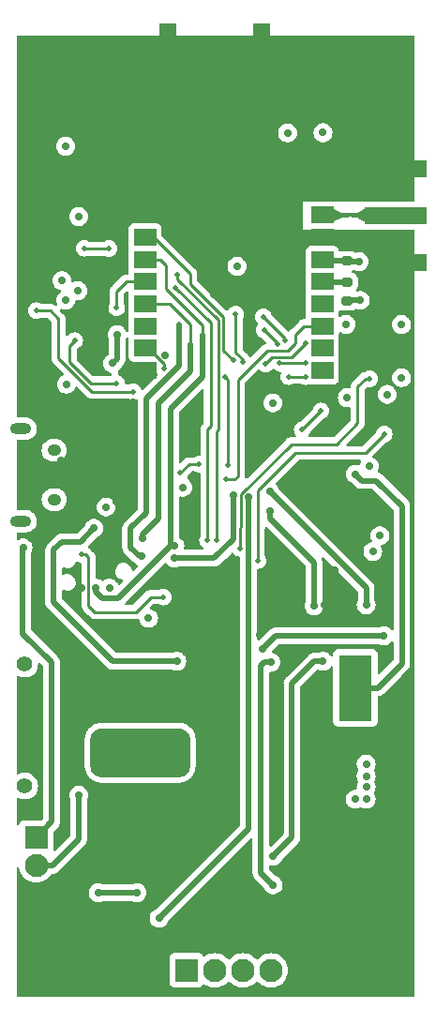
<source format=gbl>
G04 #@! TF.GenerationSoftware,KiCad,Pcbnew,7.0.6*
G04 #@! TF.CreationDate,2023-10-29T11:00:38-05:00*
G04 #@! TF.ProjectId,FC,46432e6b-6963-4616-945f-706362585858,V1*
G04 #@! TF.SameCoordinates,Original*
G04 #@! TF.FileFunction,Copper,L4,Bot*
G04 #@! TF.FilePolarity,Positive*
%FSLAX46Y46*%
G04 Gerber Fmt 4.6, Leading zero omitted, Abs format (unit mm)*
G04 Created by KiCad (PCBNEW 7.0.6) date 2023-10-29 11:00:38*
%MOMM*%
%LPD*%
G01*
G04 APERTURE LIST*
G04 Aperture macros list*
%AMRoundRect*
0 Rectangle with rounded corners*
0 $1 Rounding radius*
0 $2 $3 $4 $5 $6 $7 $8 $9 X,Y pos of 4 corners*
0 Add a 4 corners polygon primitive as box body*
4,1,4,$2,$3,$4,$5,$6,$7,$8,$9,$2,$3,0*
0 Add four circle primitives for the rounded corners*
1,1,$1+$1,$2,$3*
1,1,$1+$1,$4,$5*
1,1,$1+$1,$6,$7*
1,1,$1+$1,$8,$9*
0 Add four rect primitives between the rounded corners*
20,1,$1+$1,$2,$3,$4,$5,0*
20,1,$1+$1,$4,$5,$6,$7,0*
20,1,$1+$1,$6,$7,$8,$9,0*
20,1,$1+$1,$8,$9,$2,$3,0*%
G04 Aperture macros list end*
G04 #@! TA.AperFunction,ComponentPad*
%ADD10O,1.900000X1.000000*%
G04 #@! TD*
G04 #@! TA.AperFunction,ComponentPad*
%ADD11O,1.250000X1.050000*%
G04 #@! TD*
G04 #@! TA.AperFunction,ComponentPad*
%ADD12R,2.100000X2.100000*%
G04 #@! TD*
G04 #@! TA.AperFunction,ComponentPad*
%ADD13C,2.100000*%
G04 #@! TD*
G04 #@! TA.AperFunction,SMDPad,CuDef*
%ADD14R,1.600000X4.900000*%
G04 #@! TD*
G04 #@! TA.AperFunction,ComponentPad*
%ADD15C,3.600000*%
G04 #@! TD*
G04 #@! TA.AperFunction,ConnectorPad*
%ADD16C,5.600000*%
G04 #@! TD*
G04 #@! TA.AperFunction,ComponentPad*
%ADD17C,1.400000*%
G04 #@! TD*
G04 #@! TA.AperFunction,ComponentPad*
%ADD18R,3.500000X3.500000*%
G04 #@! TD*
G04 #@! TA.AperFunction,ComponentPad*
%ADD19C,3.500000*%
G04 #@! TD*
G04 #@! TA.AperFunction,SMDPad,CuDef*
%ADD20R,5.600000X1.500000*%
G04 #@! TD*
G04 #@! TA.AperFunction,SMDPad,CuDef*
%ADD21R,4.900000X1.600000*%
G04 #@! TD*
G04 #@! TA.AperFunction,SMDPad,CuDef*
%ADD22RoundRect,0.200000X0.275000X-0.200000X0.275000X0.200000X-0.275000X0.200000X-0.275000X-0.200000X0*%
G04 #@! TD*
G04 #@! TA.AperFunction,SMDPad,CuDef*
%ADD23R,3.000000X6.000000*%
G04 #@! TD*
G04 #@! TA.AperFunction,SMDPad,CuDef*
%ADD24R,2.000000X1.500000*%
G04 #@! TD*
G04 #@! TA.AperFunction,ViaPad*
%ADD25C,0.700000*%
G04 #@! TD*
G04 #@! TA.AperFunction,ViaPad*
%ADD26C,0.500000*%
G04 #@! TD*
G04 #@! TA.AperFunction,Conductor*
%ADD27C,0.500000*%
G04 #@! TD*
G04 #@! TA.AperFunction,Conductor*
%ADD28C,0.349300*%
G04 #@! TD*
G04 #@! TA.AperFunction,Conductor*
%ADD29C,0.270000*%
G04 #@! TD*
G04 #@! TA.AperFunction,Conductor*
%ADD30C,0.250000*%
G04 #@! TD*
G04 APERTURE END LIST*
D10*
X160500000Y-111550000D03*
D11*
X163500000Y-113500000D03*
X163500000Y-117950000D03*
D10*
X160500000Y-119900000D03*
D12*
X175455000Y-160450000D03*
D13*
X177995000Y-160450000D03*
X180535000Y-160450000D03*
X183075000Y-160450000D03*
D14*
X182268891Y-77441954D03*
X173748891Y-77441954D03*
D15*
X190775000Y-81350000D03*
D16*
X190775000Y-81350000D03*
D15*
X165375000Y-157550000D03*
D16*
X165375000Y-157550000D03*
D12*
X161875000Y-148450000D03*
D13*
X161875000Y-150990000D03*
D15*
X165375000Y-81350000D03*
D16*
X165375000Y-81350000D03*
D15*
X190775000Y-157550000D03*
D16*
X190775000Y-157550000D03*
D17*
X160850000Y-143812500D03*
X160850000Y-132812500D03*
D18*
X170850000Y-135812500D03*
D19*
X170850000Y-140812500D03*
D20*
X194300000Y-92315000D03*
D21*
X194650000Y-88055000D03*
X194650000Y-96575000D03*
D22*
X189950000Y-100000000D03*
X189950000Y-98350000D03*
X189950000Y-96400000D03*
X189950000Y-94750000D03*
D23*
X190700000Y-134950000D03*
X178700000Y-134950000D03*
D24*
X187700000Y-92275000D03*
X187700000Y-94275000D03*
X187700000Y-96275000D03*
X187700000Y-98275000D03*
X187700000Y-100275000D03*
X187700000Y-102275000D03*
X187700000Y-104275000D03*
X187700000Y-106275000D03*
X171700000Y-106275000D03*
X171700000Y-104275000D03*
X171700000Y-102275000D03*
X171700000Y-100275000D03*
X171700000Y-98275000D03*
X171700000Y-96275000D03*
X171700000Y-94275000D03*
X171700000Y-92275000D03*
D25*
X185100000Y-76850000D03*
X187100000Y-76850000D03*
X191100000Y-76850000D03*
X169100000Y-80850000D03*
X175100000Y-134850000D03*
X175300000Y-130850000D03*
X193600000Y-124250000D03*
X169275000Y-130750000D03*
X179950000Y-98500000D03*
X167100000Y-110850000D03*
X181602048Y-109252586D03*
X160900000Y-107550000D03*
X174100000Y-149150000D03*
X195100000Y-84850000D03*
X161100000Y-134850000D03*
X194875000Y-103850000D03*
X169675000Y-159496875D03*
X162375000Y-122325000D03*
X170600000Y-109150000D03*
X194700000Y-90150000D03*
X187100000Y-158850000D03*
X175100000Y-86850000D03*
X181100000Y-80850000D03*
X161100000Y-80850000D03*
X161100000Y-156850000D03*
X169100000Y-160850000D03*
X165100000Y-76850000D03*
X187100000Y-80850000D03*
X169100000Y-82850000D03*
X177100000Y-88850000D03*
X177100000Y-90850000D03*
X175100000Y-90850000D03*
X175700000Y-109550000D03*
X175100000Y-136850000D03*
X163100000Y-108850000D03*
X190100000Y-90150000D03*
X191275000Y-150750000D03*
X161150000Y-93425000D03*
X193675000Y-114950000D03*
X189100000Y-138850000D03*
X194600000Y-86550000D03*
X185100000Y-78850000D03*
X162175000Y-127850000D03*
X191975000Y-108450000D03*
X171100000Y-78850000D03*
X165100000Y-110850000D03*
X161100000Y-84850000D03*
X181100000Y-86850000D03*
X182100000Y-130150000D03*
X171100000Y-76850000D03*
X187100000Y-82850000D03*
X165200000Y-93475000D03*
X187175000Y-149550000D03*
X179100000Y-88850000D03*
X193100000Y-84850000D03*
X186125000Y-84825000D03*
X195100000Y-160850000D03*
X181100000Y-88850000D03*
X181600000Y-99850000D03*
X195100000Y-100850000D03*
X175900000Y-121850000D03*
X187100000Y-156850000D03*
X165975000Y-125950000D03*
X195100000Y-156850000D03*
X163100000Y-110850000D03*
X193100000Y-76850000D03*
X169100000Y-110850000D03*
X187100000Y-160850000D03*
X169850000Y-106275000D03*
X186975000Y-145012500D03*
X173100000Y-88850000D03*
X185100000Y-82850000D03*
X187175000Y-152250000D03*
X193100000Y-100850000D03*
X185100000Y-80850000D03*
X188800000Y-124325000D03*
X174421984Y-81511327D03*
X169850000Y-92275000D03*
X161100000Y-160850000D03*
X167100000Y-84850000D03*
X187175000Y-150450000D03*
X194600000Y-98050000D03*
X175100000Y-118850000D03*
X191050000Y-94675000D03*
X172300000Y-77450000D03*
X179175000Y-86650000D03*
X164175000Y-119550000D03*
X161100000Y-78850000D03*
X195100000Y-76850000D03*
X191275000Y-153450000D03*
X161100000Y-140850000D03*
X164100000Y-114425000D03*
X187100000Y-78850000D03*
X181100000Y-82850000D03*
X195100000Y-111350000D03*
X181100000Y-84850000D03*
X183600000Y-135450000D03*
X183075000Y-127550000D03*
X194300000Y-94150000D03*
X177900000Y-99441954D03*
X195100000Y-78850000D03*
X191100000Y-84850000D03*
X169100000Y-78850000D03*
X187875000Y-127450000D03*
X187175000Y-153150000D03*
X163100000Y-84850000D03*
X179100000Y-90850000D03*
X195100000Y-158850000D03*
X194875000Y-105250000D03*
X169100000Y-76850000D03*
X161100000Y-82850000D03*
X161100000Y-76850000D03*
X168100000Y-136850000D03*
X187100000Y-136850000D03*
X162525000Y-98150000D03*
X165100000Y-108850000D03*
X169575000Y-94550000D03*
X168800000Y-112408363D03*
X161100000Y-154850000D03*
X168100000Y-134850000D03*
X183700000Y-77450000D03*
X187100000Y-138850000D03*
X176875000Y-86650000D03*
X173475000Y-130250000D03*
X187175000Y-151350000D03*
X161100000Y-138850000D03*
X195100000Y-98850000D03*
X171100000Y-88850000D03*
X171100000Y-80850000D03*
X169100000Y-118125000D03*
X189100000Y-84850000D03*
X167100000Y-76850000D03*
X163100000Y-76850000D03*
X193600000Y-122750000D03*
X162900000Y-86100000D03*
X189100000Y-76850000D03*
X161100000Y-136850000D03*
X161100000Y-158850000D03*
X193100000Y-98850000D03*
X169675000Y-157796875D03*
X175100000Y-88850000D03*
X195100000Y-116250000D03*
X194875000Y-106950000D03*
X191050000Y-96475000D03*
X172025000Y-128675000D03*
X164600000Y-107550000D03*
X165650000Y-99100000D03*
X164200000Y-98175000D03*
X189875000Y-102150000D03*
X194875000Y-102150000D03*
X193575000Y-108450000D03*
X168200000Y-118625000D03*
X191675000Y-142912500D03*
X191150000Y-99975000D03*
X192275000Y-122650000D03*
X191675000Y-141812500D03*
X164550000Y-86050000D03*
X189975000Y-108750000D03*
X192927901Y-121225000D03*
X190675000Y-145012500D03*
X168475000Y-125950000D03*
X173500000Y-104950000D03*
X184575000Y-84850000D03*
X164550000Y-99950000D03*
X187775000Y-84825000D03*
X183249879Y-109225614D03*
X191675000Y-145012500D03*
X180000000Y-96900000D03*
X175100000Y-116850000D03*
X191675000Y-143912500D03*
X165700000Y-92400000D03*
X191975000Y-114950000D03*
X181075000Y-117750000D03*
X172975000Y-155750000D03*
X167100000Y-120550000D03*
X182275000Y-131450000D03*
X174575000Y-132550000D03*
X193275000Y-130250000D03*
X179675000Y-117550000D03*
X174375000Y-123250000D03*
X160685000Y-122325000D03*
D26*
X174800000Y-102150000D03*
X169150000Y-100650000D03*
D25*
X171375000Y-123050000D03*
D26*
X184375000Y-103550000D03*
X182375000Y-101450000D03*
X186175000Y-106850000D03*
X184675000Y-106850000D03*
D25*
X171475000Y-121450000D03*
D26*
X175800000Y-103950000D03*
D25*
X169175000Y-103050000D03*
D26*
X183875000Y-105650000D03*
X183675000Y-103950000D03*
X182475000Y-102650000D03*
X186175000Y-105650000D03*
D25*
X174400000Y-122150000D03*
D26*
X176900000Y-103050000D03*
D25*
X168775000Y-105650000D03*
X167275000Y-125950000D03*
D26*
X173350000Y-126750000D03*
X166000000Y-122900000D03*
D25*
X190700000Y-115650000D03*
X182975000Y-117250000D03*
X191675000Y-127450000D03*
X182975000Y-118950000D03*
X186975000Y-127550000D03*
D26*
X185900000Y-111650000D03*
X187600000Y-109950000D03*
X182600000Y-105700000D03*
X186200000Y-103800000D03*
X179900000Y-101200000D03*
X180500000Y-105550000D03*
X179700000Y-105400000D03*
X170650000Y-108200000D03*
X161900000Y-100900000D03*
X174450000Y-98800000D03*
X177350000Y-121650000D03*
X166200000Y-95250000D03*
X174600000Y-97650000D03*
X168450000Y-95300000D03*
X178150000Y-121650000D03*
X192000000Y-107050000D03*
X180300000Y-122350000D03*
X193300000Y-112050000D03*
X181900000Y-123450000D03*
X174900000Y-115550000D03*
X179000000Y-116150000D03*
X176600000Y-114750000D03*
X179200000Y-114850000D03*
X178900000Y-106850000D03*
X173400000Y-106100000D03*
X169150000Y-107450000D03*
X165350000Y-103600000D03*
D25*
X183275000Y-150150000D03*
X187775000Y-132550000D03*
X183075000Y-132650000D03*
X183275000Y-152750000D03*
X175100000Y-139850000D03*
X173100000Y-139850000D03*
X168100000Y-141850000D03*
X173100000Y-141850000D03*
X168100000Y-139850000D03*
X170975000Y-153450000D03*
X165700000Y-144650000D03*
X167475000Y-153450000D03*
D27*
X171700000Y-106275000D02*
X169850000Y-106275000D01*
X171700000Y-92275000D02*
X169850000Y-92275000D01*
X191050000Y-94675000D02*
X190025000Y-94675000D01*
X189950000Y-94750000D02*
X188175000Y-94750000D01*
X191050000Y-96475000D02*
X190025000Y-96475000D01*
X191150000Y-99975000D02*
X189975000Y-99975000D01*
X189950000Y-96400000D02*
X187825000Y-96400000D01*
X181075000Y-147650000D02*
X181075000Y-117750000D01*
X172975000Y-155750000D02*
X181075000Y-147650000D01*
X183475000Y-130250000D02*
X182275000Y-131450000D01*
X193275000Y-130250000D02*
X183475000Y-130250000D01*
X163450000Y-127200000D02*
X168800000Y-132550000D01*
X164200000Y-121750000D02*
X163450000Y-122500000D01*
X163450000Y-122500000D02*
X163450000Y-127200000D01*
X168800000Y-132550000D02*
X174575000Y-132550000D01*
X167100000Y-120550000D02*
X165900000Y-121750000D01*
X165900000Y-121750000D02*
X164200000Y-121750000D01*
X179675000Y-121525000D02*
X179675000Y-117550000D01*
X177950000Y-123250000D02*
X179675000Y-121525000D01*
X174375000Y-123250000D02*
X177950000Y-123250000D01*
X163275000Y-132650000D02*
X160675000Y-130050000D01*
X160675000Y-130050000D02*
X160675000Y-122335000D01*
X163275000Y-147050000D02*
X161875000Y-148450000D01*
X163275000Y-147050000D02*
X163275000Y-132650000D01*
X160675000Y-122335000D02*
X160685000Y-122325000D01*
D28*
X188750000Y-92275000D02*
X191650000Y-92275000D01*
D29*
X184375000Y-103450000D02*
X182375000Y-101450000D01*
D27*
X171800000Y-119150000D02*
X170400000Y-120550000D01*
D30*
X170025000Y-98275000D02*
X171700000Y-98275000D01*
X169150000Y-99150000D02*
X170025000Y-98275000D01*
X169150000Y-100650000D02*
X169150000Y-99150000D01*
D27*
X171200000Y-123050000D02*
X171375000Y-123050000D01*
D29*
X184375000Y-103550000D02*
X184375000Y-103450000D01*
D27*
X171800000Y-108850000D02*
X171800000Y-119150000D01*
X174800000Y-105850000D02*
X171800000Y-108850000D01*
X170400000Y-122250000D02*
X171200000Y-123050000D01*
X170400000Y-120550000D02*
X170400000Y-122250000D01*
D30*
X186175000Y-106850000D02*
X184675000Y-106850000D01*
D27*
X174800000Y-102150000D02*
X174800000Y-105850000D01*
D30*
X173925000Y-100275000D02*
X171700000Y-100275000D01*
X175800000Y-103950000D02*
X175800000Y-102150000D01*
D27*
X172900000Y-109250000D02*
X172900000Y-119650000D01*
D30*
X175800000Y-102150000D02*
X173925000Y-100275000D01*
D27*
X172900000Y-119650000D02*
X171475000Y-121075000D01*
X175800000Y-103950000D02*
X175800000Y-106350000D01*
X171475000Y-121075000D02*
X171475000Y-121450000D01*
X175800000Y-106350000D02*
X172900000Y-109250000D01*
D29*
X183675000Y-103950000D02*
X183675000Y-103850000D01*
D27*
X167875000Y-126850000D02*
X169275000Y-126850000D01*
X169175000Y-103050000D02*
X169175000Y-105250000D01*
X167275000Y-126250000D02*
X167875000Y-126850000D01*
D30*
X173075000Y-96275000D02*
X171700000Y-96275000D01*
D27*
X167275000Y-125950000D02*
X167275000Y-126250000D01*
X174025000Y-122150000D02*
X174000000Y-122125000D01*
D30*
X176900000Y-103050000D02*
X176900000Y-102200000D01*
D27*
X174400000Y-122150000D02*
X174025000Y-122150000D01*
X176900000Y-103050000D02*
X176900000Y-106850000D01*
D29*
X183675000Y-103850000D02*
X182475000Y-102650000D01*
D27*
X169175000Y-105250000D02*
X168775000Y-105650000D01*
X176900000Y-106850000D02*
X174000000Y-109750000D01*
X174000000Y-109750000D02*
X174000000Y-122125000D01*
D30*
X173600000Y-98900000D02*
X173600000Y-96800000D01*
X186175000Y-105650000D02*
X183875000Y-105650000D01*
D27*
X169275000Y-126850000D02*
X173875000Y-122250000D01*
D30*
X173600000Y-96800000D02*
X173075000Y-96275000D01*
D27*
X174000000Y-122125000D02*
X173875000Y-122250000D01*
D30*
X176900000Y-102200000D02*
X173600000Y-98900000D01*
X166600000Y-123150000D02*
X166350000Y-122900000D01*
X173350000Y-126750000D02*
X172200000Y-126750000D01*
X166600000Y-127500000D02*
X166600000Y-123150000D01*
X167200000Y-128100000D02*
X166600000Y-127500000D01*
X166350000Y-122900000D02*
X166000000Y-122900000D01*
X172200000Y-126750000D02*
X170850000Y-128100000D01*
X170850000Y-128100000D02*
X167200000Y-128100000D01*
D27*
X192600000Y-116250000D02*
X191300000Y-116250000D01*
X191300000Y-116250000D02*
X190700000Y-115650000D01*
X192700000Y-134950000D02*
X194900000Y-132750000D01*
X194900000Y-132750000D02*
X194900000Y-118550000D01*
X190700000Y-134950000D02*
X192700000Y-134950000D01*
X194900000Y-118550000D02*
X192600000Y-116250000D01*
X182975000Y-117250000D02*
X191675000Y-125950000D01*
X191675000Y-125950000D02*
X191675000Y-127450000D01*
X182975000Y-118950000D02*
X182975000Y-119650000D01*
X182975000Y-119650000D02*
X186975000Y-123650000D01*
X186975000Y-123650000D02*
X186975000Y-127550000D01*
D30*
X185900000Y-111650000D02*
X187600000Y-109950000D01*
X183200000Y-105100000D02*
X182600000Y-105700000D01*
X186200000Y-103800000D02*
X184900000Y-105100000D01*
X184900000Y-105100000D02*
X183200000Y-105100000D01*
X179900000Y-101200000D02*
X179900000Y-104650000D01*
X179900000Y-104650000D02*
X180500000Y-105250000D01*
X180500000Y-105250000D02*
X180500000Y-105550000D01*
X175800000Y-97600000D02*
X175800000Y-98500000D01*
X178800000Y-104500000D02*
X179700000Y-105400000D01*
X172475000Y-94275000D02*
X175800000Y-97600000D01*
X178800000Y-101500000D02*
X178800000Y-104500000D01*
X175800000Y-98500000D02*
X178800000Y-101500000D01*
D27*
X189950000Y-98350000D02*
X187775000Y-98350000D01*
D30*
X163900000Y-105200000D02*
X166900000Y-108200000D01*
X166900000Y-108200000D02*
X170650000Y-108200000D01*
X161900000Y-100900000D02*
X163150000Y-100900000D01*
X163150000Y-100900000D02*
X163900000Y-101650000D01*
X163900000Y-101650000D02*
X163900000Y-105200000D01*
X174450000Y-98800000D02*
X177650000Y-102000000D01*
X177650000Y-111300000D02*
X177650000Y-102000000D01*
X177350000Y-111600000D02*
X177650000Y-111300000D01*
X177350000Y-121650000D02*
X177350000Y-111600000D01*
X166250000Y-95300000D02*
X166200000Y-95250000D01*
X178300000Y-111650000D02*
X178300000Y-101750000D01*
X178300000Y-101750000D02*
X174600000Y-98050000D01*
X178150000Y-121650000D02*
X178150000Y-111800000D01*
X178150000Y-111800000D02*
X178300000Y-111650000D01*
X174600000Y-98050000D02*
X174600000Y-97650000D01*
X168450000Y-95300000D02*
X166250000Y-95300000D01*
X180300000Y-122350000D02*
X180300000Y-120550000D01*
X190900000Y-111050000D02*
X190900000Y-107750000D01*
X180400000Y-120450000D02*
X180400000Y-117450000D01*
X190900000Y-107750000D02*
X191600000Y-107050000D01*
X191600000Y-107050000D02*
X192000000Y-107050000D01*
X184900000Y-112950000D02*
X189000000Y-112950000D01*
X180300000Y-120550000D02*
X180400000Y-120450000D01*
X180400000Y-117450000D02*
X184900000Y-112950000D01*
X189000000Y-112950000D02*
X190900000Y-111050000D01*
X185300000Y-113750000D02*
X191600000Y-113750000D01*
X181900000Y-123450000D02*
X181900000Y-117150000D01*
X181900000Y-117150000D02*
X185300000Y-113750000D01*
X191600000Y-113750000D02*
X193300000Y-112050000D01*
X182700000Y-104550000D02*
X180100000Y-107150000D01*
X184600000Y-104550000D02*
X182700000Y-104550000D01*
X175700000Y-114750000D02*
X174900000Y-115550000D01*
X179800000Y-116150000D02*
X179000000Y-116150000D01*
X180100000Y-107150000D02*
X180100000Y-115850000D01*
X176600000Y-114750000D02*
X175700000Y-114750000D01*
X187700000Y-102275000D02*
X186075000Y-102275000D01*
X185300000Y-103850000D02*
X184600000Y-104550000D01*
X180100000Y-115850000D02*
X179800000Y-116150000D01*
X186075000Y-102275000D02*
X185300000Y-103050000D01*
X185300000Y-103050000D02*
X185300000Y-103850000D01*
X179200000Y-107150000D02*
X178900000Y-106850000D01*
X173400000Y-106100000D02*
X173400000Y-105700000D01*
X173400000Y-105700000D02*
X171975000Y-104275000D01*
X179200000Y-114850000D02*
X179200000Y-107150000D01*
X164900000Y-104050000D02*
X164900000Y-105550000D01*
X166800000Y-107450000D02*
X169150000Y-107450000D01*
X164900000Y-105550000D02*
X166800000Y-107450000D01*
X165350000Y-103600000D02*
X164900000Y-104050000D01*
D27*
X184975000Y-148450000D02*
X184975000Y-134550000D01*
X186975000Y-132550000D02*
X187775000Y-132550000D01*
X183275000Y-150150000D02*
X184975000Y-148450000D01*
X184975000Y-134550000D02*
X186975000Y-132550000D01*
X183075000Y-132650000D02*
X182475000Y-132650000D01*
X182175000Y-132950000D02*
X182175000Y-151650000D01*
X182475000Y-132650000D02*
X182175000Y-132950000D01*
X182175000Y-151650000D02*
X183275000Y-152750000D01*
X161875000Y-150990000D02*
X163360000Y-150990000D01*
X163360000Y-150990000D02*
X165700000Y-148650000D01*
X167475000Y-153450000D02*
X170975000Y-153450000D01*
X165700000Y-148650000D02*
X165700000Y-144650000D01*
G04 #@! TA.AperFunction,Conductor*
G36*
X174778032Y-138612799D02*
G01*
X174839067Y-138618810D01*
X174957941Y-138630518D01*
X174981769Y-138635257D01*
X175146001Y-138685076D01*
X175168453Y-138694377D01*
X175319798Y-138775272D01*
X175340010Y-138788777D01*
X175472666Y-138897645D01*
X175489854Y-138914833D01*
X175598722Y-139047489D01*
X175612227Y-139067701D01*
X175693121Y-139219043D01*
X175702424Y-139241501D01*
X175752240Y-139405724D01*
X175756982Y-139429565D01*
X175774701Y-139609467D01*
X175775000Y-139615548D01*
X175775000Y-142009451D01*
X175774701Y-142015532D01*
X175756982Y-142195434D01*
X175752240Y-142219275D01*
X175702424Y-142383498D01*
X175693121Y-142405956D01*
X175612227Y-142557298D01*
X175598722Y-142577510D01*
X175489854Y-142710166D01*
X175472666Y-142727354D01*
X175340010Y-142836222D01*
X175319798Y-142849727D01*
X175168456Y-142930621D01*
X175145998Y-142939924D01*
X174981775Y-142989740D01*
X174957934Y-142994482D01*
X174778032Y-143012201D01*
X174771951Y-143012500D01*
X167778049Y-143012500D01*
X167771968Y-143012201D01*
X167592065Y-142994482D01*
X167568224Y-142989740D01*
X167404001Y-142939924D01*
X167381543Y-142930621D01*
X167230201Y-142849727D01*
X167209989Y-142836222D01*
X167077333Y-142727354D01*
X167060145Y-142710166D01*
X166951277Y-142577510D01*
X166937772Y-142557298D01*
X166856878Y-142405956D01*
X166847575Y-142383498D01*
X166797757Y-142219269D01*
X166793018Y-142195441D01*
X166775299Y-142015532D01*
X166775000Y-142009451D01*
X166775000Y-139615548D01*
X166775299Y-139609467D01*
X166779706Y-139564713D01*
X166793018Y-139429556D01*
X166797757Y-139405732D01*
X166847577Y-139241494D01*
X166856875Y-139219049D01*
X166937775Y-139067695D01*
X166951272Y-139047495D01*
X167060149Y-138914828D01*
X167077328Y-138897649D01*
X167209995Y-138788772D01*
X167230195Y-138775275D01*
X167381549Y-138694375D01*
X167403994Y-138685077D01*
X167568232Y-138635257D01*
X167592056Y-138630518D01*
X167706501Y-138619246D01*
X167771969Y-138612799D01*
X167778049Y-138612500D01*
X174771951Y-138612500D01*
X174778032Y-138612799D01*
G37*
G04 #@! TD.AperFunction*
G04 #@! TA.AperFunction,Conductor*
G36*
X188213707Y-91551463D02*
G01*
X188403038Y-91584770D01*
X188403775Y-91584950D01*
X188608142Y-91649177D01*
X188608753Y-91649407D01*
X188784328Y-91727454D01*
X188784636Y-91727603D01*
X188946002Y-91812675D01*
X189107522Y-91897826D01*
X189283550Y-91976074D01*
X189488592Y-92040513D01*
X189661379Y-92070909D01*
X189737149Y-92084239D01*
X189737150Y-92084239D01*
X189737156Y-92084240D01*
X190000045Y-92098053D01*
X190043748Y-92100350D01*
X190043750Y-92100350D01*
X190061646Y-92100350D01*
X190069919Y-92103777D01*
X190072689Y-92108185D01*
X190129722Y-92271135D01*
X190129722Y-92278865D01*
X190072689Y-92441815D01*
X190066722Y-92448492D01*
X190061646Y-92449650D01*
X190043748Y-92449650D01*
X189737149Y-92465759D01*
X189488595Y-92509485D01*
X189283543Y-92573927D01*
X189148150Y-92634112D01*
X189107522Y-92652173D01*
X188946001Y-92737324D01*
X188946002Y-92737325D01*
X188784649Y-92822388D01*
X188784304Y-92822555D01*
X188676113Y-92870648D01*
X188608765Y-92900586D01*
X188608142Y-92900821D01*
X188403775Y-92965048D01*
X188403034Y-92965229D01*
X188213727Y-92998532D01*
X188204985Y-92996590D01*
X188200177Y-92989036D01*
X188200000Y-92987009D01*
X188200000Y-91562988D01*
X188203427Y-91554715D01*
X188211700Y-91551288D01*
X188213707Y-91551463D01*
G37*
G04 #@! TD.AperFunction*
G04 #@! TA.AperFunction,Conductor*
G36*
X194062693Y-130754561D02*
G01*
X194120742Y-130793448D01*
X194148552Y-130857544D01*
X194149500Y-130872852D01*
X194149500Y-132387769D01*
X194129815Y-132454808D01*
X194113181Y-132475450D01*
X192912180Y-133676451D01*
X192850857Y-133709936D01*
X192781165Y-133704952D01*
X192725232Y-133663080D01*
X192700815Y-133597616D01*
X192700499Y-133588770D01*
X192700499Y-131902129D01*
X192700498Y-131902123D01*
X192700497Y-131902116D01*
X192694091Y-131842517D01*
X192693536Y-131841030D01*
X192643797Y-131707671D01*
X192643793Y-131707664D01*
X192557547Y-131592455D01*
X192557544Y-131592452D01*
X192442335Y-131506206D01*
X192442328Y-131506202D01*
X192307482Y-131455908D01*
X192307483Y-131455908D01*
X192247883Y-131449501D01*
X192247881Y-131449500D01*
X192247873Y-131449500D01*
X192247864Y-131449500D01*
X189152129Y-131449500D01*
X189152123Y-131449501D01*
X189092516Y-131455908D01*
X188957671Y-131506202D01*
X188957664Y-131506206D01*
X188842455Y-131592452D01*
X188842452Y-131592455D01*
X188756206Y-131707664D01*
X188756202Y-131707671D01*
X188705908Y-131842517D01*
X188699501Y-131902116D01*
X188699501Y-131902123D01*
X188699500Y-131902135D01*
X188699500Y-131987506D01*
X188679815Y-132054545D01*
X188627011Y-132100300D01*
X188557853Y-132110244D01*
X188494297Y-132081219D01*
X188468114Y-132049509D01*
X188466859Y-132047335D01*
X188448565Y-132027017D01*
X188347235Y-131914478D01*
X188347232Y-131914476D01*
X188347231Y-131914475D01*
X188347230Y-131914474D01*
X188202593Y-131809388D01*
X188039267Y-131736671D01*
X188039265Y-131736670D01*
X187911594Y-131709533D01*
X187864391Y-131699500D01*
X187685609Y-131699500D01*
X187654954Y-131706015D01*
X187510733Y-131736670D01*
X187393694Y-131788780D01*
X187343259Y-131799500D01*
X187038705Y-131799500D01*
X187020735Y-131798191D01*
X186996972Y-131794710D01*
X186951890Y-131798655D01*
X186944933Y-131799264D01*
X186939532Y-131799500D01*
X186931287Y-131799500D01*
X186905222Y-131802546D01*
X186898705Y-131803308D01*
X186893403Y-131803771D01*
X186822201Y-131810001D01*
X186815134Y-131811461D01*
X186815122Y-131811404D01*
X186807753Y-131813038D01*
X186807767Y-131813095D01*
X186800739Y-131814760D01*
X186745536Y-131834852D01*
X186728563Y-131841030D01*
X186655666Y-131865186D01*
X186655664Y-131865186D01*
X186655661Y-131865188D01*
X186649122Y-131868237D01*
X186649097Y-131868185D01*
X186642308Y-131871471D01*
X186642334Y-131871522D01*
X186635884Y-131874761D01*
X186571716Y-131916964D01*
X186506347Y-131957285D01*
X186500677Y-131961769D01*
X186500641Y-131961723D01*
X186494798Y-131966484D01*
X186494835Y-131966528D01*
X186489310Y-131971164D01*
X186489304Y-131971169D01*
X186489304Y-131971170D01*
X186448448Y-132014474D01*
X186436614Y-132027017D01*
X184489358Y-133974272D01*
X184475729Y-133986051D01*
X184456468Y-134000390D01*
X184422898Y-134040397D01*
X184419253Y-134044376D01*
X184413409Y-134050222D01*
X184393059Y-134075959D01*
X184343695Y-134134789D01*
X184339729Y-134140819D01*
X184339682Y-134140788D01*
X184335630Y-134147147D01*
X184335679Y-134147177D01*
X184331889Y-134153321D01*
X184299424Y-134222941D01*
X184264960Y-134291566D01*
X184262488Y-134298357D01*
X184262432Y-134298336D01*
X184259960Y-134305450D01*
X184260015Y-134305469D01*
X184257742Y-134312327D01*
X184249975Y-134349945D01*
X184242207Y-134387565D01*
X184229001Y-134443284D01*
X184224498Y-134462286D01*
X184223661Y-134469454D01*
X184223601Y-134469447D01*
X184222835Y-134476945D01*
X184222895Y-134476951D01*
X184222265Y-134484140D01*
X184224500Y-134560916D01*
X184224500Y-148087769D01*
X184204815Y-148154808D01*
X184188181Y-148175450D01*
X183137181Y-149226450D01*
X183075858Y-149259935D01*
X183006166Y-149254951D01*
X182950233Y-149213079D01*
X182925816Y-149147615D01*
X182925500Y-149138769D01*
X182925500Y-133624500D01*
X182945185Y-133557461D01*
X182997989Y-133511706D01*
X183049500Y-133500500D01*
X183164389Y-133500500D01*
X183164391Y-133500500D01*
X183339267Y-133463329D01*
X183502593Y-133390612D01*
X183647230Y-133285526D01*
X183665725Y-133264986D01*
X183680998Y-133248023D01*
X183766859Y-133152665D01*
X183856250Y-132997835D01*
X183911497Y-132827803D01*
X183930185Y-132650000D01*
X183911497Y-132472197D01*
X183865512Y-132330670D01*
X183856252Y-132302170D01*
X183856249Y-132302164D01*
X183766859Y-132147335D01*
X183707328Y-132081219D01*
X183647235Y-132014478D01*
X183647232Y-132014476D01*
X183647231Y-132014475D01*
X183647230Y-132014474D01*
X183502593Y-131909388D01*
X183339267Y-131836671D01*
X183339265Y-131836670D01*
X183241373Y-131815863D01*
X183179891Y-131782671D01*
X183146115Y-131721508D01*
X183150767Y-131651793D01*
X183179470Y-131606895D01*
X183749547Y-131036819D01*
X183810871Y-131003334D01*
X183837229Y-131000500D01*
X192843259Y-131000500D01*
X192893693Y-131011219D01*
X193010733Y-131063329D01*
X193185609Y-131100500D01*
X193185610Y-131100500D01*
X193364389Y-131100500D01*
X193364391Y-131100500D01*
X193539267Y-131063329D01*
X193702593Y-130990612D01*
X193847230Y-130885526D01*
X193891617Y-130836230D01*
X193898025Y-130829112D01*
X193933350Y-130789879D01*
X193992836Y-130753231D01*
X194062693Y-130754561D01*
G37*
G04 #@! TD.AperFunction*
G04 #@! TA.AperFunction,Conductor*
G36*
X191176880Y-114395185D02*
G01*
X191222635Y-114447989D01*
X191232579Y-114517147D01*
X191217228Y-114561500D01*
X191193750Y-114602164D01*
X191193747Y-114602171D01*
X191140738Y-114765317D01*
X191101300Y-114822993D01*
X191036942Y-114850191D01*
X190972378Y-114840281D01*
X190964274Y-114836673D01*
X190964265Y-114836670D01*
X190836594Y-114809533D01*
X190789391Y-114799500D01*
X190610609Y-114799500D01*
X190579954Y-114806015D01*
X190435733Y-114836670D01*
X190435728Y-114836672D01*
X190272408Y-114909387D01*
X190127768Y-115014475D01*
X190008140Y-115147336D01*
X189918750Y-115302164D01*
X189918747Y-115302170D01*
X189863504Y-115472192D01*
X189863503Y-115472194D01*
X189844815Y-115649999D01*
X189863503Y-115827805D01*
X189863504Y-115827807D01*
X189918747Y-115997829D01*
X189918750Y-115997835D01*
X190008141Y-116152665D01*
X190045786Y-116194474D01*
X190127764Y-116285521D01*
X190127767Y-116285523D01*
X190127770Y-116285526D01*
X190272407Y-116390612D01*
X190435733Y-116463329D01*
X190435734Y-116463329D01*
X190441670Y-116465972D01*
X190440888Y-116467726D01*
X190480823Y-116492190D01*
X190724268Y-116735635D01*
X190736049Y-116749267D01*
X190750390Y-116768530D01*
X190790420Y-116802119D01*
X190794392Y-116805759D01*
X190800223Y-116811590D01*
X190800222Y-116811590D01*
X190825873Y-116831871D01*
X190825944Y-116831927D01*
X190884786Y-116881302D01*
X190884794Y-116881306D01*
X190890824Y-116885273D01*
X190890790Y-116885323D01*
X190897137Y-116889366D01*
X190897169Y-116889316D01*
X190903318Y-116893108D01*
X190903320Y-116893109D01*
X190903323Y-116893111D01*
X190972930Y-116925569D01*
X191041567Y-116960040D01*
X191041576Y-116960042D01*
X191048355Y-116962510D01*
X191048334Y-116962567D01*
X191055451Y-116965040D01*
X191055470Y-116964984D01*
X191062330Y-116967257D01*
X191137531Y-116982784D01*
X191137532Y-116982784D01*
X191212279Y-117000500D01*
X191212288Y-117000500D01*
X191219452Y-117001338D01*
X191219445Y-117001397D01*
X191226946Y-117002163D01*
X191226952Y-117002104D01*
X191234140Y-117002733D01*
X191234143Y-117002732D01*
X191234144Y-117002733D01*
X191310898Y-117000500D01*
X192237770Y-117000500D01*
X192304809Y-117020185D01*
X192325451Y-117036819D01*
X194113181Y-118824548D01*
X194146666Y-118885871D01*
X194149500Y-118912229D01*
X194149500Y-129627147D01*
X194129815Y-129694186D01*
X194077011Y-129739941D01*
X194007853Y-129749885D01*
X193944297Y-129720860D01*
X193933350Y-129710119D01*
X193847235Y-129614478D01*
X193847232Y-129614476D01*
X193847231Y-129614475D01*
X193847230Y-129614474D01*
X193702593Y-129509388D01*
X193539267Y-129436671D01*
X193539265Y-129436670D01*
X193411594Y-129409533D01*
X193364391Y-129399500D01*
X193185609Y-129399500D01*
X193154954Y-129406015D01*
X193010733Y-129436670D01*
X192893694Y-129488780D01*
X192843259Y-129499500D01*
X183538705Y-129499500D01*
X183520735Y-129498191D01*
X183496972Y-129494710D01*
X183451890Y-129498655D01*
X183444933Y-129499264D01*
X183439532Y-129499500D01*
X183431287Y-129499500D01*
X183405222Y-129502546D01*
X183398705Y-129503308D01*
X183393403Y-129503771D01*
X183322201Y-129510001D01*
X183315134Y-129511461D01*
X183315122Y-129511404D01*
X183307753Y-129513038D01*
X183307767Y-129513095D01*
X183300739Y-129514760D01*
X183228568Y-129541027D01*
X183228568Y-129541028D01*
X183155665Y-129565186D01*
X183155663Y-129565186D01*
X183155660Y-129565188D01*
X183149123Y-129568236D01*
X183149098Y-129568184D01*
X183142310Y-129571470D01*
X183142336Y-129571521D01*
X183135885Y-129574761D01*
X183071723Y-129616961D01*
X183006346Y-129657285D01*
X183000682Y-129661765D01*
X183000646Y-129661719D01*
X182994798Y-129666484D01*
X182994835Y-129666528D01*
X182989310Y-129671164D01*
X182989304Y-129671169D01*
X182989304Y-129671170D01*
X182967589Y-129694186D01*
X182936614Y-129727017D01*
X182055820Y-130607810D01*
X182015892Y-130632291D01*
X182016667Y-130634030D01*
X182010736Y-130636670D01*
X182010733Y-130636671D01*
X181999931Y-130641480D01*
X181930683Y-130650763D01*
X181867407Y-130621133D01*
X181830195Y-130561997D01*
X181825500Y-130528199D01*
X181825500Y-124324456D01*
X181845185Y-124257417D01*
X181897989Y-124211662D01*
X181935617Y-124201236D01*
X182068055Y-124186314D01*
X182068057Y-124186313D01*
X182068059Y-124186313D01*
X182227690Y-124130456D01*
X182227692Y-124130454D01*
X182227694Y-124130454D01*
X182227697Y-124130452D01*
X182370884Y-124040481D01*
X182370885Y-124040480D01*
X182370890Y-124040477D01*
X182490477Y-123920890D01*
X182505518Y-123896953D01*
X182580452Y-123777697D01*
X182580454Y-123777694D01*
X182580454Y-123777692D01*
X182580456Y-123777690D01*
X182636313Y-123618059D01*
X182636313Y-123618058D01*
X182636314Y-123618056D01*
X182655249Y-123450002D01*
X182655249Y-123449997D01*
X182636314Y-123281943D01*
X182606656Y-123197187D01*
X182580456Y-123122310D01*
X182566982Y-123100866D01*
X182544506Y-123065095D01*
X182525500Y-122999123D01*
X182525500Y-120561229D01*
X182545185Y-120494190D01*
X182597989Y-120448435D01*
X182667147Y-120438491D01*
X182730703Y-120467516D01*
X182737180Y-120473548D01*
X186188182Y-123924549D01*
X186221666Y-123985870D01*
X186224500Y-124012228D01*
X186224500Y-127115678D01*
X186207887Y-127177678D01*
X186193750Y-127202163D01*
X186138504Y-127372192D01*
X186138503Y-127372194D01*
X186119815Y-127550000D01*
X186138503Y-127727805D01*
X186138504Y-127727807D01*
X186193747Y-127897829D01*
X186193750Y-127897835D01*
X186283141Y-128052665D01*
X186324812Y-128098946D01*
X186402764Y-128185521D01*
X186402767Y-128185523D01*
X186402770Y-128185526D01*
X186547407Y-128290612D01*
X186710733Y-128363329D01*
X186885609Y-128400500D01*
X186885610Y-128400500D01*
X187064389Y-128400500D01*
X187064391Y-128400500D01*
X187239267Y-128363329D01*
X187402593Y-128290612D01*
X187547230Y-128185526D01*
X187559107Y-128172336D01*
X187573148Y-128156741D01*
X187666859Y-128052665D01*
X187756250Y-127897835D01*
X187811497Y-127727803D01*
X187830185Y-127550000D01*
X187811497Y-127372197D01*
X187756250Y-127202165D01*
X187742113Y-127177678D01*
X187725500Y-127115678D01*
X187725500Y-123713705D01*
X187726809Y-123695735D01*
X187729048Y-123680446D01*
X187730289Y-123671977D01*
X187729856Y-123667032D01*
X187725736Y-123619939D01*
X187725500Y-123614532D01*
X187725500Y-123606296D01*
X187725500Y-123606291D01*
X187721691Y-123573705D01*
X187714998Y-123497203D01*
X187714995Y-123497194D01*
X187713538Y-123490135D01*
X187713598Y-123490122D01*
X187711965Y-123482757D01*
X187711906Y-123482772D01*
X187710241Y-123475749D01*
X187710241Y-123475745D01*
X187683971Y-123403568D01*
X187679677Y-123390610D01*
X187658619Y-123327057D01*
X187656218Y-123257228D01*
X187691950Y-123197187D01*
X187754471Y-123165995D01*
X187823930Y-123173556D01*
X187864006Y-123200373D01*
X190888181Y-126224548D01*
X190921666Y-126285871D01*
X190924500Y-126312229D01*
X190924500Y-127015678D01*
X190907887Y-127077678D01*
X190893750Y-127102163D01*
X190838504Y-127272192D01*
X190838503Y-127272194D01*
X190819815Y-127449999D01*
X190838503Y-127627805D01*
X190838504Y-127627807D01*
X190893747Y-127797829D01*
X190893750Y-127797835D01*
X190983141Y-127952665D01*
X190992584Y-127963152D01*
X191102764Y-128085521D01*
X191102767Y-128085523D01*
X191102770Y-128085526D01*
X191247407Y-128190612D01*
X191410733Y-128263329D01*
X191585609Y-128300500D01*
X191585610Y-128300500D01*
X191764389Y-128300500D01*
X191764391Y-128300500D01*
X191939267Y-128263329D01*
X192102593Y-128190612D01*
X192247230Y-128085526D01*
X192366859Y-127952665D01*
X192456250Y-127797835D01*
X192511497Y-127627803D01*
X192530185Y-127450000D01*
X192511497Y-127272197D01*
X192456250Y-127102165D01*
X192442122Y-127077694D01*
X192442113Y-127077678D01*
X192425500Y-127015678D01*
X192425500Y-126013705D01*
X192426809Y-125995735D01*
X192427129Y-125993547D01*
X192430289Y-125971977D01*
X192425735Y-125919931D01*
X192425500Y-125914528D01*
X192425500Y-125906297D01*
X192425500Y-125906291D01*
X192421693Y-125873724D01*
X192414999Y-125797203D01*
X192414999Y-125797201D01*
X192413539Y-125790129D01*
X192413597Y-125790116D01*
X192411965Y-125782757D01*
X192411906Y-125782772D01*
X192410241Y-125775751D01*
X192410241Y-125775745D01*
X192383974Y-125703576D01*
X192359814Y-125630666D01*
X192359813Y-125630665D01*
X192359813Y-125630663D01*
X192356764Y-125624124D01*
X192356817Y-125624099D01*
X192353531Y-125617311D01*
X192353479Y-125617338D01*
X192350236Y-125610882D01*
X192308034Y-125546716D01*
X192267714Y-125481347D01*
X192263234Y-125475681D01*
X192263280Y-125475643D01*
X192258519Y-125469799D01*
X192258474Y-125469838D01*
X192253834Y-125464308D01*
X192197982Y-125411613D01*
X189436369Y-122650000D01*
X191419815Y-122650000D01*
X191438503Y-122827805D01*
X191438504Y-122827807D01*
X191493747Y-122997829D01*
X191493750Y-122997835D01*
X191583141Y-123152665D01*
X191607990Y-123180262D01*
X191702764Y-123285521D01*
X191702767Y-123285523D01*
X191702770Y-123285526D01*
X191847407Y-123390612D01*
X192010733Y-123463329D01*
X192185609Y-123500500D01*
X192185610Y-123500500D01*
X192364389Y-123500500D01*
X192364391Y-123500500D01*
X192539267Y-123463329D01*
X192702593Y-123390612D01*
X192847230Y-123285526D01*
X192850457Y-123281943D01*
X192873148Y-123256741D01*
X192966859Y-123152665D01*
X193056250Y-122997835D01*
X193111497Y-122827803D01*
X193130185Y-122650000D01*
X193111497Y-122472197D01*
X193068160Y-122338819D01*
X193056252Y-122302170D01*
X193056249Y-122302164D01*
X193042508Y-122278364D01*
X193020765Y-122240704D01*
X193004293Y-122172804D01*
X193027146Y-122106778D01*
X193082067Y-122063587D01*
X193102356Y-122057418D01*
X193192168Y-122038329D01*
X193355494Y-121965612D01*
X193500131Y-121860526D01*
X193619760Y-121727665D01*
X193709151Y-121572835D01*
X193764398Y-121402803D01*
X193783086Y-121225000D01*
X193764398Y-121047197D01*
X193709151Y-120877165D01*
X193619760Y-120722335D01*
X193556775Y-120652383D01*
X193500136Y-120589478D01*
X193500133Y-120589476D01*
X193500132Y-120589475D01*
X193500131Y-120589474D01*
X193355494Y-120484388D01*
X193192168Y-120411671D01*
X193192166Y-120411670D01*
X193064495Y-120384533D01*
X193017292Y-120374500D01*
X192838510Y-120374500D01*
X192807855Y-120381015D01*
X192663634Y-120411670D01*
X192663629Y-120411672D01*
X192500309Y-120484387D01*
X192355669Y-120589475D01*
X192236041Y-120722336D01*
X192146651Y-120877164D01*
X192146648Y-120877170D01*
X192091405Y-121047192D01*
X192091404Y-121047194D01*
X192072716Y-121225000D01*
X192091404Y-121402805D01*
X192091405Y-121402807D01*
X192146648Y-121572829D01*
X192146650Y-121572832D01*
X192146651Y-121572835D01*
X192178387Y-121627803D01*
X192182135Y-121634295D01*
X192198607Y-121702195D01*
X192175754Y-121768222D01*
X192120832Y-121811412D01*
X192100528Y-121817584D01*
X192010733Y-121836670D01*
X192010728Y-121836672D01*
X191847408Y-121909387D01*
X191702768Y-122014475D01*
X191583140Y-122147336D01*
X191493750Y-122302164D01*
X191493747Y-122302170D01*
X191438504Y-122472192D01*
X191438503Y-122472194D01*
X191419815Y-122650000D01*
X189436369Y-122650000D01*
X183809892Y-117023524D01*
X183779642Y-116974160D01*
X183775875Y-116962567D01*
X183756250Y-116902165D01*
X183746497Y-116885273D01*
X183715666Y-116831871D01*
X183666859Y-116747335D01*
X183650006Y-116728618D01*
X183547235Y-116614478D01*
X183547230Y-116614475D01*
X183547230Y-116614474D01*
X183533141Y-116604238D01*
X183490478Y-116548911D01*
X183484499Y-116479298D01*
X183517104Y-116417502D01*
X183518271Y-116416318D01*
X185522771Y-114411819D01*
X185584095Y-114378334D01*
X185610453Y-114375500D01*
X191109841Y-114375500D01*
X191176880Y-114395185D01*
G37*
G04 #@! TD.AperFunction*
G04 #@! TA.AperFunction,Conductor*
G36*
X176215095Y-115394505D02*
G01*
X176272310Y-115430456D01*
X176391585Y-115472192D01*
X176431943Y-115486314D01*
X176599997Y-115505249D01*
X176600500Y-115505249D01*
X176600813Y-115505340D01*
X176606920Y-115506029D01*
X176606799Y-115507098D01*
X176667539Y-115524934D01*
X176713294Y-115577738D01*
X176724500Y-115629249D01*
X176724500Y-121199123D01*
X176705494Y-121265095D01*
X176669545Y-121322307D01*
X176613685Y-121481943D01*
X176594751Y-121649997D01*
X176594751Y-121650002D01*
X176613685Y-121818056D01*
X176669545Y-121977694D01*
X176669547Y-121977697D01*
X176759518Y-122120884D01*
X176759523Y-122120890D01*
X176879110Y-122240477D01*
X176902970Y-122255469D01*
X176926901Y-122270506D01*
X176973192Y-122322841D01*
X176983840Y-122391895D01*
X176955465Y-122455743D01*
X176897075Y-122494115D01*
X176860929Y-122499500D01*
X175351381Y-122499500D01*
X175284342Y-122479815D01*
X175238587Y-122427011D01*
X175228643Y-122357853D01*
X175233449Y-122337185D01*
X175236495Y-122327808D01*
X175236496Y-122327805D01*
X175236497Y-122327803D01*
X175255185Y-122150000D01*
X175236497Y-121972197D01*
X175192462Y-121836671D01*
X175181252Y-121802170D01*
X175181249Y-121802164D01*
X175178750Y-121797835D01*
X175091859Y-121647335D01*
X175035181Y-121584388D01*
X174972235Y-121514478D01*
X174972232Y-121514476D01*
X174972231Y-121514475D01*
X174972230Y-121514474D01*
X174827593Y-121409388D01*
X174827592Y-121409387D01*
X174824056Y-121407813D01*
X174822345Y-121406358D01*
X174821970Y-121406142D01*
X174822009Y-121406073D01*
X174770822Y-121362558D01*
X174750506Y-121295708D01*
X174750500Y-121294537D01*
X174750500Y-117798339D01*
X174770185Y-117731300D01*
X174822989Y-117685545D01*
X174892147Y-117675601D01*
X174900278Y-117677048D01*
X175010609Y-117700500D01*
X175010610Y-117700500D01*
X175189389Y-117700500D01*
X175189391Y-117700500D01*
X175364267Y-117663329D01*
X175527593Y-117590612D01*
X175672230Y-117485526D01*
X175791859Y-117352665D01*
X175881250Y-117197835D01*
X175936497Y-117027803D01*
X175955185Y-116850000D01*
X175936497Y-116672197D01*
X175896439Y-116548911D01*
X175881252Y-116502170D01*
X175881249Y-116502164D01*
X175875491Y-116492190D01*
X175791859Y-116347335D01*
X175710233Y-116256680D01*
X175672235Y-116214478D01*
X175672226Y-116214471D01*
X175557714Y-116131271D01*
X175515048Y-116075941D01*
X175509070Y-116006328D01*
X175525607Y-115964981D01*
X175535064Y-115949930D01*
X175580456Y-115877690D01*
X175636313Y-115718059D01*
X175636313Y-115718053D01*
X175637612Y-115714343D01*
X175666971Y-115667618D01*
X175922772Y-115411818D01*
X175984097Y-115378334D01*
X176010454Y-115375500D01*
X176149124Y-115375500D01*
X176215095Y-115394505D01*
G37*
G04 #@! TD.AperFunction*
G04 #@! TA.AperFunction,Conductor*
G36*
X176943834Y-107970047D02*
G01*
X176999767Y-108011919D01*
X177024184Y-108077383D01*
X177024500Y-108086229D01*
X177024500Y-110989545D01*
X177004815Y-111056584D01*
X176988179Y-111077228D01*
X176966202Y-111099204D01*
X176953943Y-111109027D01*
X176954126Y-111109248D01*
X176948120Y-111114216D01*
X176900771Y-111164637D01*
X176879889Y-111185519D01*
X176879877Y-111185532D01*
X176875621Y-111191017D01*
X176871837Y-111195447D01*
X176839937Y-111229418D01*
X176839936Y-111229420D01*
X176830284Y-111246976D01*
X176819610Y-111263226D01*
X176807329Y-111279061D01*
X176807324Y-111279068D01*
X176788815Y-111321838D01*
X176786245Y-111327084D01*
X176763803Y-111367906D01*
X176758822Y-111387307D01*
X176752521Y-111405710D01*
X176744562Y-111424102D01*
X176744561Y-111424105D01*
X176737271Y-111470127D01*
X176736087Y-111475846D01*
X176724501Y-111520972D01*
X176724499Y-111520984D01*
X176724499Y-111541020D01*
X176722973Y-111560411D01*
X176719840Y-111580194D01*
X176719840Y-111580195D01*
X176724225Y-111626583D01*
X176724500Y-111632421D01*
X176724500Y-113870751D01*
X176704815Y-113937790D01*
X176652011Y-113983545D01*
X176606852Y-113993369D01*
X176606920Y-113993971D01*
X176601040Y-113994633D01*
X176600500Y-113994751D01*
X176599997Y-113994751D01*
X176431943Y-114013685D01*
X176272307Y-114069545D01*
X176215096Y-114105494D01*
X176149124Y-114124500D01*
X175782743Y-114124500D01*
X175767122Y-114122775D01*
X175767096Y-114123061D01*
X175759334Y-114122327D01*
X175759333Y-114122327D01*
X175690186Y-114124500D01*
X175660649Y-114124500D01*
X175653766Y-114125369D01*
X175647949Y-114125826D01*
X175601373Y-114127290D01*
X175582129Y-114132881D01*
X175563079Y-114136825D01*
X175543211Y-114139334D01*
X175499884Y-114156488D01*
X175494358Y-114158379D01*
X175449614Y-114171379D01*
X175449610Y-114171381D01*
X175432366Y-114181579D01*
X175414905Y-114190133D01*
X175396274Y-114197510D01*
X175396262Y-114197517D01*
X175358570Y-114224902D01*
X175353687Y-114228109D01*
X175313580Y-114251829D01*
X175299414Y-114265995D01*
X175284624Y-114278627D01*
X175268414Y-114290404D01*
X175268411Y-114290407D01*
X175238710Y-114326309D01*
X175234777Y-114330631D01*
X174962181Y-114603227D01*
X174900858Y-114636712D01*
X174831166Y-114631728D01*
X174775233Y-114589856D01*
X174750816Y-114524392D01*
X174750500Y-114515546D01*
X174750500Y-110112229D01*
X174770185Y-110045190D01*
X174786819Y-110024548D01*
X176812819Y-107998548D01*
X176874142Y-107965063D01*
X176943834Y-107970047D01*
G37*
G04 #@! TD.AperFunction*
G04 #@! TA.AperFunction,Conductor*
G36*
X170136377Y-103301830D02*
G01*
X170187854Y-103349073D01*
X170205618Y-103416647D01*
X170204958Y-103426360D01*
X170199500Y-103477127D01*
X170199500Y-103477128D01*
X170199500Y-103477132D01*
X170199500Y-105072870D01*
X170199501Y-105072876D01*
X170205908Y-105132483D01*
X170256202Y-105267328D01*
X170256206Y-105267335D01*
X170342452Y-105382544D01*
X170342455Y-105382547D01*
X170457664Y-105468793D01*
X170457671Y-105468797D01*
X170592517Y-105519091D01*
X170592516Y-105519091D01*
X170599444Y-105519835D01*
X170652127Y-105525500D01*
X172289546Y-105525499D01*
X172356585Y-105545184D01*
X172377227Y-105561818D01*
X172630773Y-105815364D01*
X172664258Y-105876687D01*
X172664015Y-105924971D01*
X172664466Y-105925022D01*
X172663994Y-105929210D01*
X172663987Y-105930621D01*
X172663686Y-105931936D01*
X172644751Y-106099997D01*
X172644751Y-106100002D01*
X172663685Y-106268056D01*
X172719545Y-106427694D01*
X172719547Y-106427697D01*
X172809518Y-106570884D01*
X172809523Y-106570890D01*
X172825951Y-106587318D01*
X172859436Y-106648641D01*
X172854452Y-106718333D01*
X172825951Y-106762680D01*
X171570021Y-108018609D01*
X171508698Y-108052094D01*
X171439006Y-108047110D01*
X171383073Y-108005238D01*
X171365299Y-107971883D01*
X171330457Y-107872313D01*
X171330452Y-107872302D01*
X171240481Y-107729115D01*
X171240476Y-107729109D01*
X171120890Y-107609523D01*
X171120884Y-107609518D01*
X170977697Y-107519547D01*
X170977694Y-107519545D01*
X170818056Y-107463685D01*
X170650003Y-107444751D01*
X170649997Y-107444751D01*
X170481943Y-107463685D01*
X170322307Y-107519545D01*
X170265096Y-107555494D01*
X170199124Y-107574500D01*
X170029249Y-107574500D01*
X169962210Y-107554815D01*
X169916455Y-107502011D01*
X169906630Y-107456852D01*
X169906029Y-107456920D01*
X169905366Y-107451040D01*
X169905249Y-107450500D01*
X169905249Y-107449997D01*
X169886314Y-107281943D01*
X169849834Y-107177690D01*
X169830456Y-107122310D01*
X169830455Y-107122309D01*
X169830454Y-107122305D01*
X169830452Y-107122302D01*
X169740481Y-106979115D01*
X169740476Y-106979109D01*
X169620890Y-106859523D01*
X169620884Y-106859518D01*
X169477697Y-106769547D01*
X169477691Y-106769544D01*
X169402986Y-106743404D01*
X169383045Y-106736426D01*
X169326270Y-106695705D01*
X169300522Y-106630753D01*
X169300000Y-106619385D01*
X169300000Y-106383021D01*
X169319685Y-106315982D01*
X169343352Y-106290932D01*
X169342400Y-106289875D01*
X169347224Y-106285529D01*
X169347230Y-106285526D01*
X169466859Y-106152665D01*
X169556250Y-105997835D01*
X169579643Y-105925837D01*
X169609892Y-105876475D01*
X169660637Y-105825729D01*
X169674271Y-105813946D01*
X169693530Y-105799610D01*
X169727128Y-105759569D01*
X169730750Y-105755616D01*
X169736590Y-105749777D01*
X169756923Y-105724060D01*
X169806302Y-105665214D01*
X169806309Y-105665198D01*
X169810272Y-105659176D01*
X169810324Y-105659210D01*
X169814371Y-105652858D01*
X169814317Y-105652825D01*
X169818104Y-105646684D01*
X169818110Y-105646677D01*
X169839605Y-105600580D01*
X169850561Y-105577086D01*
X169879687Y-105519091D01*
X169885040Y-105508433D01*
X169885042Y-105508421D01*
X169887510Y-105501644D01*
X169887568Y-105501665D01*
X169890043Y-105494546D01*
X169889985Y-105494527D01*
X169892256Y-105487672D01*
X169892787Y-105485103D01*
X169907784Y-105412467D01*
X169925500Y-105337721D01*
X169925500Y-105337720D01*
X169926339Y-105330548D01*
X169926397Y-105330554D01*
X169927164Y-105323056D01*
X169927104Y-105323051D01*
X169927733Y-105315860D01*
X169925507Y-105239360D01*
X169925500Y-105239102D01*
X169925499Y-103484320D01*
X169942112Y-103422322D01*
X169956250Y-103397835D01*
X169963736Y-103374792D01*
X170003172Y-103317117D01*
X170067530Y-103289918D01*
X170136377Y-103301830D01*
G37*
G04 #@! TD.AperFunction*
G04 #@! TA.AperFunction,Conductor*
G36*
X196017539Y-76070185D02*
G01*
X196063294Y-76122989D01*
X196074500Y-76174500D01*
X196074500Y-90926000D01*
X196054815Y-90993039D01*
X196002011Y-91038794D01*
X195950500Y-91050000D01*
X188881041Y-91050000D01*
X188837708Y-91042182D01*
X188807482Y-91030908D01*
X188807483Y-91030908D01*
X188747883Y-91024501D01*
X188747881Y-91024500D01*
X188747873Y-91024500D01*
X188747864Y-91024500D01*
X186652129Y-91024500D01*
X186652123Y-91024501D01*
X186592516Y-91030908D01*
X186562292Y-91042182D01*
X186518959Y-91050000D01*
X186000000Y-91050000D01*
X186000000Y-93050000D01*
X186000000Y-93550000D01*
X191345770Y-93550000D01*
X191389105Y-93557819D01*
X191392511Y-93559089D01*
X191392512Y-93559089D01*
X191392517Y-93559091D01*
X191452127Y-93565500D01*
X195950500Y-93565499D01*
X196017539Y-93585184D01*
X196063294Y-93637988D01*
X196074500Y-93689499D01*
X196074500Y-162725500D01*
X196054815Y-162792539D01*
X196002011Y-162838294D01*
X195950500Y-162849500D01*
X160224500Y-162849500D01*
X160157461Y-162829815D01*
X160111706Y-162777011D01*
X160100500Y-162725500D01*
X160100500Y-161547870D01*
X173904500Y-161547870D01*
X173904501Y-161547876D01*
X173910908Y-161607483D01*
X173961202Y-161742328D01*
X173961206Y-161742335D01*
X174047452Y-161857544D01*
X174047455Y-161857547D01*
X174162664Y-161943793D01*
X174162671Y-161943797D01*
X174297517Y-161994091D01*
X174297516Y-161994091D01*
X174304444Y-161994835D01*
X174357127Y-162000500D01*
X176552872Y-162000499D01*
X176612483Y-161994091D01*
X176747331Y-161943796D01*
X176862546Y-161857546D01*
X176940087Y-161753964D01*
X176996019Y-161712095D01*
X177065711Y-161707111D01*
X177104142Y-161722550D01*
X177288910Y-161835777D01*
X177514381Y-161929169D01*
X177514378Y-161929169D01*
X177514384Y-161929170D01*
X177514388Y-161929172D01*
X177751698Y-161986146D01*
X177995000Y-162005294D01*
X178238302Y-161986146D01*
X178475612Y-161929172D01*
X178701089Y-161835777D01*
X178909179Y-161708259D01*
X179094759Y-161549759D01*
X179170709Y-161460832D01*
X179229216Y-161422638D01*
X179299084Y-161422139D01*
X179358131Y-161459493D01*
X179359290Y-161460832D01*
X179433632Y-161547876D01*
X179435241Y-161549759D01*
X179502827Y-161607483D01*
X179620823Y-161708261D01*
X179620826Y-161708262D01*
X179828910Y-161835777D01*
X180054381Y-161929169D01*
X180054378Y-161929169D01*
X180054384Y-161929170D01*
X180054388Y-161929172D01*
X180291698Y-161986146D01*
X180535000Y-162005294D01*
X180778302Y-161986146D01*
X181015612Y-161929172D01*
X181241089Y-161835777D01*
X181449179Y-161708259D01*
X181634759Y-161549759D01*
X181710709Y-161460832D01*
X181769216Y-161422638D01*
X181839084Y-161422139D01*
X181898131Y-161459493D01*
X181899290Y-161460832D01*
X181973632Y-161547876D01*
X181975241Y-161549759D01*
X182042827Y-161607483D01*
X182160823Y-161708261D01*
X182160826Y-161708262D01*
X182368910Y-161835777D01*
X182594381Y-161929169D01*
X182594378Y-161929169D01*
X182594384Y-161929170D01*
X182594388Y-161929172D01*
X182831698Y-161986146D01*
X183075000Y-162005294D01*
X183318302Y-161986146D01*
X183555612Y-161929172D01*
X183781089Y-161835777D01*
X183989179Y-161708259D01*
X184174759Y-161549759D01*
X184333259Y-161364179D01*
X184460777Y-161156089D01*
X184554172Y-160930612D01*
X184611146Y-160693302D01*
X184630294Y-160450000D01*
X184611146Y-160206698D01*
X184554172Y-159969388D01*
X184460777Y-159743911D01*
X184460777Y-159743910D01*
X184333262Y-159535826D01*
X184333261Y-159535823D01*
X184283755Y-159477859D01*
X184174759Y-159350241D01*
X184052063Y-159245449D01*
X183989176Y-159191738D01*
X183989173Y-159191737D01*
X183781089Y-159064222D01*
X183555618Y-158970830D01*
X183555621Y-158970830D01*
X183449992Y-158945470D01*
X183318302Y-158913854D01*
X183318300Y-158913853D01*
X183318297Y-158913853D01*
X183075000Y-158894706D01*
X182831702Y-158913853D01*
X182831697Y-158913854D01*
X182831698Y-158913854D01*
X182655301Y-158956204D01*
X182594380Y-158970830D01*
X182368910Y-159064222D01*
X182160826Y-159191737D01*
X182160823Y-159191738D01*
X181975241Y-159350241D01*
X181899290Y-159439168D01*
X181840783Y-159477361D01*
X181770915Y-159477859D01*
X181711869Y-159440505D01*
X181710710Y-159439168D01*
X181692844Y-159418250D01*
X181634759Y-159350241D01*
X181512063Y-159245449D01*
X181449176Y-159191738D01*
X181449173Y-159191737D01*
X181241089Y-159064222D01*
X181015618Y-158970830D01*
X181015621Y-158970830D01*
X180909992Y-158945470D01*
X180778302Y-158913854D01*
X180778300Y-158913853D01*
X180778297Y-158913853D01*
X180535000Y-158894706D01*
X180291702Y-158913853D01*
X180291697Y-158913854D01*
X180291698Y-158913854D01*
X180115301Y-158956204D01*
X180054380Y-158970830D01*
X179828910Y-159064222D01*
X179620826Y-159191737D01*
X179620823Y-159191738D01*
X179435241Y-159350241D01*
X179359290Y-159439168D01*
X179300783Y-159477361D01*
X179230915Y-159477859D01*
X179171869Y-159440505D01*
X179170710Y-159439168D01*
X179152844Y-159418250D01*
X179094759Y-159350241D01*
X178972063Y-159245449D01*
X178909176Y-159191738D01*
X178909173Y-159191737D01*
X178701089Y-159064222D01*
X178475618Y-158970830D01*
X178475621Y-158970830D01*
X178369992Y-158945470D01*
X178238302Y-158913854D01*
X178238300Y-158913853D01*
X178238297Y-158913853D01*
X177995000Y-158894706D01*
X177751702Y-158913853D01*
X177751697Y-158913854D01*
X177751698Y-158913854D01*
X177575301Y-158956204D01*
X177514380Y-158970830D01*
X177288910Y-159064222D01*
X177104142Y-159177449D01*
X177036696Y-159195694D01*
X176970094Y-159174578D01*
X176940086Y-159146033D01*
X176862547Y-159042455D01*
X176862544Y-159042452D01*
X176747335Y-158956206D01*
X176747328Y-158956202D01*
X176612482Y-158905908D01*
X176612483Y-158905908D01*
X176552883Y-158899501D01*
X176552881Y-158899500D01*
X176552873Y-158899500D01*
X176552864Y-158899500D01*
X174357129Y-158899500D01*
X174357123Y-158899501D01*
X174297516Y-158905908D01*
X174162671Y-158956202D01*
X174162664Y-158956206D01*
X174047455Y-159042452D01*
X174047452Y-159042455D01*
X173961206Y-159157664D01*
X173961202Y-159157671D01*
X173910908Y-159292517D01*
X173904501Y-159352116D01*
X173904500Y-159352135D01*
X173904500Y-161547870D01*
X160100500Y-161547870D01*
X160100500Y-153449999D01*
X166619815Y-153449999D01*
X166638503Y-153627805D01*
X166638504Y-153627807D01*
X166693747Y-153797829D01*
X166693750Y-153797835D01*
X166783141Y-153952665D01*
X166824812Y-153998946D01*
X166902764Y-154085521D01*
X166902767Y-154085523D01*
X166902770Y-154085526D01*
X167047407Y-154190612D01*
X167210733Y-154263329D01*
X167385609Y-154300500D01*
X167385610Y-154300500D01*
X167564389Y-154300500D01*
X167564391Y-154300500D01*
X167739267Y-154263329D01*
X167856306Y-154211219D01*
X167906741Y-154200500D01*
X170543259Y-154200500D01*
X170593693Y-154211219D01*
X170710733Y-154263329D01*
X170885609Y-154300500D01*
X170885610Y-154300500D01*
X171064389Y-154300500D01*
X171064391Y-154300500D01*
X171239267Y-154263329D01*
X171402593Y-154190612D01*
X171547230Y-154085526D01*
X171666859Y-153952665D01*
X171756250Y-153797835D01*
X171811497Y-153627803D01*
X171830185Y-153450000D01*
X171811497Y-153272197D01*
X171756250Y-153102165D01*
X171666859Y-152947335D01*
X171620003Y-152895296D01*
X171547235Y-152814478D01*
X171547232Y-152814476D01*
X171547231Y-152814475D01*
X171547230Y-152814474D01*
X171402593Y-152709388D01*
X171239267Y-152636671D01*
X171239265Y-152636670D01*
X171111594Y-152609533D01*
X171064391Y-152599500D01*
X170885609Y-152599500D01*
X170854954Y-152606015D01*
X170710733Y-152636670D01*
X170593694Y-152688780D01*
X170543259Y-152699500D01*
X167906741Y-152699500D01*
X167856306Y-152688780D01*
X167739267Y-152636671D01*
X167739265Y-152636670D01*
X167611594Y-152609533D01*
X167564391Y-152599500D01*
X167385609Y-152599500D01*
X167354954Y-152606015D01*
X167210733Y-152636670D01*
X167210728Y-152636672D01*
X167047408Y-152709387D01*
X166902768Y-152814475D01*
X166783140Y-152947336D01*
X166693750Y-153102164D01*
X166693747Y-153102170D01*
X166638504Y-153272192D01*
X166638503Y-153272194D01*
X166619815Y-153449999D01*
X160100500Y-153449999D01*
X160100500Y-151288155D01*
X160120185Y-151221116D01*
X160172989Y-151175361D01*
X160242147Y-151165417D01*
X160305703Y-151194442D01*
X160343477Y-151253220D01*
X160345067Y-151259182D01*
X160358259Y-151314128D01*
X160395830Y-151470619D01*
X160489222Y-151696089D01*
X160616737Y-151904173D01*
X160616738Y-151904176D01*
X160616741Y-151904179D01*
X160775241Y-152089759D01*
X160918897Y-152212453D01*
X160960823Y-152248261D01*
X160960826Y-152248262D01*
X161168910Y-152375777D01*
X161394381Y-152469169D01*
X161394378Y-152469169D01*
X161394384Y-152469170D01*
X161394388Y-152469172D01*
X161631698Y-152526146D01*
X161875000Y-152545294D01*
X162118302Y-152526146D01*
X162355612Y-152469172D01*
X162581089Y-152375777D01*
X162789179Y-152248259D01*
X162974759Y-152089759D01*
X163133259Y-151904179D01*
X163196726Y-151800609D01*
X163248536Y-151753736D01*
X163317465Y-151742313D01*
X163320403Y-151742708D01*
X163338023Y-151745289D01*
X163390068Y-151740735D01*
X163395470Y-151740500D01*
X163403704Y-151740500D01*
X163403709Y-151740500D01*
X163415327Y-151739141D01*
X163436276Y-151736693D01*
X163449028Y-151735577D01*
X163512797Y-151729999D01*
X163512805Y-151729996D01*
X163519866Y-151728539D01*
X163519878Y-151728598D01*
X163527243Y-151726965D01*
X163527229Y-151726906D01*
X163534246Y-151725241D01*
X163534255Y-151725241D01*
X163606423Y-151698974D01*
X163679334Y-151674814D01*
X163679343Y-151674807D01*
X163685882Y-151671760D01*
X163685908Y-151671816D01*
X163692690Y-151668532D01*
X163692663Y-151668478D01*
X163699106Y-151665240D01*
X163699117Y-151665237D01*
X163763283Y-151623034D01*
X163828656Y-151582712D01*
X163828662Y-151582705D01*
X163834325Y-151578229D01*
X163834363Y-151578277D01*
X163840200Y-151573522D01*
X163840161Y-151573475D01*
X163845696Y-151568830D01*
X163898385Y-151512983D01*
X165553823Y-149857544D01*
X166185642Y-149225724D01*
X166199271Y-149213947D01*
X166200437Y-149213079D01*
X166218530Y-149199610D01*
X166252101Y-149159601D01*
X166255761Y-149155606D01*
X166261590Y-149149778D01*
X166281941Y-149124039D01*
X166287948Y-149116879D01*
X166331302Y-149065214D01*
X166331306Y-149065205D01*
X166335274Y-149059175D01*
X166335325Y-149059208D01*
X166339372Y-149052856D01*
X166339320Y-149052824D01*
X166343112Y-149046675D01*
X166375575Y-148977058D01*
X166393116Y-148942128D01*
X166410040Y-148908433D01*
X166410042Y-148908421D01*
X166412509Y-148901646D01*
X166412567Y-148901667D01*
X166415043Y-148894546D01*
X166414986Y-148894527D01*
X166417255Y-148887680D01*
X166417256Y-148887675D01*
X166417257Y-148887673D01*
X166432791Y-148812437D01*
X166450500Y-148737721D01*
X166450500Y-148737719D01*
X166451339Y-148730548D01*
X166451398Y-148730554D01*
X166452164Y-148723054D01*
X166452105Y-148723049D01*
X166452734Y-148715859D01*
X166452320Y-148701646D01*
X166450500Y-148639082D01*
X166450500Y-145084320D01*
X166467112Y-145022322D01*
X166481250Y-144997835D01*
X166536497Y-144827803D01*
X166555185Y-144650000D01*
X166536497Y-144472197D01*
X166481250Y-144302165D01*
X166391859Y-144147335D01*
X166340507Y-144090303D01*
X166272235Y-144014478D01*
X166272232Y-144014476D01*
X166272231Y-144014475D01*
X166272230Y-144014474D01*
X166127593Y-143909388D01*
X165964267Y-143836671D01*
X165964265Y-143836670D01*
X165836594Y-143809533D01*
X165789391Y-143799500D01*
X165610609Y-143799500D01*
X165579954Y-143806015D01*
X165435733Y-143836670D01*
X165435728Y-143836672D01*
X165272408Y-143909387D01*
X165127768Y-144014475D01*
X165008140Y-144147336D01*
X164918750Y-144302164D01*
X164918747Y-144302170D01*
X164863504Y-144472192D01*
X164863503Y-144472194D01*
X164844815Y-144649999D01*
X164863503Y-144827805D01*
X164863504Y-144827807D01*
X164918747Y-144997829D01*
X164918748Y-144997830D01*
X164918750Y-144997835D01*
X164932887Y-145022322D01*
X164949500Y-145084320D01*
X164949500Y-148287769D01*
X164929815Y-148354808D01*
X164913181Y-148375450D01*
X163636066Y-149652564D01*
X163574743Y-149686049D01*
X163505051Y-149681065D01*
X163449118Y-149639193D01*
X163424701Y-149573729D01*
X163425095Y-149551632D01*
X163425500Y-149547873D01*
X163425499Y-148012228D01*
X163445184Y-147945190D01*
X163461813Y-147924553D01*
X163760642Y-147625724D01*
X163774271Y-147613947D01*
X163793530Y-147599610D01*
X163827101Y-147559601D01*
X163830761Y-147555606D01*
X163836590Y-147549778D01*
X163856941Y-147524039D01*
X163862948Y-147516879D01*
X163906302Y-147465214D01*
X163906306Y-147465205D01*
X163910274Y-147459175D01*
X163910325Y-147459208D01*
X163914372Y-147452856D01*
X163914320Y-147452824D01*
X163918112Y-147446675D01*
X163950575Y-147377058D01*
X163985036Y-147308440D01*
X163985040Y-147308433D01*
X163985042Y-147308421D01*
X163987509Y-147301646D01*
X163987567Y-147301667D01*
X163990043Y-147294546D01*
X163989986Y-147294528D01*
X163992257Y-147287673D01*
X164007792Y-147212434D01*
X164025500Y-147137721D01*
X164025500Y-147137710D01*
X164026338Y-147130548D01*
X164026398Y-147130555D01*
X164027164Y-147123055D01*
X164027105Y-147123050D01*
X164027734Y-147115860D01*
X164025500Y-147039083D01*
X164025500Y-142015659D01*
X166269500Y-142015659D01*
X166269805Y-142028075D01*
X166270713Y-142046549D01*
X166271625Y-142058909D01*
X166291168Y-142257338D01*
X166294809Y-142281887D01*
X166304391Y-142330059D01*
X166310422Y-142354136D01*
X166310422Y-142354137D01*
X166367447Y-142542121D01*
X166367447Y-142542120D01*
X166375807Y-142565486D01*
X166394610Y-142610878D01*
X166405215Y-142633299D01*
X166405215Y-142633300D01*
X166497810Y-142806533D01*
X166497811Y-142806534D01*
X166510565Y-142827814D01*
X166510564Y-142827813D01*
X166524072Y-142848028D01*
X166537862Y-142868666D01*
X166552647Y-142888603D01*
X166677257Y-143040439D01*
X166677256Y-143040438D01*
X166693940Y-143058847D01*
X166693941Y-143058847D01*
X166728652Y-143093558D01*
X166728652Y-143093559D01*
X166728662Y-143093568D01*
X166728665Y-143093571D01*
X166747055Y-143110238D01*
X166898896Y-143234852D01*
X166918833Y-143249637D01*
X166934835Y-143260329D01*
X166959686Y-143276935D01*
X166959685Y-143276934D01*
X166980965Y-143289688D01*
X166980966Y-143289689D01*
X167154199Y-143382284D01*
X167176628Y-143392892D01*
X167176629Y-143392892D01*
X167221998Y-143411686D01*
X167245390Y-143420057D01*
X167245389Y-143420057D01*
X167337424Y-143447974D01*
X167433362Y-143477076D01*
X167433368Y-143477077D01*
X167433369Y-143477078D01*
X167457441Y-143483108D01*
X167457440Y-143483108D01*
X167489938Y-143489571D01*
X167505622Y-143492691D01*
X167505629Y-143492692D01*
X167505634Y-143492693D01*
X167505633Y-143492693D01*
X167516250Y-143494267D01*
X167530169Y-143496332D01*
X167728588Y-143515874D01*
X167728589Y-143515874D01*
X167740950Y-143516787D01*
X167759424Y-143517695D01*
X167765632Y-143517847D01*
X167771840Y-143518000D01*
X167771841Y-143518000D01*
X174778159Y-143518000D01*
X174778160Y-143518000D01*
X174784367Y-143517847D01*
X174790576Y-143517695D01*
X174809050Y-143516787D01*
X174817290Y-143516178D01*
X174821412Y-143515874D01*
X175019830Y-143496332D01*
X175033748Y-143494267D01*
X175044366Y-143492693D01*
X175044365Y-143492693D01*
X175044369Y-143492692D01*
X175044377Y-143492691D01*
X175060060Y-143489571D01*
X175092559Y-143483108D01*
X175092558Y-143483108D01*
X175116630Y-143477078D01*
X175116630Y-143477077D01*
X175116637Y-143477076D01*
X175212574Y-143447974D01*
X175304610Y-143420057D01*
X175304609Y-143420057D01*
X175328001Y-143411686D01*
X175373370Y-143392892D01*
X175373371Y-143392892D01*
X175395800Y-143382284D01*
X175569033Y-143289689D01*
X175569034Y-143289688D01*
X175590314Y-143276934D01*
X175590313Y-143276935D01*
X175615164Y-143260329D01*
X175631166Y-143249637D01*
X175651103Y-143234852D01*
X175802944Y-143110238D01*
X175821334Y-143093571D01*
X175821336Y-143093568D01*
X175821347Y-143093559D01*
X175821347Y-143093558D01*
X175856058Y-143058847D01*
X175856059Y-143058847D01*
X175872743Y-143040438D01*
X175872742Y-143040439D01*
X175997352Y-142888603D01*
X176012137Y-142868666D01*
X176025926Y-142848028D01*
X176039435Y-142827813D01*
X176039434Y-142827814D01*
X176052188Y-142806534D01*
X176052189Y-142806533D01*
X176144784Y-142633300D01*
X176155392Y-142610871D01*
X176155392Y-142610870D01*
X176174186Y-142565501D01*
X176182557Y-142542109D01*
X176182557Y-142542110D01*
X176218232Y-142424499D01*
X176239576Y-142354137D01*
X176245607Y-142330060D01*
X176245608Y-142330058D01*
X176245608Y-142330059D01*
X176255189Y-142281887D01*
X176255191Y-142281877D01*
X176258832Y-142257330D01*
X176278374Y-142058912D01*
X176279287Y-142046548D01*
X176280195Y-142028075D01*
X176280500Y-142015660D01*
X176280500Y-139609339D01*
X176280195Y-139596924D01*
X176279287Y-139578451D01*
X176278374Y-139566087D01*
X176258832Y-139367669D01*
X176255191Y-139343122D01*
X176252071Y-139327438D01*
X176245608Y-139294940D01*
X176245608Y-139294941D01*
X176239578Y-139270869D01*
X176239577Y-139270868D01*
X176239576Y-139270862D01*
X176182557Y-139082890D01*
X176182556Y-139082889D01*
X176174186Y-139059498D01*
X176155392Y-139014129D01*
X176155392Y-139014128D01*
X176144784Y-138991699D01*
X176052189Y-138818466D01*
X176052188Y-138818465D01*
X176039434Y-138797185D01*
X176039435Y-138797186D01*
X176012140Y-138756338D01*
X176012137Y-138756333D01*
X175997352Y-138736396D01*
X175872738Y-138584555D01*
X175856071Y-138566165D01*
X175856066Y-138566160D01*
X175856059Y-138566152D01*
X175856058Y-138566152D01*
X175821347Y-138531441D01*
X175821347Y-138531440D01*
X175802942Y-138514760D01*
X175651103Y-138390147D01*
X175631166Y-138375362D01*
X175590318Y-138348068D01*
X175577508Y-138340390D01*
X175569040Y-138335314D01*
X175569041Y-138335314D01*
X175395806Y-138242719D01*
X175395807Y-138242719D01*
X175381896Y-138236139D01*
X175373378Y-138232111D01*
X175373371Y-138232108D01*
X175373369Y-138232107D01*
X175373367Y-138232106D01*
X175328003Y-138213313D01*
X175304614Y-138204944D01*
X175116637Y-138147922D01*
X175116636Y-138147922D01*
X175116629Y-138147920D01*
X175110702Y-138146435D01*
X175092559Y-138141891D01*
X175044387Y-138132309D01*
X175019836Y-138128668D01*
X175019838Y-138128668D01*
X174861094Y-138113033D01*
X174821410Y-138109125D01*
X174815229Y-138108669D01*
X174809049Y-138108213D01*
X174790575Y-138107305D01*
X174778160Y-138107000D01*
X167771839Y-138107000D01*
X167759421Y-138107305D01*
X167740970Y-138108213D01*
X167740950Y-138108214D01*
X167728591Y-138109126D01*
X167665681Y-138115321D01*
X167530168Y-138128667D01*
X167530167Y-138128667D01*
X167505619Y-138132308D01*
X167505615Y-138132308D01*
X167505608Y-138132310D01*
X167457442Y-138141891D01*
X167443656Y-138145344D01*
X167433379Y-138147918D01*
X167433381Y-138147918D01*
X167433376Y-138147919D01*
X167433370Y-138147921D01*
X167334470Y-138177921D01*
X167245377Y-138204947D01*
X167245378Y-138204947D01*
X167222000Y-138213312D01*
X167221988Y-138213316D01*
X167221985Y-138213318D01*
X167221984Y-138213318D01*
X167186357Y-138228076D01*
X167176625Y-138232108D01*
X167176623Y-138232109D01*
X167176622Y-138232109D01*
X167154196Y-138242717D01*
X166980961Y-138335313D01*
X166959675Y-138348071D01*
X166918838Y-138375357D01*
X166898902Y-138390142D01*
X166898903Y-138390141D01*
X166747056Y-138514760D01*
X166747050Y-138514765D01*
X166728660Y-138531432D01*
X166728647Y-138531444D01*
X166728647Y-138531445D01*
X166693945Y-138566147D01*
X166693944Y-138566147D01*
X166693934Y-138566157D01*
X166693932Y-138566160D01*
X166693928Y-138566165D01*
X166677260Y-138584556D01*
X166677261Y-138584555D01*
X166552641Y-138736403D01*
X166552642Y-138736402D01*
X166537857Y-138756338D01*
X166510571Y-138797175D01*
X166497813Y-138818461D01*
X166405220Y-138991693D01*
X166405218Y-138991696D01*
X166405217Y-138991696D01*
X166405216Y-138991699D01*
X166394608Y-139014125D01*
X166390576Y-139023857D01*
X166375818Y-139059484D01*
X166375818Y-139059485D01*
X166375812Y-139059500D01*
X166367447Y-139082878D01*
X166367447Y-139082877D01*
X166367443Y-139082890D01*
X166310421Y-139270870D01*
X166310418Y-139270881D01*
X166310418Y-139270879D01*
X166307844Y-139281156D01*
X166304391Y-139294942D01*
X166294810Y-139343108D01*
X166294808Y-139343120D01*
X166294808Y-139343119D01*
X166291167Y-139367667D01*
X166291167Y-139367668D01*
X166271625Y-139566090D01*
X166270713Y-139578450D01*
X166269805Y-139596924D01*
X166269500Y-139609340D01*
X166269500Y-142015659D01*
X164025500Y-142015659D01*
X164025500Y-132713705D01*
X164026809Y-132695735D01*
X164027797Y-132688990D01*
X164030289Y-132671977D01*
X164025735Y-132619933D01*
X164025500Y-132614532D01*
X164025500Y-132606296D01*
X164025500Y-132606291D01*
X164021691Y-132573705D01*
X164014998Y-132497203D01*
X164014995Y-132497194D01*
X164013538Y-132490135D01*
X164013598Y-132490122D01*
X164011965Y-132482757D01*
X164011906Y-132482772D01*
X164010241Y-132475749D01*
X164010241Y-132475745D01*
X163983971Y-132403568D01*
X163959814Y-132330665D01*
X163959812Y-132330662D01*
X163956761Y-132324118D01*
X163956815Y-132324092D01*
X163953533Y-132317312D01*
X163953480Y-132317340D01*
X163950238Y-132310886D01*
X163950237Y-132310883D01*
X163908038Y-132246723D01*
X163867712Y-132181344D01*
X163867711Y-132181343D01*
X163867710Y-132181341D01*
X163863234Y-132175681D01*
X163863280Y-132175643D01*
X163858519Y-132169799D01*
X163858474Y-132169838D01*
X163853834Y-132164308D01*
X163797982Y-132111613D01*
X161461819Y-129775449D01*
X161428334Y-129714126D01*
X161425500Y-129687768D01*
X161425500Y-122776641D01*
X161442113Y-122714641D01*
X161449316Y-122702165D01*
X161466250Y-122672835D01*
X161521497Y-122502803D01*
X161540185Y-122325000D01*
X161521497Y-122147197D01*
X161492325Y-122057414D01*
X161466252Y-121977170D01*
X161466249Y-121977164D01*
X161376859Y-121822335D01*
X161323226Y-121762770D01*
X161257235Y-121689478D01*
X161257232Y-121689476D01*
X161257231Y-121689475D01*
X161257230Y-121689474D01*
X161112593Y-121584388D01*
X160949267Y-121511671D01*
X160949265Y-121511670D01*
X160821594Y-121484533D01*
X160774391Y-121474500D01*
X160595609Y-121474500D01*
X160564954Y-121481015D01*
X160420733Y-121511670D01*
X160420728Y-121511672D01*
X160274936Y-121576584D01*
X160205686Y-121585869D01*
X160142409Y-121556241D01*
X160105196Y-121497106D01*
X160100500Y-121463305D01*
X160100500Y-121024500D01*
X160120185Y-120957461D01*
X160172989Y-120911706D01*
X160224500Y-120900500D01*
X161000743Y-120900500D01*
X161152439Y-120885074D01*
X161346579Y-120824162D01*
X161346580Y-120824161D01*
X161346588Y-120824159D01*
X161524502Y-120725409D01*
X161678895Y-120592866D01*
X161803448Y-120431958D01*
X161893060Y-120249271D01*
X161944063Y-120052285D01*
X161954369Y-119849064D01*
X161923556Y-119647929D01*
X161852886Y-119457113D01*
X161745252Y-119284429D01*
X161605059Y-119136947D01*
X161506587Y-119068409D01*
X161438050Y-119020705D01*
X161251056Y-118940459D01*
X161051741Y-118899500D01*
X160224500Y-118899500D01*
X160157461Y-118879815D01*
X160111706Y-118827011D01*
X160100500Y-118775500D01*
X160100500Y-117950000D01*
X162369538Y-117950000D01*
X162389337Y-118151031D01*
X162447978Y-118344345D01*
X162543198Y-118522488D01*
X162543203Y-118522495D01*
X162671352Y-118678647D01*
X162780016Y-118767824D01*
X162827506Y-118806798D01*
X162827509Y-118806799D01*
X162827511Y-118806801D01*
X163005654Y-118902021D01*
X163005656Y-118902021D01*
X163005659Y-118902023D01*
X163198967Y-118960662D01*
X163349620Y-118975500D01*
X163349623Y-118975500D01*
X163650377Y-118975500D01*
X163650380Y-118975500D01*
X163801033Y-118960662D01*
X163994341Y-118902023D01*
X164172494Y-118806798D01*
X164328647Y-118678647D01*
X164372675Y-118624999D01*
X167344815Y-118624999D01*
X167363503Y-118802805D01*
X167363504Y-118802807D01*
X167418747Y-118972829D01*
X167418750Y-118972835D01*
X167508141Y-119127665D01*
X167549812Y-119173946D01*
X167627764Y-119260521D01*
X167627767Y-119260523D01*
X167627770Y-119260526D01*
X167772407Y-119365612D01*
X167935733Y-119438329D01*
X168110609Y-119475500D01*
X168110610Y-119475500D01*
X168289389Y-119475500D01*
X168289391Y-119475500D01*
X168464267Y-119438329D01*
X168627593Y-119365612D01*
X168772230Y-119260526D01*
X168891859Y-119127665D01*
X168981250Y-118972835D01*
X169036497Y-118802803D01*
X169055185Y-118625000D01*
X169036497Y-118447197D01*
X168981250Y-118277165D01*
X168891859Y-118122335D01*
X168839611Y-118064308D01*
X168772235Y-117989478D01*
X168772232Y-117989476D01*
X168772231Y-117989475D01*
X168772230Y-117989474D01*
X168627593Y-117884388D01*
X168464267Y-117811671D01*
X168464265Y-117811670D01*
X168336594Y-117784533D01*
X168289391Y-117774500D01*
X168110609Y-117774500D01*
X168079954Y-117781015D01*
X167935733Y-117811670D01*
X167935728Y-117811672D01*
X167772408Y-117884387D01*
X167627768Y-117989475D01*
X167508140Y-118122336D01*
X167418750Y-118277164D01*
X167418747Y-118277170D01*
X167363504Y-118447192D01*
X167363503Y-118447194D01*
X167344815Y-118624999D01*
X164372675Y-118624999D01*
X164456798Y-118522494D01*
X164527546Y-118390135D01*
X164552021Y-118344345D01*
X164552021Y-118344344D01*
X164552023Y-118344341D01*
X164610662Y-118151033D01*
X164630462Y-117950000D01*
X164610662Y-117748967D01*
X164552023Y-117555659D01*
X164552021Y-117555656D01*
X164552021Y-117555654D01*
X164456801Y-117377511D01*
X164456799Y-117377509D01*
X164456798Y-117377506D01*
X164417824Y-117330016D01*
X164328647Y-117221352D01*
X164172495Y-117093203D01*
X164172488Y-117093198D01*
X163994345Y-116997978D01*
X163801031Y-116939337D01*
X163690900Y-116928490D01*
X163650380Y-116924500D01*
X163349620Y-116924500D01*
X163312433Y-116928162D01*
X163198968Y-116939337D01*
X163005654Y-116997978D01*
X162827511Y-117093198D01*
X162827504Y-117093203D01*
X162671352Y-117221352D01*
X162543203Y-117377504D01*
X162543198Y-117377511D01*
X162447978Y-117555654D01*
X162389337Y-117748968D01*
X162369538Y-117950000D01*
X160100500Y-117950000D01*
X160100500Y-113500000D01*
X162369538Y-113500000D01*
X162389337Y-113701031D01*
X162447978Y-113894345D01*
X162543198Y-114072488D01*
X162543203Y-114072495D01*
X162671352Y-114228647D01*
X162725268Y-114272894D01*
X162827506Y-114356798D01*
X162827509Y-114356799D01*
X162827511Y-114356801D01*
X163005654Y-114452021D01*
X163005656Y-114452021D01*
X163005659Y-114452023D01*
X163198967Y-114510662D01*
X163349620Y-114525500D01*
X163349623Y-114525500D01*
X163650377Y-114525500D01*
X163650380Y-114525500D01*
X163801033Y-114510662D01*
X163994341Y-114452023D01*
X164172494Y-114356798D01*
X164328647Y-114228647D01*
X164456798Y-114072494D01*
X164552023Y-113894341D01*
X164610662Y-113701033D01*
X164630462Y-113500000D01*
X164610662Y-113298967D01*
X164552023Y-113105659D01*
X164552021Y-113105656D01*
X164552021Y-113105654D01*
X164456801Y-112927511D01*
X164456799Y-112927509D01*
X164456798Y-112927506D01*
X164417824Y-112880016D01*
X164328647Y-112771352D01*
X164172495Y-112643203D01*
X164172488Y-112643198D01*
X163994345Y-112547978D01*
X163801031Y-112489337D01*
X163690900Y-112478490D01*
X163650380Y-112474500D01*
X163349620Y-112474500D01*
X163312433Y-112478162D01*
X163198968Y-112489337D01*
X163005654Y-112547978D01*
X162827511Y-112643198D01*
X162827504Y-112643203D01*
X162671352Y-112771352D01*
X162543203Y-112927504D01*
X162543198Y-112927511D01*
X162447978Y-113105654D01*
X162389337Y-113298968D01*
X162369538Y-113500000D01*
X160100500Y-113500000D01*
X160100500Y-112674500D01*
X160120185Y-112607461D01*
X160172989Y-112561706D01*
X160224500Y-112550500D01*
X161000743Y-112550500D01*
X161152439Y-112535074D01*
X161346579Y-112474162D01*
X161346580Y-112474161D01*
X161346588Y-112474159D01*
X161524502Y-112375409D01*
X161678895Y-112242866D01*
X161803448Y-112081958D01*
X161893060Y-111899271D01*
X161944063Y-111702285D01*
X161954369Y-111499064D01*
X161923556Y-111297929D01*
X161852886Y-111107113D01*
X161745252Y-110934429D01*
X161643348Y-110827227D01*
X161605061Y-110786949D01*
X161605060Y-110786948D01*
X161605059Y-110786947D01*
X161504526Y-110716974D01*
X161438050Y-110670705D01*
X161251056Y-110590459D01*
X161051741Y-110549500D01*
X160224500Y-110549500D01*
X160157461Y-110529815D01*
X160111706Y-110477011D01*
X160100500Y-110425500D01*
X160100500Y-100900002D01*
X161144751Y-100900002D01*
X161163685Y-101068056D01*
X161219545Y-101227694D01*
X161219547Y-101227697D01*
X161309518Y-101370884D01*
X161309523Y-101370890D01*
X161429109Y-101490476D01*
X161429115Y-101490481D01*
X161572302Y-101580452D01*
X161572305Y-101580454D01*
X161572309Y-101580455D01*
X161572310Y-101580456D01*
X161630639Y-101600866D01*
X161731943Y-101636314D01*
X161899997Y-101655249D01*
X161900000Y-101655249D01*
X161900003Y-101655249D01*
X162068056Y-101636314D01*
X162091656Y-101628056D01*
X162227690Y-101580456D01*
X162284904Y-101544505D01*
X162350876Y-101525500D01*
X162839548Y-101525500D01*
X162906587Y-101545185D01*
X162927229Y-101561819D01*
X163238182Y-101872772D01*
X163271666Y-101934093D01*
X163274500Y-101960451D01*
X163274500Y-105117255D01*
X163272775Y-105132872D01*
X163273061Y-105132899D01*
X163272326Y-105140665D01*
X163274500Y-105209814D01*
X163274500Y-105239343D01*
X163274501Y-105239360D01*
X163275368Y-105246231D01*
X163275826Y-105252050D01*
X163277290Y-105298624D01*
X163277291Y-105298627D01*
X163282880Y-105317867D01*
X163286824Y-105336911D01*
X163289336Y-105356792D01*
X163299533Y-105382547D01*
X163306490Y-105400119D01*
X163308382Y-105405647D01*
X163321381Y-105450388D01*
X163331580Y-105467634D01*
X163340136Y-105485100D01*
X163343869Y-105494527D01*
X163347514Y-105503732D01*
X163374898Y-105541423D01*
X163378106Y-105546307D01*
X163401827Y-105586416D01*
X163401833Y-105586424D01*
X163415990Y-105600580D01*
X163428627Y-105615375D01*
X163440406Y-105631587D01*
X163458638Y-105646670D01*
X163476309Y-105661288D01*
X163480620Y-105665210D01*
X163929097Y-106113687D01*
X164357854Y-106542444D01*
X164391339Y-106603767D01*
X164386355Y-106673459D01*
X164344483Y-106729392D01*
X164320609Y-106743404D01*
X164172408Y-106809387D01*
X164027768Y-106914475D01*
X163908140Y-107047336D01*
X163818750Y-107202164D01*
X163818747Y-107202170D01*
X163763504Y-107372192D01*
X163763503Y-107372194D01*
X163746869Y-107530454D01*
X163744815Y-107550000D01*
X163747349Y-107574105D01*
X163763503Y-107727805D01*
X163763504Y-107727807D01*
X163818747Y-107897829D01*
X163818750Y-107897835D01*
X163908141Y-108052665D01*
X163938362Y-108086229D01*
X164027764Y-108185521D01*
X164027767Y-108185523D01*
X164027770Y-108185526D01*
X164172407Y-108290612D01*
X164335733Y-108363329D01*
X164510609Y-108400500D01*
X164510610Y-108400500D01*
X164689389Y-108400500D01*
X164689391Y-108400500D01*
X164864267Y-108363329D01*
X165027593Y-108290612D01*
X165172230Y-108185526D01*
X165172646Y-108185065D01*
X165198148Y-108156741D01*
X165291859Y-108052665D01*
X165381250Y-107897835D01*
X165400137Y-107839704D01*
X165439575Y-107782028D01*
X165503933Y-107754829D01*
X165572780Y-107766743D01*
X165605750Y-107790340D01*
X166399194Y-108583784D01*
X166409019Y-108596048D01*
X166409240Y-108595866D01*
X166414210Y-108601873D01*
X166414213Y-108601876D01*
X166414214Y-108601877D01*
X166464651Y-108649241D01*
X166485530Y-108670120D01*
X166491004Y-108674366D01*
X166495442Y-108678156D01*
X166529418Y-108710062D01*
X166529422Y-108710064D01*
X166546973Y-108719713D01*
X166563231Y-108730392D01*
X166579064Y-108742674D01*
X166601015Y-108752172D01*
X166621837Y-108761183D01*
X166627081Y-108763752D01*
X166667908Y-108786197D01*
X166687312Y-108791179D01*
X166705710Y-108797478D01*
X166724105Y-108805438D01*
X166770129Y-108812726D01*
X166775832Y-108813907D01*
X166820981Y-108825500D01*
X166841016Y-108825500D01*
X166860413Y-108827026D01*
X166880196Y-108830160D01*
X166926583Y-108825775D01*
X166932422Y-108825500D01*
X170199124Y-108825500D01*
X170265095Y-108844505D01*
X170322310Y-108880456D01*
X170443621Y-108922904D01*
X170481943Y-108936314D01*
X170649997Y-108955249D01*
X170650000Y-108955249D01*
X170650003Y-108955249D01*
X170818059Y-108936313D01*
X170818060Y-108936313D01*
X170884545Y-108913049D01*
X170954323Y-108909486D01*
X171014951Y-108944215D01*
X171047179Y-109006208D01*
X171049500Y-109030090D01*
X171049500Y-118787768D01*
X171029815Y-118854807D01*
X171013181Y-118875449D01*
X169914358Y-119974272D01*
X169900729Y-119986051D01*
X169881468Y-120000390D01*
X169847898Y-120040397D01*
X169844253Y-120044376D01*
X169838409Y-120050222D01*
X169818059Y-120075959D01*
X169768695Y-120134789D01*
X169764729Y-120140819D01*
X169764682Y-120140788D01*
X169760630Y-120147147D01*
X169760679Y-120147177D01*
X169756889Y-120153321D01*
X169724424Y-120222941D01*
X169689960Y-120291566D01*
X169687488Y-120298357D01*
X169687432Y-120298336D01*
X169684960Y-120305450D01*
X169685015Y-120305469D01*
X169682742Y-120312327D01*
X169674975Y-120349945D01*
X169667207Y-120387565D01*
X169661494Y-120411672D01*
X169649498Y-120462286D01*
X169648661Y-120469454D01*
X169648601Y-120469447D01*
X169647835Y-120476945D01*
X169647895Y-120476951D01*
X169647265Y-120484140D01*
X169649500Y-120560916D01*
X169649500Y-122186294D01*
X169648191Y-122204263D01*
X169644710Y-122228025D01*
X169649264Y-122280064D01*
X169649500Y-122285470D01*
X169649500Y-122293709D01*
X169653306Y-122326274D01*
X169660000Y-122402791D01*
X169661461Y-122409867D01*
X169661403Y-122409878D01*
X169663034Y-122417237D01*
X169663092Y-122417224D01*
X169664757Y-122424250D01*
X169691025Y-122496424D01*
X169715185Y-122569331D01*
X169718236Y-122575874D01*
X169718182Y-122575898D01*
X169721470Y-122582688D01*
X169721521Y-122582663D01*
X169724761Y-122589113D01*
X169724762Y-122589114D01*
X169724763Y-122589117D01*
X169764280Y-122649200D01*
X169766965Y-122653283D01*
X169807287Y-122718655D01*
X169811766Y-122724319D01*
X169811719Y-122724356D01*
X169816482Y-122730202D01*
X169816528Y-122730164D01*
X169821173Y-122735700D01*
X169877017Y-122788385D01*
X170624270Y-123535638D01*
X170636051Y-123549270D01*
X170650388Y-123568528D01*
X170690409Y-123602111D01*
X170694397Y-123605766D01*
X170700216Y-123611585D01*
X170700220Y-123611588D01*
X170700223Y-123611591D01*
X170725959Y-123631940D01*
X170784786Y-123681302D01*
X170784787Y-123681302D01*
X170784789Y-123681304D01*
X170790818Y-123685270D01*
X170790785Y-123685319D01*
X170797143Y-123689369D01*
X170797175Y-123689319D01*
X170803317Y-123693107D01*
X170803319Y-123693108D01*
X170803323Y-123693111D01*
X170820108Y-123700938D01*
X170840582Y-123712998D01*
X170947407Y-123790612D01*
X171007888Y-123817539D01*
X171061123Y-123862788D01*
X171081445Y-123929637D01*
X171062400Y-123996861D01*
X171045132Y-124018499D01*
X170721628Y-124342003D01*
X170660305Y-124375488D01*
X170590613Y-124370504D01*
X170534680Y-124328632D01*
X170511831Y-124275854D01*
X170498191Y-124198496D01*
X170498190Y-124198495D01*
X170498190Y-124198491D01*
X170428766Y-124037548D01*
X170428762Y-124037542D01*
X170428759Y-124037537D01*
X170324104Y-123896961D01*
X170324096Y-123896952D01*
X170189827Y-123784287D01*
X170189825Y-123784286D01*
X170033195Y-123705623D01*
X170033193Y-123705622D01*
X170033192Y-123705622D01*
X169862639Y-123665200D01*
X169731333Y-123665200D01*
X169626992Y-123677396D01*
X169600905Y-123680445D01*
X169600903Y-123680446D01*
X169436202Y-123740391D01*
X169289756Y-123836710D01*
X169169474Y-123964201D01*
X169081836Y-124115995D01*
X169031565Y-124283910D01*
X169031564Y-124283916D01*
X169021373Y-124458893D01*
X169021373Y-124458894D01*
X169051808Y-124631502D01*
X169051809Y-124631505D01*
X169051810Y-124631509D01*
X169121234Y-124792452D01*
X169121236Y-124792454D01*
X169121240Y-124792462D01*
X169225895Y-124933038D01*
X169225903Y-124933047D01*
X169360173Y-125045713D01*
X169516808Y-125124378D01*
X169642129Y-125154079D01*
X169702821Y-125188694D01*
X169735165Y-125250626D01*
X169728892Y-125320214D01*
X169701213Y-125362418D01*
X169445632Y-125617999D01*
X169384309Y-125651484D01*
X169314617Y-125646500D01*
X169258684Y-125604628D01*
X169250573Y-125592332D01*
X169166859Y-125447335D01*
X169134695Y-125411613D01*
X169047235Y-125314478D01*
X169047232Y-125314476D01*
X169047231Y-125314475D01*
X169047230Y-125314474D01*
X168902593Y-125209388D01*
X168739267Y-125136671D01*
X168739265Y-125136670D01*
X168611594Y-125109533D01*
X168564391Y-125099500D01*
X168385609Y-125099500D01*
X168354954Y-125106015D01*
X168210733Y-125136670D01*
X168210728Y-125136672D01*
X168047408Y-125209388D01*
X168047403Y-125209390D01*
X167947885Y-125281695D01*
X167882079Y-125305175D01*
X167814025Y-125289349D01*
X167802114Y-125281695D01*
X167702593Y-125209388D01*
X167539267Y-125136671D01*
X167539265Y-125136670D01*
X167411594Y-125109533D01*
X167364391Y-125099500D01*
X167364390Y-125099500D01*
X167349500Y-125099500D01*
X167282461Y-125079815D01*
X167236706Y-125027011D01*
X167225500Y-124975500D01*
X167225500Y-123232737D01*
X167227224Y-123217123D01*
X167226938Y-123217096D01*
X167227672Y-123209333D01*
X167227390Y-123200373D01*
X167225500Y-123140202D01*
X167225500Y-123110650D01*
X167224629Y-123103759D01*
X167224172Y-123097945D01*
X167224098Y-123095602D01*
X167222709Y-123051372D01*
X167217120Y-123032137D01*
X167213174Y-123013084D01*
X167210664Y-122993208D01*
X167193501Y-122949859D01*
X167191614Y-122944346D01*
X167178617Y-122899610D01*
X167178616Y-122899608D01*
X167168421Y-122882369D01*
X167159860Y-122864893D01*
X167152486Y-122846269D01*
X167152486Y-122846267D01*
X167139070Y-122827803D01*
X167125083Y-122808550D01*
X167121900Y-122803705D01*
X167098170Y-122763579D01*
X167098165Y-122763573D01*
X167084005Y-122749413D01*
X167071370Y-122734620D01*
X167061982Y-122721700D01*
X167059594Y-122718413D01*
X167059094Y-122717999D01*
X167023693Y-122688713D01*
X167019381Y-122684790D01*
X166850803Y-122516211D01*
X166840980Y-122503950D01*
X166840759Y-122504134D01*
X166835786Y-122498123D01*
X166816290Y-122479815D01*
X166785364Y-122450773D01*
X166774919Y-122440328D01*
X166764475Y-122429883D01*
X166758986Y-122425625D01*
X166754561Y-122421847D01*
X166720582Y-122389938D01*
X166720580Y-122389936D01*
X166720577Y-122389935D01*
X166703029Y-122380288D01*
X166686763Y-122369604D01*
X166670933Y-122357325D01*
X166628169Y-122338819D01*
X166622924Y-122336249D01*
X166607751Y-122327908D01*
X166558485Y-122278364D01*
X166543825Y-122210049D01*
X166568427Y-122144654D01*
X166579797Y-122131569D01*
X167319177Y-121392188D01*
X167359111Y-121367729D01*
X167358329Y-121365972D01*
X167364263Y-121363329D01*
X167364267Y-121363329D01*
X167527593Y-121290612D01*
X167672230Y-121185526D01*
X167791859Y-121052665D01*
X167881250Y-120897835D01*
X167936497Y-120727803D01*
X167955185Y-120550000D01*
X167936497Y-120372197D01*
X167904644Y-120274164D01*
X167881252Y-120202170D01*
X167881249Y-120202164D01*
X167853051Y-120153323D01*
X167791859Y-120047335D01*
X167745003Y-119995296D01*
X167672235Y-119914478D01*
X167672232Y-119914476D01*
X167672231Y-119914475D01*
X167672230Y-119914474D01*
X167527593Y-119809388D01*
X167364267Y-119736671D01*
X167364265Y-119736670D01*
X167236594Y-119709533D01*
X167189391Y-119699500D01*
X167010609Y-119699500D01*
X166979954Y-119706015D01*
X166835733Y-119736670D01*
X166835728Y-119736672D01*
X166672408Y-119809387D01*
X166527768Y-119914475D01*
X166408140Y-120047336D01*
X166318750Y-120202164D01*
X166318746Y-120202174D01*
X166295354Y-120274164D01*
X166265105Y-120323525D01*
X165625451Y-120963181D01*
X165564128Y-120996666D01*
X165537770Y-120999500D01*
X164263705Y-120999500D01*
X164245735Y-120998191D01*
X164221972Y-120994710D01*
X164176890Y-120998655D01*
X164169933Y-120999264D01*
X164164532Y-120999500D01*
X164156287Y-120999500D01*
X164130222Y-121002546D01*
X164123705Y-121003308D01*
X164118403Y-121003771D01*
X164047201Y-121010001D01*
X164040134Y-121011461D01*
X164040122Y-121011404D01*
X164032753Y-121013038D01*
X164032767Y-121013095D01*
X164025739Y-121014760D01*
X163970536Y-121034852D01*
X163953563Y-121041030D01*
X163880666Y-121065186D01*
X163880664Y-121065186D01*
X163880661Y-121065188D01*
X163874122Y-121068237D01*
X163874097Y-121068185D01*
X163867308Y-121071471D01*
X163867334Y-121071522D01*
X163860884Y-121074761D01*
X163796716Y-121116964D01*
X163731347Y-121157285D01*
X163725677Y-121161769D01*
X163725641Y-121161723D01*
X163719798Y-121166484D01*
X163719835Y-121166528D01*
X163714310Y-121171164D01*
X163714304Y-121171169D01*
X163714304Y-121171170D01*
X163700760Y-121185526D01*
X163661614Y-121227017D01*
X162964358Y-121924272D01*
X162950729Y-121936051D01*
X162931468Y-121950390D01*
X162897898Y-121990397D01*
X162894253Y-121994376D01*
X162888409Y-122000222D01*
X162868059Y-122025959D01*
X162818695Y-122084789D01*
X162814729Y-122090819D01*
X162814682Y-122090788D01*
X162810630Y-122097147D01*
X162810679Y-122097177D01*
X162806889Y-122103321D01*
X162774424Y-122172941D01*
X162739960Y-122241566D01*
X162737488Y-122248357D01*
X162737432Y-122248336D01*
X162734960Y-122255450D01*
X162735015Y-122255469D01*
X162732742Y-122262327D01*
X162726263Y-122293709D01*
X162717207Y-122337565D01*
X162704795Y-122389936D01*
X162699498Y-122412286D01*
X162698661Y-122419454D01*
X162698601Y-122419447D01*
X162697835Y-122426945D01*
X162697895Y-122426951D01*
X162697265Y-122434140D01*
X162699500Y-122510916D01*
X162699500Y-127136294D01*
X162698191Y-127154263D01*
X162694710Y-127178025D01*
X162699264Y-127230064D01*
X162699500Y-127235470D01*
X162699500Y-127243709D01*
X162702829Y-127272197D01*
X162703306Y-127276274D01*
X162710000Y-127352791D01*
X162711461Y-127359867D01*
X162711403Y-127359878D01*
X162713034Y-127367237D01*
X162713092Y-127367224D01*
X162714757Y-127374250D01*
X162741025Y-127446424D01*
X162765185Y-127519331D01*
X162768236Y-127525874D01*
X162768182Y-127525898D01*
X162771470Y-127532688D01*
X162771521Y-127532663D01*
X162774761Y-127539113D01*
X162774762Y-127539114D01*
X162774763Y-127539117D01*
X162813901Y-127598624D01*
X162816965Y-127603283D01*
X162857287Y-127668655D01*
X162861766Y-127674319D01*
X162861719Y-127674356D01*
X162866482Y-127680202D01*
X162866528Y-127680164D01*
X162871173Y-127685700D01*
X162927018Y-127738386D01*
X168224267Y-133035634D01*
X168236048Y-133049266D01*
X168250390Y-133068530D01*
X168290420Y-133102119D01*
X168294392Y-133105759D01*
X168300224Y-133111591D01*
X168300227Y-133111594D01*
X168325947Y-133131931D01*
X168384788Y-133181304D01*
X168390818Y-133185270D01*
X168390785Y-133185319D01*
X168397143Y-133189369D01*
X168397175Y-133189319D01*
X168403320Y-133193109D01*
X168403323Y-133193111D01*
X168472936Y-133225572D01*
X168541567Y-133260040D01*
X168541572Y-133260041D01*
X168548361Y-133262513D01*
X168548340Y-133262570D01*
X168555455Y-133265043D01*
X168555475Y-133264986D01*
X168562330Y-133267258D01*
X168637557Y-133282790D01*
X168637558Y-133282790D01*
X168712279Y-133300500D01*
X168712289Y-133300500D01*
X168719452Y-133301338D01*
X168719444Y-133301397D01*
X168726945Y-133302164D01*
X168726951Y-133302105D01*
X168734140Y-133302734D01*
X168734144Y-133302733D01*
X168734145Y-133302734D01*
X168810918Y-133300500D01*
X174143259Y-133300500D01*
X174193693Y-133311219D01*
X174310733Y-133363329D01*
X174485609Y-133400500D01*
X174485610Y-133400500D01*
X174664389Y-133400500D01*
X174664391Y-133400500D01*
X174839267Y-133363329D01*
X175002593Y-133290612D01*
X175147230Y-133185526D01*
X175147417Y-133185319D01*
X175212989Y-133112493D01*
X175266859Y-133052665D01*
X175356250Y-132897835D01*
X175411497Y-132727803D01*
X175430185Y-132550000D01*
X175411497Y-132372197D01*
X175356250Y-132202165D01*
X175266859Y-132047335D01*
X175212989Y-131987506D01*
X175147235Y-131914478D01*
X175147232Y-131914476D01*
X175147231Y-131914475D01*
X175147230Y-131914474D01*
X175002593Y-131809388D01*
X174839267Y-131736671D01*
X174839265Y-131736670D01*
X174711594Y-131709533D01*
X174664391Y-131699500D01*
X174485609Y-131699500D01*
X174454954Y-131706015D01*
X174310733Y-131736670D01*
X174193694Y-131788780D01*
X174143259Y-131799500D01*
X169162229Y-131799500D01*
X169095190Y-131779815D01*
X169074548Y-131763181D01*
X164236819Y-126925451D01*
X164203334Y-126864128D01*
X164200500Y-126837770D01*
X164200500Y-126222734D01*
X164220185Y-126155695D01*
X164272989Y-126109940D01*
X164342147Y-126099996D01*
X164380150Y-126111923D01*
X164436808Y-126140378D01*
X164607361Y-126180800D01*
X164607363Y-126180800D01*
X164738659Y-126180800D01*
X164738667Y-126180800D01*
X164869093Y-126165555D01*
X165033800Y-126105607D01*
X165180243Y-126009290D01*
X165300526Y-125881797D01*
X165388165Y-125730002D01*
X165438435Y-125562088D01*
X165448627Y-125387106D01*
X165418190Y-125214491D01*
X165348766Y-125053548D01*
X165348762Y-125053542D01*
X165348759Y-125053537D01*
X165244104Y-124912961D01*
X165244096Y-124912952D01*
X165109827Y-124800287D01*
X165109825Y-124800286D01*
X164953195Y-124721623D01*
X164953193Y-124721622D01*
X164953192Y-124721622D01*
X164782639Y-124681200D01*
X164651333Y-124681200D01*
X164546992Y-124693396D01*
X164520905Y-124696445D01*
X164520902Y-124696446D01*
X164366910Y-124752494D01*
X164297181Y-124756925D01*
X164236125Y-124722954D01*
X164203128Y-124661367D01*
X164200500Y-124635972D01*
X164200500Y-124190734D01*
X164220185Y-124123695D01*
X164272989Y-124077940D01*
X164342147Y-124067996D01*
X164380150Y-124079923D01*
X164436808Y-124108378D01*
X164607361Y-124148800D01*
X164607363Y-124148800D01*
X164738659Y-124148800D01*
X164738667Y-124148800D01*
X164869093Y-124133555D01*
X165033800Y-124073607D01*
X165180243Y-123977290D01*
X165300526Y-123849797D01*
X165388165Y-123698002D01*
X165416025Y-123604941D01*
X165454107Y-123546368D01*
X165517815Y-123517679D01*
X165586920Y-123527987D01*
X165600787Y-123535515D01*
X165622678Y-123549270D01*
X165672310Y-123580456D01*
X165831941Y-123636313D01*
X165864382Y-123639968D01*
X165928795Y-123667032D01*
X165968352Y-123724626D01*
X165974500Y-123763188D01*
X165974500Y-127417255D01*
X165972775Y-127432872D01*
X165973061Y-127432899D01*
X165972326Y-127440665D01*
X165974500Y-127509814D01*
X165974500Y-127539343D01*
X165974501Y-127539360D01*
X165975368Y-127546231D01*
X165975826Y-127552050D01*
X165977290Y-127598624D01*
X165977291Y-127598627D01*
X165982880Y-127617867D01*
X165986824Y-127636911D01*
X165989336Y-127656792D01*
X166000780Y-127685696D01*
X166006490Y-127700119D01*
X166008382Y-127705647D01*
X166021381Y-127750388D01*
X166031580Y-127767634D01*
X166040138Y-127785103D01*
X166047514Y-127803732D01*
X166074898Y-127841423D01*
X166078106Y-127846307D01*
X166101827Y-127886416D01*
X166101833Y-127886424D01*
X166115990Y-127900580D01*
X166128628Y-127915376D01*
X166140405Y-127931586D01*
X166140406Y-127931587D01*
X166176309Y-127961288D01*
X166180620Y-127965210D01*
X166578738Y-128363329D01*
X166699197Y-128483788D01*
X166709022Y-128496051D01*
X166709243Y-128495869D01*
X166714214Y-128501878D01*
X166740217Y-128526295D01*
X166764635Y-128549226D01*
X166785529Y-128570120D01*
X166791011Y-128574373D01*
X166795443Y-128578157D01*
X166829418Y-128610062D01*
X166846976Y-128619714D01*
X166863235Y-128630395D01*
X166879064Y-128642673D01*
X166921838Y-128661182D01*
X166927056Y-128663738D01*
X166967908Y-128686197D01*
X166987316Y-128691180D01*
X167005717Y-128697480D01*
X167024104Y-128705437D01*
X167067488Y-128712308D01*
X167070119Y-128712725D01*
X167075839Y-128713909D01*
X167120981Y-128725500D01*
X167141016Y-128725500D01*
X167160414Y-128727026D01*
X167180194Y-128730159D01*
X167180195Y-128730160D01*
X167180195Y-128730159D01*
X167180196Y-128730160D01*
X167226583Y-128725775D01*
X167232422Y-128725500D01*
X170767257Y-128725500D01*
X170782877Y-128727224D01*
X170782904Y-128726939D01*
X170790660Y-128727671D01*
X170790667Y-128727673D01*
X170859814Y-128725500D01*
X170889350Y-128725500D01*
X170896228Y-128724630D01*
X170902041Y-128724172D01*
X170948627Y-128722709D01*
X170967869Y-128717117D01*
X170986912Y-128713174D01*
X171006792Y-128710664D01*
X171015006Y-128707411D01*
X171084580Y-128701032D01*
X171146562Y-128733281D01*
X171181269Y-128793920D01*
X171183977Y-128809739D01*
X171188503Y-128852805D01*
X171188504Y-128852807D01*
X171243747Y-129022829D01*
X171243750Y-129022835D01*
X171333141Y-129177665D01*
X171374812Y-129223946D01*
X171452764Y-129310521D01*
X171452767Y-129310523D01*
X171452770Y-129310526D01*
X171597407Y-129415612D01*
X171760733Y-129488329D01*
X171935609Y-129525500D01*
X171935610Y-129525500D01*
X172114389Y-129525500D01*
X172114391Y-129525500D01*
X172289267Y-129488329D01*
X172452593Y-129415612D01*
X172597230Y-129310526D01*
X172716859Y-129177665D01*
X172806250Y-129022835D01*
X172861497Y-128852803D01*
X172880185Y-128675000D01*
X172861497Y-128497197D01*
X172830078Y-128400500D01*
X172806252Y-128327170D01*
X172806249Y-128327164D01*
X172727410Y-128190610D01*
X172716859Y-128172335D01*
X172638693Y-128085523D01*
X172597235Y-128039478D01*
X172597232Y-128039476D01*
X172597231Y-128039475D01*
X172597230Y-128039474D01*
X172452593Y-127934388D01*
X172289267Y-127861671D01*
X172289265Y-127861670D01*
X172251762Y-127853699D01*
X172190280Y-127820507D01*
X172156504Y-127759344D01*
X172161156Y-127689629D01*
X172189860Y-127644730D01*
X172422771Y-127411819D01*
X172484095Y-127378334D01*
X172510453Y-127375500D01*
X172899124Y-127375500D01*
X172965095Y-127394505D01*
X173022310Y-127430456D01*
X173140082Y-127471666D01*
X173181943Y-127486314D01*
X173349997Y-127505249D01*
X173350000Y-127505249D01*
X173350003Y-127505249D01*
X173518056Y-127486314D01*
X173518059Y-127486313D01*
X173677690Y-127430456D01*
X173677692Y-127430454D01*
X173677694Y-127430454D01*
X173677697Y-127430452D01*
X173820884Y-127340481D01*
X173820885Y-127340480D01*
X173820890Y-127340477D01*
X173940477Y-127220890D01*
X173967411Y-127178025D01*
X174030452Y-127077697D01*
X174030454Y-127077694D01*
X174030454Y-127077692D01*
X174030456Y-127077690D01*
X174086313Y-126918059D01*
X174086313Y-126918058D01*
X174086314Y-126918056D01*
X174105249Y-126750002D01*
X174105249Y-126749997D01*
X174086314Y-126581943D01*
X174030454Y-126422305D01*
X174030452Y-126422302D01*
X173940481Y-126279115D01*
X173940476Y-126279109D01*
X173820890Y-126159523D01*
X173820884Y-126159518D01*
X173677697Y-126069547D01*
X173677694Y-126069545D01*
X173518056Y-126013685D01*
X173350003Y-125994751D01*
X173349997Y-125994751D01*
X173181943Y-126013685D01*
X173022307Y-126069545D01*
X172965096Y-126105494D01*
X172899124Y-126124500D01*
X172282737Y-126124500D01*
X172267120Y-126122776D01*
X172267093Y-126123062D01*
X172259331Y-126122327D01*
X172190203Y-126124500D01*
X172160650Y-126124500D01*
X172159929Y-126124590D01*
X172153757Y-126125369D01*
X172147945Y-126125826D01*
X172101378Y-126127290D01*
X172101367Y-126127292D01*
X172082134Y-126132879D01*
X172063094Y-126136822D01*
X172043217Y-126139334D01*
X172043210Y-126139335D01*
X172043208Y-126139336D01*
X172043206Y-126139336D01*
X172043205Y-126139337D01*
X171999868Y-126156494D01*
X171994342Y-126158386D01*
X171949611Y-126171382D01*
X171949608Y-126171383D01*
X171932363Y-126181581D01*
X171914901Y-126190135D01*
X171896272Y-126197511D01*
X171896267Y-126197513D01*
X171858564Y-126224906D01*
X171853682Y-126228112D01*
X171813580Y-126251828D01*
X171799408Y-126266000D01*
X171784623Y-126278628D01*
X171768412Y-126290407D01*
X171738709Y-126326310D01*
X171734776Y-126330631D01*
X171176277Y-126889132D01*
X170627228Y-127438181D01*
X170565905Y-127471666D01*
X170539547Y-127474500D01*
X170011230Y-127474500D01*
X169944191Y-127454815D01*
X169898436Y-127402011D01*
X169888492Y-127332853D01*
X169917517Y-127269297D01*
X169923549Y-127262819D01*
X172861910Y-124324456D01*
X173477573Y-123708792D01*
X173538894Y-123675309D01*
X173608586Y-123680293D01*
X173664519Y-123722165D01*
X173672640Y-123734476D01*
X173683141Y-123752665D01*
X173802764Y-123885521D01*
X173802767Y-123885523D01*
X173802770Y-123885526D01*
X173947407Y-123990612D01*
X174110733Y-124063329D01*
X174285609Y-124100500D01*
X174285610Y-124100500D01*
X174464389Y-124100500D01*
X174464391Y-124100500D01*
X174639267Y-124063329D01*
X174756306Y-124011219D01*
X174806741Y-124000500D01*
X177886295Y-124000500D01*
X177904265Y-124001809D01*
X177928023Y-124005289D01*
X177980068Y-124000735D01*
X177985470Y-124000500D01*
X177993704Y-124000500D01*
X177993709Y-124000500D01*
X178005327Y-123999141D01*
X178026276Y-123996693D01*
X178039028Y-123995577D01*
X178102797Y-123989999D01*
X178102805Y-123989996D01*
X178109866Y-123988539D01*
X178109878Y-123988598D01*
X178117243Y-123986965D01*
X178117229Y-123986906D01*
X178124246Y-123985241D01*
X178124255Y-123985241D01*
X178196423Y-123958974D01*
X178269334Y-123934814D01*
X178269343Y-123934807D01*
X178275882Y-123931760D01*
X178275908Y-123931816D01*
X178282690Y-123928532D01*
X178282663Y-123928478D01*
X178289106Y-123925240D01*
X178289117Y-123925237D01*
X178353283Y-123883034D01*
X178418656Y-123842712D01*
X178418662Y-123842705D01*
X178424325Y-123838229D01*
X178424362Y-123838277D01*
X178430204Y-123833518D01*
X178430164Y-123833471D01*
X178435686Y-123828836D01*
X178435696Y-123828830D01*
X178457398Y-123805825D01*
X178488386Y-123772982D01*
X178979426Y-123281941D01*
X179495756Y-122765609D01*
X179557077Y-122732126D01*
X179626768Y-122737110D01*
X179682702Y-122778981D01*
X179688428Y-122787318D01*
X179695870Y-122799162D01*
X179698710Y-122803682D01*
X179709524Y-122820891D01*
X179829109Y-122940476D01*
X179829115Y-122940481D01*
X179972302Y-123030452D01*
X179972305Y-123030454D01*
X179972309Y-123030455D01*
X179972310Y-123030456D01*
X179977140Y-123032146D01*
X180131944Y-123086314D01*
X180200947Y-123094088D01*
X180214383Y-123095602D01*
X180278797Y-123122668D01*
X180318352Y-123180262D01*
X180324500Y-123218822D01*
X180324500Y-147287769D01*
X180304815Y-147354808D01*
X180288181Y-147375450D01*
X172755820Y-154907810D01*
X172715894Y-154932289D01*
X172716669Y-154934029D01*
X172710736Y-154936670D01*
X172710733Y-154936671D01*
X172547408Y-155009388D01*
X172547406Y-155009389D01*
X172402768Y-155114475D01*
X172283140Y-155247336D01*
X172193750Y-155402164D01*
X172193747Y-155402170D01*
X172138504Y-155572192D01*
X172138503Y-155572194D01*
X172119815Y-155749999D01*
X172138503Y-155927805D01*
X172138504Y-155927807D01*
X172193747Y-156097829D01*
X172193750Y-156097835D01*
X172283141Y-156252665D01*
X172324812Y-156298946D01*
X172402764Y-156385521D01*
X172402767Y-156385523D01*
X172402770Y-156385526D01*
X172547407Y-156490612D01*
X172710733Y-156563329D01*
X172885609Y-156600500D01*
X172885610Y-156600500D01*
X173064389Y-156600500D01*
X173064391Y-156600500D01*
X173239267Y-156563329D01*
X173402593Y-156490612D01*
X173547230Y-156385526D01*
X173666859Y-156252665D01*
X173756250Y-156097835D01*
X173779644Y-156025834D01*
X173809890Y-155976476D01*
X181212819Y-148573548D01*
X181274142Y-148540063D01*
X181343834Y-148545047D01*
X181399767Y-148586919D01*
X181424184Y-148652383D01*
X181424500Y-148661229D01*
X181424500Y-151586294D01*
X181423191Y-151604263D01*
X181419710Y-151628025D01*
X181423250Y-151668478D01*
X181423804Y-151674814D01*
X181424264Y-151680064D01*
X181424500Y-151685470D01*
X181424500Y-151693709D01*
X181428306Y-151726274D01*
X181435000Y-151802791D01*
X181436461Y-151809867D01*
X181436403Y-151809878D01*
X181438034Y-151817237D01*
X181438092Y-151817224D01*
X181439757Y-151824250D01*
X181466025Y-151896424D01*
X181490185Y-151969331D01*
X181493236Y-151975874D01*
X181493182Y-151975898D01*
X181496470Y-151982688D01*
X181496521Y-151982663D01*
X181499761Y-151989113D01*
X181499762Y-151989114D01*
X181499763Y-151989117D01*
X181513097Y-152009390D01*
X181541965Y-152053283D01*
X181582287Y-152118655D01*
X181586766Y-152124319D01*
X181586719Y-152124356D01*
X181591482Y-152130202D01*
X181591528Y-152130164D01*
X181596173Y-152135700D01*
X181652017Y-152188385D01*
X182440106Y-152976474D01*
X182470356Y-153025837D01*
X182493747Y-153097828D01*
X182493750Y-153097835D01*
X182583141Y-153252665D01*
X182600728Y-153272197D01*
X182702764Y-153385521D01*
X182702767Y-153385523D01*
X182702770Y-153385526D01*
X182847407Y-153490612D01*
X183010733Y-153563329D01*
X183185609Y-153600500D01*
X183185610Y-153600500D01*
X183364389Y-153600500D01*
X183364391Y-153600500D01*
X183539267Y-153563329D01*
X183702593Y-153490612D01*
X183847230Y-153385526D01*
X183966859Y-153252665D01*
X184056250Y-153097835D01*
X184111497Y-152927803D01*
X184130185Y-152750000D01*
X184111497Y-152572197D01*
X184056250Y-152402165D01*
X183966859Y-152247335D01*
X183913780Y-152188385D01*
X183847235Y-152114478D01*
X183847232Y-152114476D01*
X183847231Y-152114475D01*
X183847230Y-152114474D01*
X183702593Y-152009388D01*
X183539267Y-151936671D01*
X183539265Y-151936670D01*
X183533330Y-151934028D01*
X183534106Y-151932284D01*
X183494175Y-151907808D01*
X182961819Y-151375451D01*
X182928334Y-151314128D01*
X182925500Y-151287770D01*
X182925500Y-151098339D01*
X182945185Y-151031300D01*
X182997989Y-150985545D01*
X183067147Y-150975601D01*
X183075278Y-150977048D01*
X183185609Y-151000500D01*
X183185610Y-151000500D01*
X183364389Y-151000500D01*
X183364391Y-151000500D01*
X183539267Y-150963329D01*
X183702593Y-150890612D01*
X183847230Y-150785526D01*
X183850960Y-150781384D01*
X183882191Y-150746698D01*
X183966859Y-150652665D01*
X184056250Y-150497835D01*
X184079644Y-150425834D01*
X184109890Y-150376476D01*
X185460642Y-149025724D01*
X185474271Y-149013947D01*
X185493530Y-148999610D01*
X185527101Y-148959601D01*
X185530761Y-148955606D01*
X185536590Y-148949778D01*
X185556941Y-148924039D01*
X185570036Y-148908433D01*
X185606302Y-148865214D01*
X185606306Y-148865205D01*
X185610274Y-148859175D01*
X185610325Y-148859208D01*
X185614372Y-148852856D01*
X185614320Y-148852824D01*
X185618112Y-148846675D01*
X185650575Y-148777058D01*
X185685036Y-148708440D01*
X185685040Y-148708433D01*
X185685042Y-148708421D01*
X185687509Y-148701646D01*
X185687567Y-148701667D01*
X185690043Y-148694546D01*
X185689986Y-148694528D01*
X185692257Y-148687673D01*
X185707792Y-148612434D01*
X185713839Y-148586919D01*
X185725500Y-148537721D01*
X185725500Y-148537710D01*
X185726338Y-148530548D01*
X185726398Y-148530555D01*
X185727164Y-148523055D01*
X185727105Y-148523050D01*
X185727734Y-148515860D01*
X185725500Y-148439083D01*
X185725500Y-145012500D01*
X189819815Y-145012500D01*
X189838503Y-145190305D01*
X189838504Y-145190307D01*
X189893747Y-145360329D01*
X189893750Y-145360335D01*
X189983141Y-145515165D01*
X190024812Y-145561446D01*
X190102764Y-145648021D01*
X190102767Y-145648023D01*
X190102770Y-145648026D01*
X190247407Y-145753112D01*
X190410733Y-145825829D01*
X190585609Y-145863000D01*
X190585610Y-145863000D01*
X190764389Y-145863000D01*
X190764391Y-145863000D01*
X190939267Y-145825829D01*
X191102593Y-145753112D01*
X191102597Y-145753108D01*
X191108224Y-145749861D01*
X191108904Y-145751039D01*
X191167911Y-145729980D01*
X191235966Y-145745800D01*
X191246783Y-145752752D01*
X191247402Y-145753109D01*
X191247404Y-145753110D01*
X191247407Y-145753112D01*
X191410733Y-145825829D01*
X191585609Y-145863000D01*
X191585610Y-145863000D01*
X191764389Y-145863000D01*
X191764391Y-145863000D01*
X191939267Y-145825829D01*
X192102593Y-145753112D01*
X192247230Y-145648026D01*
X192366859Y-145515165D01*
X192456250Y-145360335D01*
X192511497Y-145190303D01*
X192530185Y-145012500D01*
X192511497Y-144834697D01*
X192456250Y-144664665D01*
X192375326Y-144524500D01*
X192358853Y-144456599D01*
X192375326Y-144400500D01*
X192388909Y-144376974D01*
X192456250Y-144260335D01*
X192511497Y-144090303D01*
X192530185Y-143912500D01*
X192511497Y-143734697D01*
X192464795Y-143590964D01*
X192456252Y-143564670D01*
X192456251Y-143564669D01*
X192456250Y-143564665D01*
X192404190Y-143474496D01*
X192387719Y-143406601D01*
X192404190Y-143350504D01*
X192456250Y-143260335D01*
X192511497Y-143090303D01*
X192530185Y-142912500D01*
X192511497Y-142734697D01*
X192483873Y-142649681D01*
X192456252Y-142564670D01*
X192456250Y-142564667D01*
X192456250Y-142564665D01*
X192375326Y-142424500D01*
X192358853Y-142356599D01*
X192375326Y-142300500D01*
X192400256Y-142257319D01*
X192456250Y-142160335D01*
X192511497Y-141990303D01*
X192530185Y-141812500D01*
X192511497Y-141634697D01*
X192456250Y-141464665D01*
X192366859Y-141309835D01*
X192320003Y-141257796D01*
X192247235Y-141176978D01*
X192247232Y-141176976D01*
X192247231Y-141176975D01*
X192247230Y-141176974D01*
X192102593Y-141071888D01*
X191939267Y-140999171D01*
X191939265Y-140999170D01*
X191811594Y-140972033D01*
X191764391Y-140962000D01*
X191585609Y-140962000D01*
X191554954Y-140968515D01*
X191410733Y-140999170D01*
X191410728Y-140999172D01*
X191247408Y-141071887D01*
X191102768Y-141176975D01*
X190983140Y-141309836D01*
X190893750Y-141464664D01*
X190893747Y-141464670D01*
X190838504Y-141634692D01*
X190838503Y-141634694D01*
X190819815Y-141812499D01*
X190838503Y-141990305D01*
X190838504Y-141990307D01*
X190893747Y-142160329D01*
X190893749Y-142160332D01*
X190893750Y-142160335D01*
X190933745Y-142229608D01*
X190974674Y-142300501D01*
X190991146Y-142368401D01*
X190974674Y-142424499D01*
X190893749Y-142564667D01*
X190893747Y-142564670D01*
X190838504Y-142734692D01*
X190838503Y-142734694D01*
X190819815Y-142912500D01*
X190838503Y-143090305D01*
X190838504Y-143090307D01*
X190893750Y-143260336D01*
X190945806Y-143350500D01*
X190962279Y-143418400D01*
X190945806Y-143474500D01*
X190893750Y-143564663D01*
X190838504Y-143734692D01*
X190838503Y-143734694D01*
X190827785Y-143836670D01*
X190819815Y-143912500D01*
X190831643Y-144025040D01*
X190819075Y-144093768D01*
X190771343Y-144144792D01*
X190708323Y-144162000D01*
X190585609Y-144162000D01*
X190554954Y-144168515D01*
X190410733Y-144199170D01*
X190410728Y-144199172D01*
X190247408Y-144271887D01*
X190102768Y-144376975D01*
X189983140Y-144509836D01*
X189893750Y-144664664D01*
X189893747Y-144664670D01*
X189838504Y-144834692D01*
X189838503Y-144834694D01*
X189819815Y-145012500D01*
X185725500Y-145012500D01*
X185725500Y-134912228D01*
X185745185Y-134845189D01*
X185761814Y-134824552D01*
X187249548Y-133336819D01*
X187310871Y-133303334D01*
X187337229Y-133300500D01*
X187343259Y-133300500D01*
X187393693Y-133311219D01*
X187510733Y-133363329D01*
X187685609Y-133400500D01*
X187685610Y-133400500D01*
X187864389Y-133400500D01*
X187864391Y-133400500D01*
X188039267Y-133363329D01*
X188202593Y-133290612D01*
X188347230Y-133185526D01*
X188347417Y-133185319D01*
X188413799Y-133111594D01*
X188466859Y-133052665D01*
X188468111Y-133050495D01*
X188469166Y-133049489D01*
X188470681Y-133047405D01*
X188471062Y-133047681D01*
X188518676Y-133002279D01*
X188587283Y-132989054D01*
X188652149Y-133015020D01*
X188692679Y-133071933D01*
X188699500Y-133112493D01*
X188699500Y-137997870D01*
X188699501Y-137997876D01*
X188705908Y-138057483D01*
X188756202Y-138192328D01*
X188756206Y-138192335D01*
X188842452Y-138307544D01*
X188842455Y-138307547D01*
X188957664Y-138393793D01*
X188957671Y-138393797D01*
X189092517Y-138444091D01*
X189092516Y-138444091D01*
X189099444Y-138444835D01*
X189152127Y-138450500D01*
X192247872Y-138450499D01*
X192307483Y-138444091D01*
X192442331Y-138393796D01*
X192557546Y-138307546D01*
X192643796Y-138192331D01*
X192694091Y-138057483D01*
X192700500Y-137997873D01*
X192700499Y-135816947D01*
X192720184Y-135749909D01*
X192772987Y-135704154D01*
X192813694Y-135693420D01*
X192830890Y-135691915D01*
X192852797Y-135689999D01*
X192852805Y-135689996D01*
X192859866Y-135688539D01*
X192859878Y-135688598D01*
X192867243Y-135686965D01*
X192867229Y-135686906D01*
X192874246Y-135685241D01*
X192874255Y-135685241D01*
X192946423Y-135658974D01*
X193019334Y-135634814D01*
X193019343Y-135634807D01*
X193025882Y-135631760D01*
X193025908Y-135631816D01*
X193032690Y-135628532D01*
X193032663Y-135628478D01*
X193039106Y-135625240D01*
X193039117Y-135625237D01*
X193103283Y-135583034D01*
X193168656Y-135542712D01*
X193168662Y-135542705D01*
X193174325Y-135538229D01*
X193174363Y-135538277D01*
X193180200Y-135533522D01*
X193180161Y-135533475D01*
X193185696Y-135528830D01*
X193238385Y-135472983D01*
X194841118Y-133870249D01*
X195385642Y-133325724D01*
X195399271Y-133313947D01*
X195402934Y-133311220D01*
X195418530Y-133299610D01*
X195445677Y-133267257D01*
X195452101Y-133259601D01*
X195455761Y-133255606D01*
X195461590Y-133249778D01*
X195481941Y-133224039D01*
X195507893Y-133193111D01*
X195531302Y-133165214D01*
X195531306Y-133165205D01*
X195535274Y-133159175D01*
X195535325Y-133159208D01*
X195539372Y-133152856D01*
X195539320Y-133152824D01*
X195543112Y-133146675D01*
X195575575Y-133077058D01*
X195597182Y-133034035D01*
X195610040Y-133008433D01*
X195610042Y-133008421D01*
X195612509Y-133001646D01*
X195612567Y-133001667D01*
X195615043Y-132994546D01*
X195614986Y-132994528D01*
X195617257Y-132987673D01*
X195632792Y-132912434D01*
X195650498Y-132837728D01*
X195650500Y-132837721D01*
X195650500Y-132837710D01*
X195651338Y-132830548D01*
X195651398Y-132830555D01*
X195652164Y-132823055D01*
X195652105Y-132823050D01*
X195652734Y-132815860D01*
X195650500Y-132739082D01*
X195650500Y-118613705D01*
X195651809Y-118595735D01*
X195655289Y-118571974D01*
X195650736Y-118519939D01*
X195650500Y-118514532D01*
X195650500Y-118506296D01*
X195650500Y-118506291D01*
X195646691Y-118473705D01*
X195639998Y-118397203D01*
X195639995Y-118397194D01*
X195638538Y-118390135D01*
X195638598Y-118390122D01*
X195636965Y-118382757D01*
X195636906Y-118382772D01*
X195635241Y-118375749D01*
X195635241Y-118375745D01*
X195608971Y-118303568D01*
X195584814Y-118230665D01*
X195584812Y-118230662D01*
X195581761Y-118224118D01*
X195581815Y-118224092D01*
X195578533Y-118217312D01*
X195578480Y-118217340D01*
X195575238Y-118210886D01*
X195575237Y-118210883D01*
X195533038Y-118146723D01*
X195492712Y-118081344D01*
X195492711Y-118081343D01*
X195492710Y-118081341D01*
X195488234Y-118075681D01*
X195488280Y-118075643D01*
X195483519Y-118069799D01*
X195483474Y-118069838D01*
X195478834Y-118064308D01*
X195477796Y-118063329D01*
X195468531Y-118054587D01*
X195422982Y-118011613D01*
X193175729Y-115764361D01*
X193163949Y-115750730D01*
X193156482Y-115740701D01*
X193149612Y-115731472D01*
X193133627Y-115718059D01*
X193109587Y-115697886D01*
X193105612Y-115694244D01*
X193102690Y-115691322D01*
X193099780Y-115688411D01*
X193074040Y-115668059D01*
X193015209Y-115618694D01*
X193009180Y-115614729D01*
X193009212Y-115614680D01*
X193002853Y-115610628D01*
X193002822Y-115610679D01*
X192996680Y-115606891D01*
X192996678Y-115606890D01*
X192996677Y-115606889D01*
X192957474Y-115588608D01*
X192927058Y-115574424D01*
X192892894Y-115557267D01*
X192858433Y-115539960D01*
X192858431Y-115539959D01*
X192858430Y-115539959D01*
X192851645Y-115537489D01*
X192851665Y-115537433D01*
X192844549Y-115534959D01*
X192844531Y-115535015D01*
X192837673Y-115532742D01*
X192811915Y-115527424D01*
X192750242Y-115494589D01*
X192716110Y-115433624D01*
X192720358Y-115363883D01*
X192729598Y-115343996D01*
X192756250Y-115297835D01*
X192811497Y-115127803D01*
X192830185Y-114950000D01*
X192811497Y-114772197D01*
X192756250Y-114602165D01*
X192666859Y-114447335D01*
X192604730Y-114378334D01*
X192547235Y-114314478D01*
X192547232Y-114314476D01*
X192547231Y-114314475D01*
X192547230Y-114314474D01*
X192402593Y-114209388D01*
X192306282Y-114166508D01*
X192253048Y-114121260D01*
X192232726Y-114054411D01*
X192251771Y-113987187D01*
X192269035Y-113965553D01*
X193417616Y-112816972D01*
X193464341Y-112787613D01*
X193468054Y-112786313D01*
X193468059Y-112786313D01*
X193627690Y-112730456D01*
X193627692Y-112730455D01*
X193627697Y-112730452D01*
X193770884Y-112640481D01*
X193770885Y-112640480D01*
X193770890Y-112640477D01*
X193890477Y-112520890D01*
X193909631Y-112490407D01*
X193980452Y-112377697D01*
X193980454Y-112377694D01*
X193980454Y-112377692D01*
X193980456Y-112377690D01*
X194036313Y-112218059D01*
X194036313Y-112218058D01*
X194036314Y-112218056D01*
X194055249Y-112050002D01*
X194055249Y-112049997D01*
X194036314Y-111881943D01*
X193980454Y-111722305D01*
X193980452Y-111722302D01*
X193890481Y-111579115D01*
X193890476Y-111579109D01*
X193770890Y-111459523D01*
X193770884Y-111459518D01*
X193627697Y-111369547D01*
X193627694Y-111369545D01*
X193468056Y-111313685D01*
X193300003Y-111294751D01*
X193299997Y-111294751D01*
X193131943Y-111313685D01*
X192972305Y-111369545D01*
X192972302Y-111369547D01*
X192829115Y-111459518D01*
X192829109Y-111459523D01*
X192709523Y-111579109D01*
X192709518Y-111579115D01*
X192619547Y-111722302D01*
X192619544Y-111722308D01*
X192562388Y-111885654D01*
X192533027Y-111932381D01*
X191377228Y-113088181D01*
X191315905Y-113121666D01*
X191289547Y-113124500D01*
X190009452Y-113124500D01*
X189942413Y-113104815D01*
X189896658Y-113052011D01*
X189886714Y-112982853D01*
X189915739Y-112919297D01*
X189921771Y-112912819D01*
X190227129Y-112607461D01*
X191283786Y-111550802D01*
X191296048Y-111540980D01*
X191295865Y-111540759D01*
X191301867Y-111535792D01*
X191301877Y-111535786D01*
X191349241Y-111485348D01*
X191370120Y-111464470D01*
X191374373Y-111458986D01*
X191378150Y-111454563D01*
X191410062Y-111420582D01*
X191419714Y-111403023D01*
X191430389Y-111386772D01*
X191442674Y-111370936D01*
X191461186Y-111328152D01*
X191463742Y-111322935D01*
X191486197Y-111282092D01*
X191491180Y-111262680D01*
X191497477Y-111244291D01*
X191505438Y-111225895D01*
X191512729Y-111179853D01*
X191513908Y-111174162D01*
X191525500Y-111129019D01*
X191525500Y-111108974D01*
X191527025Y-111089591D01*
X191530160Y-111069804D01*
X191525775Y-111023415D01*
X191525500Y-111017577D01*
X191525500Y-108449999D01*
X192719815Y-108449999D01*
X192738503Y-108627805D01*
X192738504Y-108627807D01*
X192793747Y-108797829D01*
X192793750Y-108797835D01*
X192883141Y-108952665D01*
X192885468Y-108955249D01*
X193002764Y-109085521D01*
X193002767Y-109085523D01*
X193002770Y-109085526D01*
X193147407Y-109190612D01*
X193310733Y-109263329D01*
X193485609Y-109300500D01*
X193485610Y-109300500D01*
X193664389Y-109300500D01*
X193664391Y-109300500D01*
X193839267Y-109263329D01*
X194002593Y-109190612D01*
X194147230Y-109085526D01*
X194266859Y-108952665D01*
X194356250Y-108797835D01*
X194411497Y-108627803D01*
X194430185Y-108450000D01*
X194411497Y-108272197D01*
X194360250Y-108114475D01*
X194356252Y-108102170D01*
X194356249Y-108102164D01*
X194327670Y-108052663D01*
X194266859Y-107947335D01*
X194199299Y-107872302D01*
X194147235Y-107814478D01*
X194147232Y-107814476D01*
X194147231Y-107814475D01*
X194147230Y-107814474D01*
X194002593Y-107709388D01*
X193839267Y-107636671D01*
X193839265Y-107636670D01*
X193691438Y-107605249D01*
X193664391Y-107599500D01*
X193485609Y-107599500D01*
X193458562Y-107605249D01*
X193310733Y-107636670D01*
X193310728Y-107636672D01*
X193147408Y-107709387D01*
X193002768Y-107814475D01*
X192883140Y-107947336D01*
X192793750Y-108102164D01*
X192793747Y-108102170D01*
X192738504Y-108272192D01*
X192738503Y-108272194D01*
X192719815Y-108449999D01*
X191525500Y-108449999D01*
X191525500Y-108060451D01*
X191545185Y-107993412D01*
X191561814Y-107972775D01*
X191715366Y-107819223D01*
X191776687Y-107785740D01*
X191824969Y-107785988D01*
X191825021Y-107785534D01*
X191829252Y-107786010D01*
X191830653Y-107786018D01*
X191831933Y-107786310D01*
X191831941Y-107786313D01*
X191831949Y-107786313D01*
X191831954Y-107786315D01*
X191999997Y-107805249D01*
X192000000Y-107805249D01*
X192000003Y-107805249D01*
X192168056Y-107786314D01*
X192168988Y-107785988D01*
X192327690Y-107730456D01*
X192327692Y-107730454D01*
X192327694Y-107730454D01*
X192327697Y-107730452D01*
X192470884Y-107640481D01*
X192470885Y-107640480D01*
X192470890Y-107640477D01*
X192590477Y-107520890D01*
X192591607Y-107519092D01*
X192680452Y-107377697D01*
X192680454Y-107377694D01*
X192680454Y-107377692D01*
X192680456Y-107377690D01*
X192736313Y-107218059D01*
X192736313Y-107218058D01*
X192736314Y-107218056D01*
X192755249Y-107050002D01*
X192755249Y-107049997D01*
X192743982Y-106950000D01*
X194019815Y-106950000D01*
X194038503Y-107127805D01*
X194038504Y-107127807D01*
X194093747Y-107297829D01*
X194093750Y-107297835D01*
X194183141Y-107452665D01*
X194200405Y-107471838D01*
X194302764Y-107585521D01*
X194302767Y-107585523D01*
X194302770Y-107585526D01*
X194447407Y-107690612D01*
X194610733Y-107763329D01*
X194785609Y-107800500D01*
X194785610Y-107800500D01*
X194964389Y-107800500D01*
X194964391Y-107800500D01*
X195139267Y-107763329D01*
X195302593Y-107690612D01*
X195447230Y-107585526D01*
X195457515Y-107574104D01*
X195482136Y-107546759D01*
X195566859Y-107452665D01*
X195656250Y-107297835D01*
X195711497Y-107127803D01*
X195730185Y-106950000D01*
X195711497Y-106772197D01*
X195665499Y-106630631D01*
X195656252Y-106602170D01*
X195656249Y-106602164D01*
X195566859Y-106447335D01*
X195511915Y-106386314D01*
X195447235Y-106314478D01*
X195447232Y-106314476D01*
X195447231Y-106314475D01*
X195447230Y-106314474D01*
X195302593Y-106209388D01*
X195139267Y-106136671D01*
X195139265Y-106136670D01*
X195011594Y-106109533D01*
X194964391Y-106099500D01*
X194785609Y-106099500D01*
X194754954Y-106106015D01*
X194610733Y-106136670D01*
X194610728Y-106136672D01*
X194447408Y-106209387D01*
X194302768Y-106314475D01*
X194183140Y-106447336D01*
X194093750Y-106602164D01*
X194093747Y-106602170D01*
X194038504Y-106772192D01*
X194038503Y-106772194D01*
X194019815Y-106950000D01*
X192743982Y-106950000D01*
X192736314Y-106881943D01*
X192680454Y-106722305D01*
X192680452Y-106722302D01*
X192590481Y-106579115D01*
X192590476Y-106579109D01*
X192470890Y-106459523D01*
X192470884Y-106459518D01*
X192327697Y-106369547D01*
X192327694Y-106369545D01*
X192168056Y-106313685D01*
X192000003Y-106294751D01*
X191999997Y-106294751D01*
X191831943Y-106313685D01*
X191672305Y-106369545D01*
X191672304Y-106369546D01*
X191614156Y-106406083D01*
X191563713Y-106424113D01*
X191553767Y-106425368D01*
X191547948Y-106425826D01*
X191501372Y-106427290D01*
X191501369Y-106427291D01*
X191482126Y-106432881D01*
X191463083Y-106436825D01*
X191443204Y-106439336D01*
X191443203Y-106439337D01*
X191399878Y-106456490D01*
X191394352Y-106458382D01*
X191349608Y-106471383D01*
X191349604Y-106471385D01*
X191332365Y-106481580D01*
X191314898Y-106490137D01*
X191296269Y-106497512D01*
X191296267Y-106497513D01*
X191258564Y-106524906D01*
X191253682Y-106528112D01*
X191213580Y-106551828D01*
X191199408Y-106566000D01*
X191184623Y-106578628D01*
X191168412Y-106590407D01*
X191138709Y-106626310D01*
X191134777Y-106630631D01*
X190516208Y-107249199D01*
X190503951Y-107259020D01*
X190504134Y-107259241D01*
X190498123Y-107264213D01*
X190450772Y-107314636D01*
X190429889Y-107335518D01*
X190429877Y-107335532D01*
X190425621Y-107341017D01*
X190421837Y-107345447D01*
X190389937Y-107379418D01*
X190389936Y-107379420D01*
X190380284Y-107396976D01*
X190369610Y-107413226D01*
X190357329Y-107429061D01*
X190357324Y-107429068D01*
X190338815Y-107471838D01*
X190336245Y-107477084D01*
X190313803Y-107517906D01*
X190308822Y-107537307D01*
X190302521Y-107555710D01*
X190294562Y-107574102D01*
X190294561Y-107574105D01*
X190287271Y-107620127D01*
X190286087Y-107625846D01*
X190274501Y-107670972D01*
X190274499Y-107670984D01*
X190274499Y-107691020D01*
X190272973Y-107710411D01*
X190269840Y-107730194D01*
X190269840Y-107730195D01*
X190274225Y-107776583D01*
X190274500Y-107782421D01*
X190274500Y-107791033D01*
X190254815Y-107858072D01*
X190202011Y-107903827D01*
X190132853Y-107913771D01*
X190124720Y-107912323D01*
X190064391Y-107899500D01*
X189885609Y-107899500D01*
X189865252Y-107903827D01*
X189710733Y-107936670D01*
X189710728Y-107936672D01*
X189547408Y-108009387D01*
X189402768Y-108114475D01*
X189283140Y-108247336D01*
X189193750Y-108402164D01*
X189193747Y-108402170D01*
X189138504Y-108572192D01*
X189138503Y-108572194D01*
X189119815Y-108750000D01*
X189138503Y-108927805D01*
X189138504Y-108927807D01*
X189193747Y-109097829D01*
X189193750Y-109097835D01*
X189283141Y-109252665D01*
X189298339Y-109269544D01*
X189402764Y-109385521D01*
X189402767Y-109385523D01*
X189402770Y-109385526D01*
X189547407Y-109490612D01*
X189710733Y-109563329D01*
X189885609Y-109600500D01*
X189885610Y-109600500D01*
X190064389Y-109600500D01*
X190064391Y-109600500D01*
X190124721Y-109587676D01*
X190194385Y-109592991D01*
X190250119Y-109635128D01*
X190274225Y-109700708D01*
X190274500Y-109708966D01*
X190274500Y-110739546D01*
X190254815Y-110806585D01*
X190238181Y-110827227D01*
X188777228Y-112288181D01*
X188715905Y-112321666D01*
X188689547Y-112324500D01*
X186585592Y-112324500D01*
X186518553Y-112304815D01*
X186472798Y-112252011D01*
X186462854Y-112182853D01*
X186487022Y-112126942D01*
X186486773Y-112126786D01*
X186487787Y-112125170D01*
X186488645Y-112123188D01*
X186490478Y-112120889D01*
X186580452Y-111977697D01*
X186580455Y-111977692D01*
X186606159Y-111904234D01*
X186636313Y-111818059D01*
X186636313Y-111818054D01*
X186637613Y-111814341D01*
X186666972Y-111767616D01*
X187717616Y-110716972D01*
X187764341Y-110687613D01*
X187768054Y-110686313D01*
X187768059Y-110686313D01*
X187927690Y-110630456D01*
X187927692Y-110630455D01*
X187927697Y-110630452D01*
X188070884Y-110540481D01*
X188070885Y-110540480D01*
X188070890Y-110540477D01*
X188190477Y-110420890D01*
X188280452Y-110277697D01*
X188280454Y-110277694D01*
X188280454Y-110277692D01*
X188280456Y-110277690D01*
X188336313Y-110118059D01*
X188336313Y-110118058D01*
X188336314Y-110118056D01*
X188355249Y-109950002D01*
X188355249Y-109949997D01*
X188336314Y-109781943D01*
X188280454Y-109622305D01*
X188280452Y-109622302D01*
X188190481Y-109479115D01*
X188190476Y-109479109D01*
X188070890Y-109359523D01*
X188070884Y-109359518D01*
X187927697Y-109269547D01*
X187927694Y-109269545D01*
X187768056Y-109213685D01*
X187600003Y-109194751D01*
X187599997Y-109194751D01*
X187431943Y-109213685D01*
X187272305Y-109269545D01*
X187272302Y-109269547D01*
X187129115Y-109359518D01*
X187129109Y-109359523D01*
X187009523Y-109479109D01*
X187009518Y-109479115D01*
X186919547Y-109622302D01*
X186919544Y-109622308D01*
X186862388Y-109785654D01*
X186833027Y-109832381D01*
X185782381Y-110883027D01*
X185735654Y-110912388D01*
X185731941Y-110913686D01*
X185731941Y-110913687D01*
X185695533Y-110926426D01*
X185572308Y-110969544D01*
X185572302Y-110969547D01*
X185429115Y-111059518D01*
X185429109Y-111059523D01*
X185309523Y-111179109D01*
X185309518Y-111179115D01*
X185219547Y-111322302D01*
X185219545Y-111322305D01*
X185163685Y-111481943D01*
X185144751Y-111649997D01*
X185144751Y-111650002D01*
X185163685Y-111818056D01*
X185219545Y-111977694D01*
X185219547Y-111977697D01*
X185309521Y-112120889D01*
X185311355Y-112123188D01*
X185312076Y-112124954D01*
X185313227Y-112126786D01*
X185312906Y-112126987D01*
X185337764Y-112187874D01*
X185325007Y-112256570D01*
X185277136Y-112307463D01*
X185214408Y-112324500D01*
X184982743Y-112324500D01*
X184967122Y-112322775D01*
X184967096Y-112323061D01*
X184959334Y-112322327D01*
X184959333Y-112322327D01*
X184890186Y-112324500D01*
X184860649Y-112324500D01*
X184853766Y-112325369D01*
X184847949Y-112325826D01*
X184801373Y-112327290D01*
X184782129Y-112332881D01*
X184763079Y-112336825D01*
X184743211Y-112339334D01*
X184699884Y-112356488D01*
X184694358Y-112358379D01*
X184649614Y-112371379D01*
X184649610Y-112371381D01*
X184632366Y-112381579D01*
X184614905Y-112390133D01*
X184596274Y-112397510D01*
X184596262Y-112397517D01*
X184558570Y-112424902D01*
X184553687Y-112428109D01*
X184513580Y-112451829D01*
X184499414Y-112465995D01*
X184484624Y-112478627D01*
X184468414Y-112490404D01*
X184468411Y-112490407D01*
X184438710Y-112526309D01*
X184434777Y-112530631D01*
X180936642Y-116028765D01*
X180875319Y-116062250D01*
X180805627Y-116057266D01*
X180749694Y-116015394D01*
X180725277Y-115949930D01*
X180725633Y-115936824D01*
X180725500Y-115936825D01*
X180725500Y-115929019D01*
X180725500Y-115908974D01*
X180727025Y-115889591D01*
X180730160Y-115869804D01*
X180725775Y-115823415D01*
X180725500Y-115817577D01*
X180725500Y-109225613D01*
X182394694Y-109225613D01*
X182413382Y-109403419D01*
X182413383Y-109403421D01*
X182468626Y-109573443D01*
X182468629Y-109573449D01*
X182558020Y-109728279D01*
X182599691Y-109774560D01*
X182677643Y-109861135D01*
X182677646Y-109861137D01*
X182677649Y-109861140D01*
X182822286Y-109966226D01*
X182985612Y-110038943D01*
X183160488Y-110076114D01*
X183160489Y-110076114D01*
X183339268Y-110076114D01*
X183339270Y-110076114D01*
X183514146Y-110038943D01*
X183677472Y-109966226D01*
X183822109Y-109861140D01*
X183941738Y-109728279D01*
X184031129Y-109573449D01*
X184086376Y-109403417D01*
X184105064Y-109225614D01*
X184086376Y-109047811D01*
X184055460Y-108952663D01*
X184031131Y-108877784D01*
X184031128Y-108877778D01*
X184021393Y-108860916D01*
X183941738Y-108722949D01*
X183875370Y-108649240D01*
X183822114Y-108590092D01*
X183822111Y-108590090D01*
X183822110Y-108590089D01*
X183822109Y-108590088D01*
X183677472Y-108485002D01*
X183514146Y-108412285D01*
X183514144Y-108412284D01*
X183386473Y-108385147D01*
X183339270Y-108375114D01*
X183160488Y-108375114D01*
X183129833Y-108381629D01*
X182985612Y-108412284D01*
X182985607Y-108412286D01*
X182822287Y-108485001D01*
X182677647Y-108590089D01*
X182558019Y-108722950D01*
X182468629Y-108877778D01*
X182468626Y-108877784D01*
X182413383Y-109047806D01*
X182413382Y-109047808D01*
X182394694Y-109225613D01*
X180725500Y-109225613D01*
X180725500Y-107460451D01*
X180745185Y-107393412D01*
X180761814Y-107372775D01*
X181898932Y-106235657D01*
X181960253Y-106202174D01*
X182029945Y-106207158D01*
X182074292Y-106235659D01*
X182129109Y-106290476D01*
X182129115Y-106290481D01*
X182272302Y-106380452D01*
X182272305Y-106380454D01*
X182272309Y-106380455D01*
X182272310Y-106380456D01*
X182343133Y-106405238D01*
X182431943Y-106436314D01*
X182599997Y-106455249D01*
X182600000Y-106455249D01*
X182600003Y-106455249D01*
X182768056Y-106436314D01*
X182792682Y-106427697D01*
X182927690Y-106380456D01*
X182927692Y-106380454D01*
X182927694Y-106380454D01*
X182927697Y-106380452D01*
X183070884Y-106290481D01*
X183070885Y-106290480D01*
X183070890Y-106290477D01*
X183174819Y-106186548D01*
X183236142Y-106153063D01*
X183305834Y-106158047D01*
X183350181Y-106186548D01*
X183404109Y-106240476D01*
X183404115Y-106240481D01*
X183547302Y-106330452D01*
X183547305Y-106330454D01*
X183547309Y-106330455D01*
X183547310Y-106330456D01*
X183686353Y-106379109D01*
X183706944Y-106386314D01*
X183858726Y-106403415D01*
X183874903Y-106405238D01*
X183939317Y-106432304D01*
X183978872Y-106489899D01*
X183981010Y-106559736D01*
X183978062Y-106569412D01*
X183938686Y-106681942D01*
X183919751Y-106849997D01*
X183919751Y-106850002D01*
X183938685Y-107018056D01*
X183994545Y-107177694D01*
X183994547Y-107177697D01*
X184084518Y-107320884D01*
X184084523Y-107320890D01*
X184204109Y-107440476D01*
X184204115Y-107440481D01*
X184347302Y-107530452D01*
X184347305Y-107530454D01*
X184347309Y-107530455D01*
X184347310Y-107530456D01*
X184393902Y-107546759D01*
X184506943Y-107586314D01*
X184674997Y-107605249D01*
X184675000Y-107605249D01*
X184675003Y-107605249D01*
X184843056Y-107586314D01*
X184845322Y-107585521D01*
X185002690Y-107530456D01*
X185059904Y-107494505D01*
X185125876Y-107475500D01*
X185724124Y-107475500D01*
X185790095Y-107494505D01*
X185847310Y-107530456D01*
X185968621Y-107572904D01*
X186006943Y-107586314D01*
X186174997Y-107605249D01*
X186175000Y-107605249D01*
X186175003Y-107605249D01*
X186275835Y-107593887D01*
X186343059Y-107586313D01*
X186502690Y-107530456D01*
X186502696Y-107530452D01*
X186508502Y-107527656D01*
X186577442Y-107516295D01*
X186590843Y-107518694D01*
X186592503Y-107519086D01*
X186592517Y-107519091D01*
X186652127Y-107525500D01*
X188747872Y-107525499D01*
X188807483Y-107519091D01*
X188942331Y-107468796D01*
X189057546Y-107382546D01*
X189143796Y-107267331D01*
X189194091Y-107132483D01*
X189200500Y-107072873D01*
X189200499Y-105477128D01*
X189194091Y-105417517D01*
X189157096Y-105318330D01*
X189152113Y-105248642D01*
X189157092Y-105231680D01*
X189194091Y-105132483D01*
X189200500Y-105072873D01*
X189200499Y-103477128D01*
X189194091Y-103417517D01*
X189157096Y-103318330D01*
X189152113Y-103248642D01*
X189157092Y-103231680D01*
X189194091Y-103132483D01*
X189200500Y-103072873D01*
X189200499Y-102954584D01*
X189220183Y-102887547D01*
X189272987Y-102841792D01*
X189342145Y-102831848D01*
X189397385Y-102854269D01*
X189447401Y-102890608D01*
X189447402Y-102890609D01*
X189447404Y-102890610D01*
X189447407Y-102890612D01*
X189610733Y-102963329D01*
X189785609Y-103000500D01*
X189785610Y-103000500D01*
X189964389Y-103000500D01*
X189964391Y-103000500D01*
X190139267Y-102963329D01*
X190302593Y-102890612D01*
X190447230Y-102785526D01*
X190451575Y-102780701D01*
X190483906Y-102744793D01*
X190566859Y-102652665D01*
X190656250Y-102497835D01*
X190711497Y-102327803D01*
X190730185Y-102150000D01*
X194019815Y-102150000D01*
X194038503Y-102327805D01*
X194038504Y-102327807D01*
X194093747Y-102497829D01*
X194093750Y-102497835D01*
X194183141Y-102652665D01*
X194223039Y-102696976D01*
X194302764Y-102785521D01*
X194302767Y-102785523D01*
X194302770Y-102785526D01*
X194447407Y-102890612D01*
X194610733Y-102963329D01*
X194785609Y-103000500D01*
X194785610Y-103000500D01*
X194964389Y-103000500D01*
X194964391Y-103000500D01*
X195139267Y-102963329D01*
X195302593Y-102890612D01*
X195447230Y-102785526D01*
X195451575Y-102780701D01*
X195483906Y-102744793D01*
X195566859Y-102652665D01*
X195656250Y-102497835D01*
X195711497Y-102327803D01*
X195730185Y-102150000D01*
X195711497Y-101972197D01*
X195660553Y-101815407D01*
X195656252Y-101802170D01*
X195656249Y-101802164D01*
X195566859Y-101647335D01*
X195489860Y-101561819D01*
X195447235Y-101514478D01*
X195447232Y-101514476D01*
X195447231Y-101514475D01*
X195447230Y-101514474D01*
X195302593Y-101409388D01*
X195139267Y-101336671D01*
X195139265Y-101336670D01*
X194984089Y-101303687D01*
X194964391Y-101299500D01*
X194785609Y-101299500D01*
X194765911Y-101303687D01*
X194610733Y-101336670D01*
X194610728Y-101336672D01*
X194447408Y-101409387D01*
X194302768Y-101514475D01*
X194183140Y-101647336D01*
X194093750Y-101802164D01*
X194093747Y-101802170D01*
X194038504Y-101972192D01*
X194038503Y-101972194D01*
X194019815Y-102150000D01*
X190730185Y-102150000D01*
X190711497Y-101972197D01*
X190660553Y-101815407D01*
X190656252Y-101802170D01*
X190656249Y-101802164D01*
X190566859Y-101647335D01*
X190489860Y-101561819D01*
X190447235Y-101514478D01*
X190447232Y-101514476D01*
X190447231Y-101514475D01*
X190447230Y-101514474D01*
X190302593Y-101409388D01*
X190139267Y-101336671D01*
X190139265Y-101336670D01*
X189984089Y-101303687D01*
X189964391Y-101299500D01*
X189785609Y-101299500D01*
X189765911Y-101303687D01*
X189610733Y-101336670D01*
X189610728Y-101336672D01*
X189447408Y-101409388D01*
X189447403Y-101409390D01*
X189377748Y-101459998D01*
X189311942Y-101483478D01*
X189243888Y-101467652D01*
X189195193Y-101417546D01*
X189188685Y-101403023D01*
X189157096Y-101318330D01*
X189152113Y-101248642D01*
X189157092Y-101231680D01*
X189194091Y-101132483D01*
X189200500Y-101072873D01*
X189200499Y-100951560D01*
X189220183Y-100884523D01*
X189272987Y-100838768D01*
X189342145Y-100828824D01*
X189377997Y-100841639D01*
X189378555Y-100840400D01*
X189385389Y-100843475D01*
X189385394Y-100843478D01*
X189547804Y-100894086D01*
X189618384Y-100900500D01*
X189618387Y-100900500D01*
X190281613Y-100900500D01*
X190281616Y-100900500D01*
X190352196Y-100894086D01*
X190514606Y-100843478D01*
X190660185Y-100755472D01*
X190660186Y-100755470D01*
X190666604Y-100751591D01*
X190667956Y-100753828D01*
X190721309Y-100732564D01*
X190783339Y-100742740D01*
X190885733Y-100788329D01*
X191060609Y-100825500D01*
X191060610Y-100825500D01*
X191239389Y-100825500D01*
X191239391Y-100825500D01*
X191414267Y-100788329D01*
X191577593Y-100715612D01*
X191722230Y-100610526D01*
X191723134Y-100609523D01*
X191756647Y-100572302D01*
X191841859Y-100477665D01*
X191931250Y-100322835D01*
X191986497Y-100152803D01*
X192005185Y-99975000D01*
X191986497Y-99797197D01*
X191931250Y-99627165D01*
X191841859Y-99472335D01*
X191795003Y-99420296D01*
X191722235Y-99339478D01*
X191722232Y-99339476D01*
X191722231Y-99339475D01*
X191722230Y-99339474D01*
X191577593Y-99234388D01*
X191414267Y-99161671D01*
X191414265Y-99161670D01*
X191276948Y-99132483D01*
X191239391Y-99124500D01*
X191060609Y-99124500D01*
X191060608Y-99124500D01*
X190922506Y-99153854D01*
X190852839Y-99148538D01*
X190797106Y-99106401D01*
X190773001Y-99040821D01*
X190788178Y-98972619D01*
X190790586Y-98968453D01*
X190868478Y-98839606D01*
X190919086Y-98677196D01*
X190925500Y-98606616D01*
X190925500Y-98093384D01*
X190919086Y-98022804D01*
X190868478Y-97860394D01*
X190780472Y-97714815D01*
X190780470Y-97714813D01*
X190780469Y-97714811D01*
X190660188Y-97594530D01*
X190660185Y-97594528D01*
X190514606Y-97506522D01*
X190472447Y-97493385D01*
X190414300Y-97454648D01*
X190386326Y-97390623D01*
X190397407Y-97321638D01*
X190444026Y-97269595D01*
X190472446Y-97256615D01*
X190514606Y-97243478D01*
X190514608Y-97243477D01*
X190514767Y-97243381D01*
X190514910Y-97243340D01*
X190521445Y-97240400D01*
X190521892Y-97241394D01*
X190578913Y-97225500D01*
X190618259Y-97225500D01*
X190668693Y-97236219D01*
X190785733Y-97288329D01*
X190960609Y-97325500D01*
X190960610Y-97325500D01*
X191139389Y-97325500D01*
X191139391Y-97325500D01*
X191314267Y-97288329D01*
X191477593Y-97215612D01*
X191622230Y-97110526D01*
X191741859Y-96977665D01*
X191831250Y-96822835D01*
X191886497Y-96652803D01*
X191905185Y-96475000D01*
X191886497Y-96297197D01*
X191831250Y-96127165D01*
X191741859Y-95972335D01*
X191695003Y-95920296D01*
X191622235Y-95839478D01*
X191622232Y-95839476D01*
X191622231Y-95839475D01*
X191622230Y-95839474D01*
X191477593Y-95734388D01*
X191314267Y-95661671D01*
X191314265Y-95661670D01*
X191186594Y-95634533D01*
X191139391Y-95624500D01*
X190960609Y-95624500D01*
X190923438Y-95632400D01*
X190785734Y-95661670D01*
X190779553Y-95663679D01*
X190778987Y-95661937D01*
X190718523Y-95670030D01*
X190667011Y-95647734D01*
X190666604Y-95648409D01*
X190661645Y-95645411D01*
X190660905Y-95645091D01*
X190660193Y-95644533D01*
X190632331Y-95627690D01*
X190514606Y-95556522D01*
X190352196Y-95505914D01*
X190352194Y-95505913D01*
X190352192Y-95505913D01*
X190302778Y-95501423D01*
X190281616Y-95499500D01*
X189618384Y-95499500D01*
X189599144Y-95501248D01*
X189547807Y-95505913D01*
X189547803Y-95505914D01*
X189547804Y-95505914D01*
X189385394Y-95556522D01*
X189385392Y-95556522D01*
X189385389Y-95556524D01*
X189378555Y-95559600D01*
X189377903Y-95558151D01*
X189318856Y-95573735D01*
X189252385Y-95552210D01*
X189208103Y-95498165D01*
X189198984Y-95463035D01*
X189194091Y-95417516D01*
X189143797Y-95282671D01*
X189143793Y-95282664D01*
X189057547Y-95167455D01*
X189057544Y-95167452D01*
X188942335Y-95081206D01*
X188942328Y-95081202D01*
X188807482Y-95030908D01*
X188807483Y-95030908D01*
X188747883Y-95024501D01*
X188747881Y-95024500D01*
X188747873Y-95024500D01*
X188747864Y-95024500D01*
X186652129Y-95024500D01*
X186652123Y-95024501D01*
X186592516Y-95030908D01*
X186457671Y-95081202D01*
X186457664Y-95081206D01*
X186342455Y-95167452D01*
X186342452Y-95167455D01*
X186256206Y-95282664D01*
X186256202Y-95282671D01*
X186205908Y-95417517D01*
X186199501Y-95477116D01*
X186199500Y-95477135D01*
X186199500Y-97072870D01*
X186199501Y-97072876D01*
X186205908Y-97132483D01*
X186242902Y-97231667D01*
X186247886Y-97301359D01*
X186242902Y-97318333D01*
X186205908Y-97417517D01*
X186199501Y-97477116D01*
X186199500Y-97477135D01*
X186199500Y-99072870D01*
X186199501Y-99072876D01*
X186205909Y-99132484D01*
X186242901Y-99231668D01*
X186247885Y-99301360D01*
X186242901Y-99318332D01*
X186205909Y-99417514D01*
X186205908Y-99417516D01*
X186199501Y-99477116D01*
X186199500Y-99477135D01*
X186199500Y-101072870D01*
X186199501Y-101072876D01*
X186205908Y-101132483D01*
X186242902Y-101231667D01*
X186247886Y-101301359D01*
X186242902Y-101318333D01*
X186205908Y-101417517D01*
X186199844Y-101473930D01*
X186199501Y-101477123D01*
X186199500Y-101477135D01*
X186199500Y-101525114D01*
X186179815Y-101592153D01*
X186127011Y-101637908D01*
X186079397Y-101649053D01*
X186071792Y-101649292D01*
X186065172Y-101649500D01*
X186035649Y-101649500D01*
X186028778Y-101650367D01*
X186022959Y-101650825D01*
X185976374Y-101652289D01*
X185976368Y-101652290D01*
X185957126Y-101657880D01*
X185938087Y-101661823D01*
X185918217Y-101664334D01*
X185918200Y-101664338D01*
X185874882Y-101681488D01*
X185869358Y-101683379D01*
X185824607Y-101696383D01*
X185824604Y-101696384D01*
X185807358Y-101706583D01*
X185789893Y-101715139D01*
X185784949Y-101717097D01*
X185771266Y-101722514D01*
X185733572Y-101749899D01*
X185728691Y-101753105D01*
X185688580Y-101776828D01*
X185674408Y-101791000D01*
X185659623Y-101803628D01*
X185643412Y-101815407D01*
X185613709Y-101851310D01*
X185609777Y-101855631D01*
X184916208Y-102549199D01*
X184903951Y-102559020D01*
X184904134Y-102559241D01*
X184898123Y-102564213D01*
X184850772Y-102614636D01*
X184829889Y-102635518D01*
X184829877Y-102635532D01*
X184825621Y-102641017D01*
X184821837Y-102645447D01*
X184789937Y-102679418D01*
X184789936Y-102679420D01*
X184780284Y-102696976D01*
X184769608Y-102713228D01*
X184754190Y-102733107D01*
X184697550Y-102774017D01*
X184627783Y-102777810D01*
X184568526Y-102744793D01*
X183134361Y-101310628D01*
X183105001Y-101263903D01*
X183055456Y-101122310D01*
X183055455Y-101122307D01*
X183055452Y-101122302D01*
X182965481Y-100979115D01*
X182965476Y-100979109D01*
X182845890Y-100859523D01*
X182845884Y-100859518D01*
X182702697Y-100769547D01*
X182702694Y-100769545D01*
X182543056Y-100713685D01*
X182375003Y-100694751D01*
X182374997Y-100694751D01*
X182206943Y-100713685D01*
X182047305Y-100769545D01*
X182047302Y-100769547D01*
X181904115Y-100859518D01*
X181904109Y-100859523D01*
X181784523Y-100979109D01*
X181784518Y-100979115D01*
X181694547Y-101122302D01*
X181694545Y-101122305D01*
X181638685Y-101281943D01*
X181619751Y-101449997D01*
X181619751Y-101450002D01*
X181638685Y-101618056D01*
X181694545Y-101777694D01*
X181694547Y-101777697D01*
X181784518Y-101920884D01*
X181784523Y-101920890D01*
X181876362Y-102012729D01*
X181909847Y-102074052D01*
X181904863Y-102143744D01*
X181888194Y-102173193D01*
X181888227Y-102173214D01*
X181887777Y-102173929D01*
X181885637Y-102177711D01*
X181884524Y-102179106D01*
X181794547Y-102322302D01*
X181794545Y-102322305D01*
X181738685Y-102481943D01*
X181719751Y-102649997D01*
X181719751Y-102650002D01*
X181738685Y-102818056D01*
X181794545Y-102977694D01*
X181794547Y-102977697D01*
X181884518Y-103120884D01*
X181884523Y-103120890D01*
X182004109Y-103240476D01*
X182004115Y-103240481D01*
X182147302Y-103330452D01*
X182147308Y-103330455D01*
X182147310Y-103330456D01*
X182288903Y-103380001D01*
X182335630Y-103409362D01*
X182648525Y-103722257D01*
X182682010Y-103783580D01*
X182677026Y-103853272D01*
X182635154Y-103909205D01*
X182595435Y-103929016D01*
X182582130Y-103932881D01*
X182563079Y-103936825D01*
X182543211Y-103939334D01*
X182543209Y-103939335D01*
X182499884Y-103956488D01*
X182494357Y-103958380D01*
X182449610Y-103971381D01*
X182449609Y-103971382D01*
X182432367Y-103981579D01*
X182414899Y-103990137D01*
X182396269Y-103997513D01*
X182396267Y-103997514D01*
X182358576Y-104024898D01*
X182353694Y-104028105D01*
X182313579Y-104051830D01*
X182299408Y-104066000D01*
X182284623Y-104078628D01*
X182268412Y-104090407D01*
X182238709Y-104126310D01*
X182234777Y-104130631D01*
X181291529Y-105073878D01*
X181230206Y-105107363D01*
X181160514Y-105102379D01*
X181104581Y-105060507D01*
X181084771Y-105020790D01*
X181082936Y-105014475D01*
X181078618Y-104999610D01*
X181068418Y-104982363D01*
X181059860Y-104964894D01*
X181052486Y-104946268D01*
X181052483Y-104946264D01*
X181052483Y-104946263D01*
X181025098Y-104908571D01*
X181021890Y-104903687D01*
X180998172Y-104863582D01*
X180998163Y-104863571D01*
X180984005Y-104849413D01*
X180971370Y-104834620D01*
X180959593Y-104818412D01*
X180923693Y-104788713D01*
X180919381Y-104784790D01*
X180561819Y-104427228D01*
X180528334Y-104365905D01*
X180525500Y-104339547D01*
X180525500Y-101650875D01*
X180544507Y-101584902D01*
X180580456Y-101527690D01*
X180598148Y-101477128D01*
X180636313Y-101368059D01*
X180646799Y-101274999D01*
X180655249Y-101200002D01*
X180655249Y-101199997D01*
X180636314Y-101031943D01*
X180603029Y-100936819D01*
X180580456Y-100872310D01*
X180580455Y-100872309D01*
X180580454Y-100872305D01*
X180580452Y-100872302D01*
X180490481Y-100729115D01*
X180490476Y-100729109D01*
X180370890Y-100609523D01*
X180370884Y-100609518D01*
X180227697Y-100519547D01*
X180227694Y-100519545D01*
X180068056Y-100463685D01*
X179900003Y-100444751D01*
X179899997Y-100444751D01*
X179731943Y-100463685D01*
X179572305Y-100519545D01*
X179572302Y-100519547D01*
X179429115Y-100609518D01*
X179429109Y-100609523D01*
X179309521Y-100729111D01*
X179239508Y-100840536D01*
X179187173Y-100886827D01*
X179118120Y-100897474D01*
X179054272Y-100869099D01*
X179046834Y-100862244D01*
X177787255Y-99602665D01*
X176461819Y-98277228D01*
X176428334Y-98215905D01*
X176425500Y-98189547D01*
X176425500Y-97682738D01*
X176427224Y-97667124D01*
X176426938Y-97667097D01*
X176427672Y-97659334D01*
X176425500Y-97590203D01*
X176425500Y-97560651D01*
X176425500Y-97560650D01*
X176424629Y-97553759D01*
X176424172Y-97547945D01*
X176423405Y-97523543D01*
X176422709Y-97501373D01*
X176420388Y-97493386D01*
X176417122Y-97482144D01*
X176413174Y-97463084D01*
X176410664Y-97443208D01*
X176410663Y-97443206D01*
X176410663Y-97443204D01*
X176393512Y-97399887D01*
X176391619Y-97394358D01*
X176378618Y-97349609D01*
X176378616Y-97349606D01*
X176368423Y-97332371D01*
X176359861Y-97314894D01*
X176352487Y-97296270D01*
X176352486Y-97296268D01*
X176325079Y-97258545D01*
X176321888Y-97253686D01*
X176318424Y-97247829D01*
X176298170Y-97213580D01*
X176298168Y-97213578D01*
X176298165Y-97213574D01*
X176284006Y-97199415D01*
X176271368Y-97184619D01*
X176259594Y-97168413D01*
X176223688Y-97138709D01*
X176219376Y-97134786D01*
X175984590Y-96900000D01*
X179144815Y-96900000D01*
X179163503Y-97077805D01*
X179163504Y-97077807D01*
X179218747Y-97247829D01*
X179218750Y-97247835D01*
X179308141Y-97402665D01*
X179321514Y-97417517D01*
X179427764Y-97535521D01*
X179427767Y-97535523D01*
X179427770Y-97535526D01*
X179572407Y-97640612D01*
X179735733Y-97713329D01*
X179910609Y-97750500D01*
X179910610Y-97750500D01*
X180089389Y-97750500D01*
X180089391Y-97750500D01*
X180264267Y-97713329D01*
X180427593Y-97640612D01*
X180572230Y-97535526D01*
X180691859Y-97402665D01*
X180781250Y-97247835D01*
X180836497Y-97077803D01*
X180855185Y-96900000D01*
X180836497Y-96722197D01*
X180781250Y-96552165D01*
X180691859Y-96397335D01*
X180645003Y-96345296D01*
X180572235Y-96264478D01*
X180572232Y-96264476D01*
X180572231Y-96264475D01*
X180572230Y-96264474D01*
X180427593Y-96159388D01*
X180264267Y-96086671D01*
X180264265Y-96086670D01*
X180116438Y-96055249D01*
X180089391Y-96049500D01*
X179910609Y-96049500D01*
X179883562Y-96055249D01*
X179735733Y-96086670D01*
X179735728Y-96086672D01*
X179572408Y-96159387D01*
X179427768Y-96264475D01*
X179308140Y-96397336D01*
X179218750Y-96552164D01*
X179218747Y-96552170D01*
X179163504Y-96722192D01*
X179163503Y-96722194D01*
X179144815Y-96900000D01*
X175984590Y-96900000D01*
X173236818Y-94152227D01*
X173203333Y-94090904D01*
X173200499Y-94064546D01*
X173200499Y-93477129D01*
X173200498Y-93477123D01*
X173200497Y-93477116D01*
X173194091Y-93417517D01*
X173143796Y-93282669D01*
X173143795Y-93282668D01*
X173143793Y-93282664D01*
X173057547Y-93167455D01*
X173057544Y-93167452D01*
X172942335Y-93081206D01*
X172942328Y-93081202D01*
X172807482Y-93030908D01*
X172807483Y-93030908D01*
X172747883Y-93024501D01*
X172747881Y-93024500D01*
X172747873Y-93024500D01*
X172747864Y-93024500D01*
X170652129Y-93024500D01*
X170652123Y-93024501D01*
X170592516Y-93030908D01*
X170457671Y-93081202D01*
X170457664Y-93081206D01*
X170342455Y-93167452D01*
X170342452Y-93167455D01*
X170256206Y-93282664D01*
X170256202Y-93282671D01*
X170205908Y-93417517D01*
X170199501Y-93477116D01*
X170199501Y-93477123D01*
X170199500Y-93477135D01*
X170199500Y-95072870D01*
X170199501Y-95072876D01*
X170205909Y-95132484D01*
X170242901Y-95231668D01*
X170247885Y-95301360D01*
X170242901Y-95318332D01*
X170205909Y-95417514D01*
X170205908Y-95417516D01*
X170199501Y-95477116D01*
X170199500Y-95477135D01*
X170199500Y-97072870D01*
X170199501Y-97072876D01*
X170205908Y-97132483D01*
X170242902Y-97231667D01*
X170247886Y-97301359D01*
X170242902Y-97318333D01*
X170205908Y-97417517D01*
X170199501Y-97477116D01*
X170199500Y-97477135D01*
X170199500Y-97523543D01*
X170179815Y-97590582D01*
X170127011Y-97636337D01*
X170079396Y-97647482D01*
X170015186Y-97649500D01*
X169985649Y-97649500D01*
X169978766Y-97650369D01*
X169972949Y-97650826D01*
X169926373Y-97652290D01*
X169907129Y-97657881D01*
X169888079Y-97661825D01*
X169868211Y-97664334D01*
X169824884Y-97681488D01*
X169819358Y-97683379D01*
X169774614Y-97696379D01*
X169774610Y-97696381D01*
X169757366Y-97706579D01*
X169739905Y-97715133D01*
X169721274Y-97722510D01*
X169721262Y-97722517D01*
X169683570Y-97749902D01*
X169678687Y-97753109D01*
X169638580Y-97776829D01*
X169624414Y-97790995D01*
X169609624Y-97803627D01*
X169593414Y-97815404D01*
X169593411Y-97815407D01*
X169563710Y-97851309D01*
X169559777Y-97855631D01*
X168766208Y-98649199D01*
X168753951Y-98659020D01*
X168754134Y-98659241D01*
X168748123Y-98664213D01*
X168700772Y-98714636D01*
X168679889Y-98735519D01*
X168679877Y-98735532D01*
X168675621Y-98741017D01*
X168671837Y-98745447D01*
X168639937Y-98779418D01*
X168639936Y-98779420D01*
X168630284Y-98796976D01*
X168619610Y-98813226D01*
X168607329Y-98829061D01*
X168607324Y-98829068D01*
X168588815Y-98871838D01*
X168586245Y-98877084D01*
X168563803Y-98917906D01*
X168558822Y-98937307D01*
X168552521Y-98955710D01*
X168544562Y-98974102D01*
X168544561Y-98974105D01*
X168537271Y-99020127D01*
X168536087Y-99025846D01*
X168524501Y-99070972D01*
X168524499Y-99070984D01*
X168524499Y-99091020D01*
X168522973Y-99110411D01*
X168520914Y-99123412D01*
X168519840Y-99130196D01*
X168520452Y-99136671D01*
X168524225Y-99176583D01*
X168524500Y-99182421D01*
X168524500Y-100199123D01*
X168505494Y-100265095D01*
X168469545Y-100322307D01*
X168413685Y-100481943D01*
X168394751Y-100649997D01*
X168394751Y-100650002D01*
X168413685Y-100818056D01*
X168469545Y-100977694D01*
X168469547Y-100977697D01*
X168559518Y-101120884D01*
X168559523Y-101120890D01*
X168679109Y-101240476D01*
X168679115Y-101240481D01*
X168822302Y-101330452D01*
X168822305Y-101330454D01*
X168822309Y-101330455D01*
X168822310Y-101330456D01*
X168894913Y-101355860D01*
X168981943Y-101386314D01*
X169149997Y-101405249D01*
X169150000Y-101405249D01*
X169150003Y-101405249D01*
X169318056Y-101386314D01*
X169318059Y-101386313D01*
X169477690Y-101330456D01*
X169477692Y-101330454D01*
X169477694Y-101330454D01*
X169477697Y-101330452D01*
X169620884Y-101240481D01*
X169620885Y-101240480D01*
X169620890Y-101240477D01*
X169740477Y-101120890D01*
X169770642Y-101072883D01*
X169830452Y-100977697D01*
X169830454Y-100977694D01*
X169830454Y-100977692D01*
X169830456Y-100977690D01*
X169886313Y-100818059D01*
X169886313Y-100818058D01*
X169886314Y-100818056D01*
X169905249Y-100650002D01*
X169905249Y-100649997D01*
X169886314Y-100481943D01*
X169854119Y-100389936D01*
X169830456Y-100322310D01*
X169818020Y-100302518D01*
X169794506Y-100265095D01*
X169775500Y-100199123D01*
X169775500Y-99460451D01*
X169795185Y-99393412D01*
X169811815Y-99372774D01*
X170027692Y-99156896D01*
X170089015Y-99123412D01*
X170158707Y-99128396D01*
X170214640Y-99170268D01*
X170231556Y-99201247D01*
X170242902Y-99231669D01*
X170247885Y-99301361D01*
X170242901Y-99318332D01*
X170205909Y-99417514D01*
X170205908Y-99417516D01*
X170199501Y-99477116D01*
X170199500Y-99477135D01*
X170199500Y-101072870D01*
X170199501Y-101072876D01*
X170205908Y-101132483D01*
X170242902Y-101231667D01*
X170247886Y-101301359D01*
X170242902Y-101318333D01*
X170205908Y-101417517D01*
X170199844Y-101473930D01*
X170199501Y-101477123D01*
X170199500Y-101477135D01*
X170199500Y-102667907D01*
X170179815Y-102734946D01*
X170127011Y-102780701D01*
X170057853Y-102790645D01*
X169994297Y-102761620D01*
X169957568Y-102706221D01*
X169956250Y-102702165D01*
X169866859Y-102547335D01*
X169807978Y-102481941D01*
X169747235Y-102414478D01*
X169747232Y-102414476D01*
X169747231Y-102414475D01*
X169747230Y-102414474D01*
X169602593Y-102309388D01*
X169439267Y-102236671D01*
X169439265Y-102236670D01*
X169311594Y-102209533D01*
X169264391Y-102199500D01*
X169085609Y-102199500D01*
X169054954Y-102206015D01*
X168910733Y-102236670D01*
X168910728Y-102236672D01*
X168747408Y-102309387D01*
X168602768Y-102414475D01*
X168483140Y-102547336D01*
X168393750Y-102702164D01*
X168393747Y-102702170D01*
X168338504Y-102872192D01*
X168338503Y-102872194D01*
X168319815Y-103049999D01*
X168338503Y-103227805D01*
X168338504Y-103227807D01*
X168393747Y-103397829D01*
X168393748Y-103397830D01*
X168393750Y-103397835D01*
X168407887Y-103422322D01*
X168424500Y-103484320D01*
X168424500Y-104794537D01*
X168404815Y-104861576D01*
X168352011Y-104907331D01*
X168350944Y-104907813D01*
X168347409Y-104909386D01*
X168202768Y-105014475D01*
X168083140Y-105147336D01*
X167993750Y-105302164D01*
X167993747Y-105302170D01*
X167938504Y-105472192D01*
X167938503Y-105472194D01*
X167919815Y-105650000D01*
X167938503Y-105827805D01*
X167938504Y-105827807D01*
X167993747Y-105997829D01*
X167993750Y-105997835D01*
X168083141Y-106152665D01*
X168124812Y-106198946D01*
X168202764Y-106285521D01*
X168202767Y-106285523D01*
X168202770Y-106285526D01*
X168347407Y-106390612D01*
X168510733Y-106463329D01*
X168557498Y-106473269D01*
X168618977Y-106506459D01*
X168652754Y-106567622D01*
X168654028Y-106574171D01*
X168660135Y-106610812D01*
X168671685Y-106680114D01*
X168663291Y-106749477D01*
X168618728Y-106803291D01*
X168552145Y-106824469D01*
X168549373Y-106824500D01*
X167110452Y-106824500D01*
X167043413Y-106804815D01*
X167022771Y-106788181D01*
X165561819Y-105327228D01*
X165528334Y-105265905D01*
X165525500Y-105239547D01*
X165525500Y-104421692D01*
X165545185Y-104354653D01*
X165597989Y-104308898D01*
X165608540Y-104304652D01*
X165677690Y-104280456D01*
X165677692Y-104280455D01*
X165677697Y-104280452D01*
X165820884Y-104190481D01*
X165820885Y-104190480D01*
X165820890Y-104190477D01*
X165940477Y-104070890D01*
X165943550Y-104066000D01*
X166030452Y-103927697D01*
X166030454Y-103927694D01*
X166030454Y-103927692D01*
X166030456Y-103927690D01*
X166086313Y-103768059D01*
X166086313Y-103768058D01*
X166086314Y-103768056D01*
X166105249Y-103600002D01*
X166105249Y-103599997D01*
X166086314Y-103431943D01*
X166046560Y-103318334D01*
X166030456Y-103272310D01*
X166030455Y-103272309D01*
X166030454Y-103272305D01*
X166030452Y-103272302D01*
X165940481Y-103129115D01*
X165940476Y-103129109D01*
X165820890Y-103009523D01*
X165820884Y-103009518D01*
X165677697Y-102919547D01*
X165677694Y-102919545D01*
X165518056Y-102863685D01*
X165350003Y-102844751D01*
X165349997Y-102844751D01*
X165181943Y-102863685D01*
X165022305Y-102919545D01*
X165022302Y-102919547D01*
X164879115Y-103009518D01*
X164879109Y-103009523D01*
X164759523Y-103129109D01*
X164759520Y-103129113D01*
X164754491Y-103137117D01*
X164702155Y-103183406D01*
X164633101Y-103194052D01*
X164569254Y-103165675D01*
X164530884Y-103107283D01*
X164525500Y-103071141D01*
X164525500Y-101732738D01*
X164527224Y-101717124D01*
X164526938Y-101717097D01*
X164527672Y-101709334D01*
X164525500Y-101640203D01*
X164525500Y-101610651D01*
X164525500Y-101610650D01*
X164524629Y-101603759D01*
X164524172Y-101597945D01*
X164523622Y-101580452D01*
X164522709Y-101551373D01*
X164517122Y-101532144D01*
X164513174Y-101513084D01*
X164510664Y-101493208D01*
X164493507Y-101449875D01*
X164491619Y-101444359D01*
X164478619Y-101399612D01*
X164468418Y-101382363D01*
X164459860Y-101364894D01*
X164452486Y-101346268D01*
X164452483Y-101346264D01*
X164452483Y-101346263D01*
X164425098Y-101308571D01*
X164421890Y-101303687D01*
X164398172Y-101263582D01*
X164398163Y-101263571D01*
X164384005Y-101249413D01*
X164371370Y-101234620D01*
X164359593Y-101218412D01*
X164323693Y-101188713D01*
X164319381Y-101184790D01*
X164059767Y-100925176D01*
X164026282Y-100863853D01*
X164031266Y-100794161D01*
X164073138Y-100738228D01*
X164138602Y-100713811D01*
X164197882Y-100724215D01*
X164285733Y-100763329D01*
X164460609Y-100800500D01*
X164460610Y-100800500D01*
X164639389Y-100800500D01*
X164639391Y-100800500D01*
X164814267Y-100763329D01*
X164977593Y-100690612D01*
X165122230Y-100585526D01*
X165134135Y-100572305D01*
X165148148Y-100556741D01*
X165241859Y-100452665D01*
X165331250Y-100297835D01*
X165332314Y-100294562D01*
X165356688Y-100219544D01*
X165386497Y-100127803D01*
X165394135Y-100055132D01*
X165420719Y-99990521D01*
X165478016Y-99950536D01*
X165543235Y-99946807D01*
X165560609Y-99950500D01*
X165560610Y-99950500D01*
X165739389Y-99950500D01*
X165739391Y-99950500D01*
X165914267Y-99913329D01*
X166077593Y-99840612D01*
X166222230Y-99735526D01*
X166341859Y-99602665D01*
X166431250Y-99447835D01*
X166431413Y-99447335D01*
X166466458Y-99339476D01*
X166486497Y-99277803D01*
X166505185Y-99100000D01*
X166486497Y-98922197D01*
X166431250Y-98752165D01*
X166341859Y-98597335D01*
X166274779Y-98522835D01*
X166222235Y-98464478D01*
X166222232Y-98464476D01*
X166222231Y-98464475D01*
X166222230Y-98464474D01*
X166077593Y-98359388D01*
X165914267Y-98286671D01*
X165914265Y-98286670D01*
X165786594Y-98259533D01*
X165739391Y-98249500D01*
X165560609Y-98249500D01*
X165529954Y-98256015D01*
X165385733Y-98286670D01*
X165385732Y-98286670D01*
X165222849Y-98359191D01*
X165153599Y-98368475D01*
X165090323Y-98338846D01*
X165053110Y-98279711D01*
X165049093Y-98232955D01*
X165055185Y-98175000D01*
X165036497Y-97997197D01*
X164992047Y-97860394D01*
X164981252Y-97827170D01*
X164981249Y-97827164D01*
X164891859Y-97672335D01*
X164821801Y-97594528D01*
X164772235Y-97539478D01*
X164772232Y-97539476D01*
X164772231Y-97539475D01*
X164772230Y-97539474D01*
X164627593Y-97434388D01*
X164464267Y-97361671D01*
X164464265Y-97361670D01*
X164326421Y-97332371D01*
X164289391Y-97324500D01*
X164110609Y-97324500D01*
X164079954Y-97331015D01*
X163935733Y-97361670D01*
X163935728Y-97361672D01*
X163772408Y-97434387D01*
X163627768Y-97539475D01*
X163508140Y-97672336D01*
X163418750Y-97827164D01*
X163418747Y-97827170D01*
X163363504Y-97997192D01*
X163363503Y-97997194D01*
X163344815Y-98174999D01*
X163363503Y-98352805D01*
X163363504Y-98352807D01*
X163418747Y-98522829D01*
X163418750Y-98522835D01*
X163508141Y-98677665D01*
X163541429Y-98714635D01*
X163627764Y-98810521D01*
X163627767Y-98810523D01*
X163627770Y-98810526D01*
X163772407Y-98915612D01*
X163935733Y-98988329D01*
X163935735Y-98988329D01*
X163935736Y-98988330D01*
X163996881Y-99001326D01*
X164043127Y-99011156D01*
X164104609Y-99044348D01*
X164138386Y-99105511D01*
X164133734Y-99175225D01*
X164092130Y-99231358D01*
X164090233Y-99232764D01*
X163977768Y-99314475D01*
X163858140Y-99447336D01*
X163768750Y-99602164D01*
X163768747Y-99602170D01*
X163713504Y-99772192D01*
X163713503Y-99772194D01*
X163694815Y-99950000D01*
X163713503Y-100127805D01*
X163713504Y-100127807D01*
X163770758Y-100304016D01*
X163768161Y-100304859D01*
X163775811Y-100362201D01*
X163746141Y-100425458D01*
X163686981Y-100462632D01*
X163617115Y-100461922D01*
X163567618Y-100432208D01*
X163567397Y-100432459D01*
X163566032Y-100431256D01*
X163565568Y-100430977D01*
X163564471Y-100429880D01*
X163564470Y-100429879D01*
X163564469Y-100429878D01*
X163558986Y-100425625D01*
X163554561Y-100421847D01*
X163520582Y-100389938D01*
X163520580Y-100389936D01*
X163520577Y-100389935D01*
X163503029Y-100380288D01*
X163486763Y-100369604D01*
X163470936Y-100357327D01*
X163470935Y-100357326D01*
X163470933Y-100357325D01*
X163428168Y-100338818D01*
X163422922Y-100336248D01*
X163382093Y-100313803D01*
X163382092Y-100313802D01*
X163362693Y-100308822D01*
X163344281Y-100302518D01*
X163325898Y-100294562D01*
X163325892Y-100294560D01*
X163279874Y-100287272D01*
X163274152Y-100286087D01*
X163229021Y-100274500D01*
X163229019Y-100274500D01*
X163208984Y-100274500D01*
X163189586Y-100272973D01*
X163182162Y-100271797D01*
X163169805Y-100269840D01*
X163169804Y-100269840D01*
X163123416Y-100274225D01*
X163117578Y-100274500D01*
X162350876Y-100274500D01*
X162284904Y-100255494D01*
X162227692Y-100219545D01*
X162227691Y-100219544D01*
X162227690Y-100219544D01*
X162169330Y-100199123D01*
X162068056Y-100163685D01*
X161900003Y-100144751D01*
X161899997Y-100144751D01*
X161731943Y-100163685D01*
X161572305Y-100219545D01*
X161572302Y-100219547D01*
X161429115Y-100309518D01*
X161429109Y-100309523D01*
X161309523Y-100429109D01*
X161309518Y-100429115D01*
X161219547Y-100572302D01*
X161219545Y-100572305D01*
X161163685Y-100731943D01*
X161144751Y-100899997D01*
X161144751Y-100900002D01*
X160100500Y-100900002D01*
X160100500Y-95250002D01*
X165444751Y-95250002D01*
X165463685Y-95418056D01*
X165519545Y-95577694D01*
X165519547Y-95577697D01*
X165609518Y-95720884D01*
X165609523Y-95720890D01*
X165729109Y-95840476D01*
X165729115Y-95840481D01*
X165872302Y-95930452D01*
X165872305Y-95930454D01*
X165872309Y-95930455D01*
X165872310Y-95930456D01*
X165912463Y-95944506D01*
X166031943Y-95986314D01*
X166199997Y-96005249D01*
X166200000Y-96005249D01*
X166200003Y-96005249D01*
X166368059Y-95986313D01*
X166368061Y-95986313D01*
X166521966Y-95932459D01*
X166562921Y-95925500D01*
X167999124Y-95925500D01*
X168065095Y-95944505D01*
X168122310Y-95980456D01*
X168243621Y-96022904D01*
X168281943Y-96036314D01*
X168449997Y-96055249D01*
X168450000Y-96055249D01*
X168450003Y-96055249D01*
X168618056Y-96036314D01*
X168618059Y-96036313D01*
X168777690Y-95980456D01*
X168777692Y-95980454D01*
X168777694Y-95980454D01*
X168777697Y-95980452D01*
X168920884Y-95890481D01*
X168920885Y-95890480D01*
X168920890Y-95890477D01*
X169040477Y-95770890D01*
X169063413Y-95734388D01*
X169130452Y-95627697D01*
X169130454Y-95627694D01*
X169130454Y-95627692D01*
X169130456Y-95627690D01*
X169186313Y-95468059D01*
X169186313Y-95468058D01*
X169186314Y-95468056D01*
X169205249Y-95300002D01*
X169205249Y-95299997D01*
X169186314Y-95131943D01*
X169130454Y-94972305D01*
X169130452Y-94972302D01*
X169040481Y-94829115D01*
X169040476Y-94829109D01*
X168920890Y-94709523D01*
X168920884Y-94709518D01*
X168777697Y-94619547D01*
X168777694Y-94619545D01*
X168618056Y-94563685D01*
X168450003Y-94544751D01*
X168449997Y-94544751D01*
X168281943Y-94563685D01*
X168122307Y-94619545D01*
X168065096Y-94655494D01*
X167999124Y-94674500D01*
X166730450Y-94674500D01*
X166664478Y-94655494D01*
X166527692Y-94569545D01*
X166527691Y-94569544D01*
X166527690Y-94569544D01*
X166489370Y-94556135D01*
X166368056Y-94513685D01*
X166200003Y-94494751D01*
X166199997Y-94494751D01*
X166031943Y-94513685D01*
X165872305Y-94569545D01*
X165872302Y-94569547D01*
X165729115Y-94659518D01*
X165729109Y-94659523D01*
X165609523Y-94779109D01*
X165609518Y-94779115D01*
X165519547Y-94922302D01*
X165519545Y-94922305D01*
X165463685Y-95081943D01*
X165444751Y-95249997D01*
X165444751Y-95250002D01*
X160100500Y-95250002D01*
X160100500Y-92400000D01*
X164844815Y-92400000D01*
X164863503Y-92577805D01*
X164863504Y-92577807D01*
X164918747Y-92747829D01*
X164918750Y-92747835D01*
X165008141Y-92902665D01*
X165049812Y-92948946D01*
X165127764Y-93035521D01*
X165127767Y-93035523D01*
X165127770Y-93035526D01*
X165272407Y-93140612D01*
X165435733Y-93213329D01*
X165610609Y-93250500D01*
X165610610Y-93250500D01*
X165789389Y-93250500D01*
X165789391Y-93250500D01*
X165964267Y-93213329D01*
X166127593Y-93140612D01*
X166272230Y-93035526D01*
X166276388Y-93030909D01*
X166298148Y-93006741D01*
X166391859Y-92902665D01*
X166481250Y-92747835D01*
X166536497Y-92577803D01*
X166555185Y-92400000D01*
X166536497Y-92222197D01*
X166481250Y-92052165D01*
X166391859Y-91897335D01*
X166345003Y-91845296D01*
X166272235Y-91764478D01*
X166272232Y-91764476D01*
X166272231Y-91764475D01*
X166272230Y-91764474D01*
X166127593Y-91659388D01*
X165964267Y-91586671D01*
X165964265Y-91586670D01*
X165836594Y-91559533D01*
X165789391Y-91549500D01*
X165610609Y-91549500D01*
X165579954Y-91556015D01*
X165435733Y-91586670D01*
X165435728Y-91586672D01*
X165272408Y-91659387D01*
X165127768Y-91764475D01*
X165008140Y-91897336D01*
X164918750Y-92052164D01*
X164918747Y-92052170D01*
X164863504Y-92222192D01*
X164863503Y-92222194D01*
X164844815Y-92400000D01*
X160100500Y-92400000D01*
X160100500Y-86050000D01*
X163694815Y-86050000D01*
X163713503Y-86227805D01*
X163713504Y-86227807D01*
X163768747Y-86397829D01*
X163768750Y-86397835D01*
X163858141Y-86552665D01*
X163899812Y-86598946D01*
X163977764Y-86685521D01*
X163977767Y-86685523D01*
X163977770Y-86685526D01*
X164122407Y-86790612D01*
X164285733Y-86863329D01*
X164460609Y-86900500D01*
X164460610Y-86900500D01*
X164639389Y-86900500D01*
X164639391Y-86900500D01*
X164814267Y-86863329D01*
X164977593Y-86790612D01*
X165122230Y-86685526D01*
X165241859Y-86552665D01*
X165331250Y-86397835D01*
X165386497Y-86227803D01*
X165405185Y-86050000D01*
X165386497Y-85872197D01*
X165331250Y-85702165D01*
X165241859Y-85547335D01*
X165163693Y-85460523D01*
X165122235Y-85414478D01*
X165122232Y-85414476D01*
X165122231Y-85414475D01*
X165122230Y-85414474D01*
X164977593Y-85309388D01*
X164814267Y-85236671D01*
X164814265Y-85236670D01*
X164686594Y-85209533D01*
X164639391Y-85199500D01*
X164460609Y-85199500D01*
X164429954Y-85206015D01*
X164285733Y-85236670D01*
X164285728Y-85236672D01*
X164122408Y-85309387D01*
X163977768Y-85414475D01*
X163858140Y-85547336D01*
X163768750Y-85702164D01*
X163768747Y-85702170D01*
X163713504Y-85872192D01*
X163713503Y-85872194D01*
X163694815Y-86050000D01*
X160100500Y-86050000D01*
X160100500Y-84849999D01*
X183719815Y-84849999D01*
X183738503Y-85027805D01*
X183738504Y-85027807D01*
X183793747Y-85197829D01*
X183793750Y-85197835D01*
X183883141Y-85352665D01*
X183924812Y-85398946D01*
X184002764Y-85485521D01*
X184002767Y-85485523D01*
X184002770Y-85485526D01*
X184147407Y-85590612D01*
X184310733Y-85663329D01*
X184485609Y-85700500D01*
X184485610Y-85700500D01*
X184664389Y-85700500D01*
X184664391Y-85700500D01*
X184839267Y-85663329D01*
X185002593Y-85590612D01*
X185147230Y-85485526D01*
X185266859Y-85352665D01*
X185356250Y-85197835D01*
X185411497Y-85027803D01*
X185430185Y-84850000D01*
X185427557Y-84825000D01*
X186919815Y-84825000D01*
X186938503Y-85002805D01*
X186938504Y-85002807D01*
X186993747Y-85172829D01*
X186993750Y-85172835D01*
X187083141Y-85327665D01*
X187124812Y-85373946D01*
X187202764Y-85460521D01*
X187202767Y-85460523D01*
X187202770Y-85460526D01*
X187347407Y-85565612D01*
X187510733Y-85638329D01*
X187685609Y-85675500D01*
X187685610Y-85675500D01*
X187864389Y-85675500D01*
X187864391Y-85675500D01*
X188039267Y-85638329D01*
X188202593Y-85565612D01*
X188347230Y-85460526D01*
X188466859Y-85327665D01*
X188556250Y-85172835D01*
X188611497Y-85002803D01*
X188630185Y-84825000D01*
X188611497Y-84647197D01*
X188556250Y-84477165D01*
X188466859Y-84322335D01*
X188420003Y-84270296D01*
X188347235Y-84189478D01*
X188347232Y-84189476D01*
X188347231Y-84189475D01*
X188347230Y-84189474D01*
X188202593Y-84084388D01*
X188039267Y-84011671D01*
X188039265Y-84011670D01*
X187911594Y-83984533D01*
X187864391Y-83974500D01*
X187685609Y-83974500D01*
X187654954Y-83981015D01*
X187510733Y-84011670D01*
X187510728Y-84011672D01*
X187347408Y-84084387D01*
X187202768Y-84189475D01*
X187083140Y-84322336D01*
X186993750Y-84477164D01*
X186993747Y-84477170D01*
X186938504Y-84647192D01*
X186938503Y-84647194D01*
X186919815Y-84825000D01*
X185427557Y-84825000D01*
X185411497Y-84672197D01*
X185356250Y-84502165D01*
X185266859Y-84347335D01*
X185220003Y-84295296D01*
X185147235Y-84214478D01*
X185147232Y-84214476D01*
X185147231Y-84214475D01*
X185147230Y-84214474D01*
X185002593Y-84109388D01*
X184839267Y-84036671D01*
X184839265Y-84036670D01*
X184711594Y-84009533D01*
X184664391Y-83999500D01*
X184485609Y-83999500D01*
X184454954Y-84006015D01*
X184310733Y-84036670D01*
X184310728Y-84036672D01*
X184147408Y-84109387D01*
X184002768Y-84214475D01*
X183883140Y-84347336D01*
X183793750Y-84502164D01*
X183793747Y-84502170D01*
X183738504Y-84672192D01*
X183738503Y-84672194D01*
X183719815Y-84849999D01*
X160100500Y-84849999D01*
X160100500Y-76174500D01*
X160120185Y-76107461D01*
X160172989Y-76061706D01*
X160224500Y-76050500D01*
X195950500Y-76050500D01*
X196017539Y-76070185D01*
G37*
G04 #@! TD.AperFunction*
G04 #@! TA.AperFunction,Conductor*
G36*
X162250276Y-132688990D02*
G01*
X162265751Y-132702118D01*
X162488180Y-132924547D01*
X162521665Y-132985870D01*
X162524499Y-133012228D01*
X162524500Y-146687768D01*
X162504815Y-146754807D01*
X162488181Y-146775449D01*
X162400449Y-146863181D01*
X162339126Y-146896666D01*
X162312768Y-146899500D01*
X160777129Y-146899500D01*
X160777123Y-146899501D01*
X160717516Y-146905908D01*
X160582671Y-146956202D01*
X160582664Y-146956206D01*
X160467455Y-147042452D01*
X160467452Y-147042455D01*
X160381206Y-147157664D01*
X160381202Y-147157671D01*
X160340682Y-147266313D01*
X160298811Y-147322247D01*
X160233347Y-147346664D01*
X160165074Y-147331812D01*
X160115668Y-147282407D01*
X160100500Y-147222980D01*
X160100500Y-144983043D01*
X160120185Y-144916004D01*
X160172989Y-144870249D01*
X160242147Y-144860305D01*
X160289776Y-144877616D01*
X160312599Y-144891747D01*
X160520060Y-144972118D01*
X160738757Y-145013000D01*
X160738759Y-145013000D01*
X160961241Y-145013000D01*
X160961243Y-145013000D01*
X161179940Y-144972118D01*
X161387401Y-144891747D01*
X161576562Y-144774624D01*
X161740981Y-144624736D01*
X161875058Y-144447189D01*
X161974229Y-144248028D01*
X162035115Y-144034036D01*
X162055643Y-143812500D01*
X162035115Y-143590964D01*
X161974229Y-143376972D01*
X161974224Y-143376961D01*
X161875061Y-143177816D01*
X161875056Y-143177808D01*
X161740979Y-143000261D01*
X161576562Y-142850376D01*
X161576560Y-142850374D01*
X161387404Y-142733254D01*
X161387398Y-142733252D01*
X161179940Y-142652882D01*
X160961243Y-142612000D01*
X160738757Y-142612000D01*
X160520060Y-142652882D01*
X160420213Y-142691563D01*
X160312601Y-142733252D01*
X160312598Y-142733253D01*
X160289776Y-142747384D01*
X160222415Y-142765938D01*
X160155716Y-142745129D01*
X160110855Y-142691563D01*
X160100500Y-142641956D01*
X160100500Y-133983043D01*
X160120185Y-133916004D01*
X160172989Y-133870249D01*
X160242147Y-133860305D01*
X160289776Y-133877616D01*
X160312599Y-133891747D01*
X160520060Y-133972118D01*
X160738757Y-134013000D01*
X160738759Y-134013000D01*
X160961241Y-134013000D01*
X160961243Y-134013000D01*
X161179940Y-133972118D01*
X161387401Y-133891747D01*
X161576562Y-133774624D01*
X161740981Y-133624736D01*
X161875058Y-133447189D01*
X161974229Y-133248028D01*
X162035115Y-133034036D01*
X162055643Y-132812500D01*
X162054599Y-132801241D01*
X162068012Y-132732675D01*
X162116367Y-132682241D01*
X162184312Y-132665956D01*
X162250276Y-132688990D01*
G37*
G04 #@! TD.AperFunction*
G04 #@! TA.AperFunction,Conductor*
G36*
X192196106Y-91574225D02*
G01*
X192199982Y-91582297D01*
X192200000Y-91582940D01*
X192200000Y-93046186D01*
X192196573Y-93054459D01*
X192188300Y-93057886D01*
X192187568Y-93057863D01*
X192027425Y-93047823D01*
X192025738Y-93047593D01*
X191806191Y-93001191D01*
X191804449Y-93000679D01*
X191766034Y-92986062D01*
X191624525Y-92932219D01*
X191623826Y-92931898D01*
X191605612Y-92922023D01*
X191469985Y-92848496D01*
X191469619Y-92848279D01*
X191328811Y-92757325D01*
X191328810Y-92757324D01*
X191187822Y-92666252D01*
X191131400Y-92635664D01*
X191033454Y-92582565D01*
X191033449Y-92582563D01*
X191033447Y-92582562D01*
X191033448Y-92582562D01*
X190852324Y-92513646D01*
X190724526Y-92486635D01*
X190631049Y-92466879D01*
X190548609Y-92461710D01*
X190356257Y-92449650D01*
X190356250Y-92449650D01*
X190338354Y-92449650D01*
X190330081Y-92446223D01*
X190327311Y-92441815D01*
X190282925Y-92315000D01*
X190270277Y-92278862D01*
X190270277Y-92271137D01*
X190327310Y-92108185D01*
X190333278Y-92101508D01*
X190338354Y-92100350D01*
X190356246Y-92100350D01*
X190356250Y-92100350D01*
X190567005Y-92088750D01*
X190628581Y-92085361D01*
X190628581Y-92085360D01*
X190628598Y-92085360D01*
X190849056Y-92044673D01*
X191030595Y-91984714D01*
X191186190Y-91911906D01*
X191328811Y-91832675D01*
X191471262Y-91753537D01*
X191471597Y-91753365D01*
X191626715Y-91680781D01*
X191627346Y-91680529D01*
X191808197Y-91620798D01*
X191808953Y-91620604D01*
X192028663Y-91580055D01*
X192029382Y-91579969D01*
X192187658Y-91571258D01*
X192196106Y-91574225D01*
G37*
G04 #@! TD.AperFunction*
M02*

</source>
